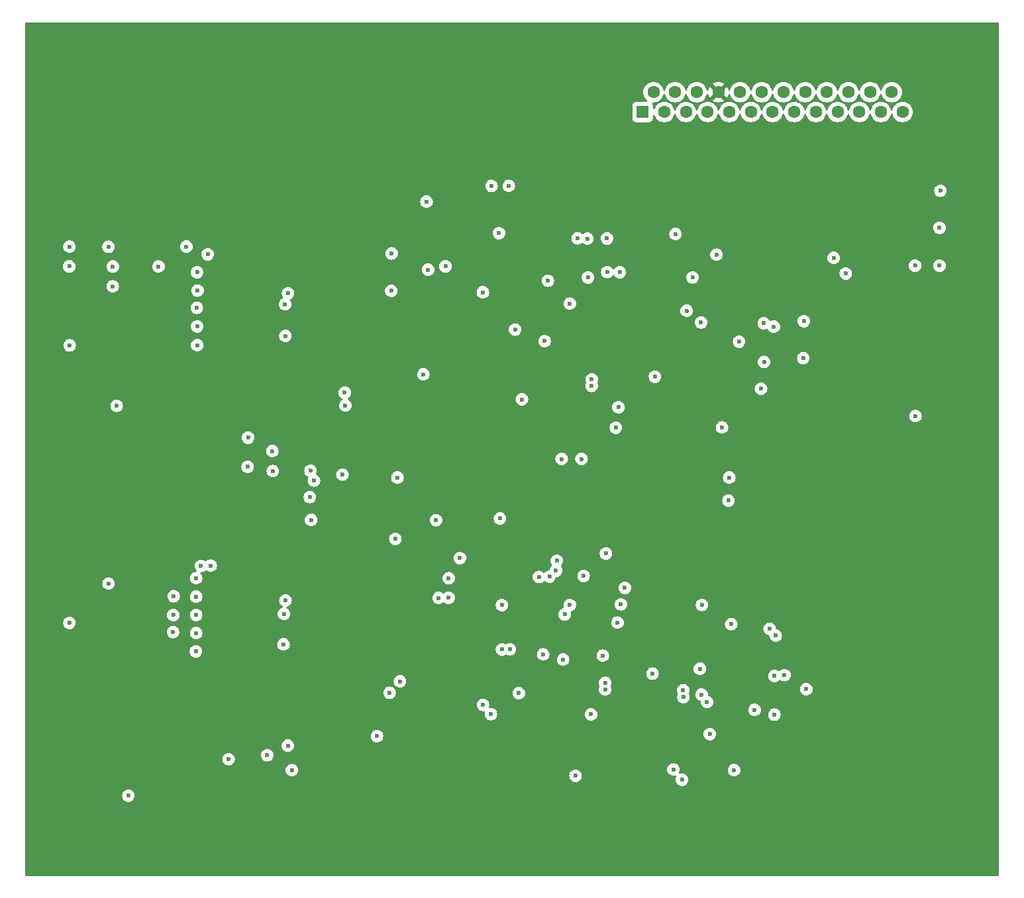
<source format=gbr>
%TF.GenerationSoftware,KiCad,Pcbnew,(7.0.0)*%
%TF.CreationDate,2023-04-15T15:54:35-07:00*%
%TF.ProjectId,FaultSignalGenerator_Isaiah_16Channel,4661756c-7453-4696-976e-616c47656e65,rev?*%
%TF.SameCoordinates,Original*%
%TF.FileFunction,Copper,L2,Inr*%
%TF.FilePolarity,Positive*%
%FSLAX46Y46*%
G04 Gerber Fmt 4.6, Leading zero omitted, Abs format (unit mm)*
G04 Created by KiCad (PCBNEW (7.0.0)) date 2023-04-15 15:54:35*
%MOMM*%
%LPD*%
G01*
G04 APERTURE LIST*
%TA.AperFunction,ComponentPad*%
%ADD10R,1.600000X1.600000*%
%TD*%
%TA.AperFunction,ComponentPad*%
%ADD11C,1.600000*%
%TD*%
%TA.AperFunction,ViaPad*%
%ADD12C,0.600000*%
%TD*%
%TA.AperFunction,Conductor*%
%ADD13C,0.200000*%
%TD*%
G04 APERTURE END LIST*
D10*
%TO.N,/Amplification Stage/out13*%
%TO.C,J3*%
X129724999Y-39430330D03*
D11*
%TO.N,/Amplification Stage/out12*%
X132495000Y-39430331D03*
%TO.N,/Amplification Stage/out11*%
X135265000Y-39430331D03*
%TO.N,/Amplification Stage/out10*%
X138035000Y-39430331D03*
%TO.N,/Amplification Stage/out9*%
X140805000Y-39430331D03*
%TO.N,/Amplification Stage/out8*%
X143575000Y-39430331D03*
%TO.N,/Amplification Stage/out7*%
X146345000Y-39430331D03*
%TO.N,/Amplification Stage/out6*%
X149115000Y-39430331D03*
%TO.N,/Amplification Stage/out5*%
X151885000Y-39430331D03*
%TO.N,/Amplification Stage/out4*%
X154655000Y-39430331D03*
%TO.N,/Amplification Stage/out3*%
X157425000Y-39430331D03*
%TO.N,/Amplification Stage/out2*%
X160195000Y-39430331D03*
%TO.N,/Amplification Stage/out1*%
X162965000Y-39430331D03*
%TO.N,unconnected-(J3-P14-Pad14)*%
X131110000Y-36890331D03*
%TO.N,unconnected-(J3-P15-Pad15)*%
X133880000Y-36890331D03*
%TO.N,unconnected-(J3-P16-Pad16)*%
X136650000Y-36890331D03*
%TO.N,0*%
X139420000Y-36890331D03*
%TO.N,unconnected-(J3-P18-Pad18)*%
X142190000Y-36890331D03*
%TO.N,unconnected-(J3-P19-Pad19)*%
X144960000Y-36890331D03*
%TO.N,unconnected-(J3-P20-Pad20)*%
X147730000Y-36890331D03*
%TO.N,unconnected-(J3-P21-Pad21)*%
X150500000Y-36890331D03*
%TO.N,unconnected-(J3-P22-Pad22)*%
X153270000Y-36890331D03*
%TO.N,/Amplification Stage/out16*%
X156040000Y-36890331D03*
%TO.N,/Amplification Stage/out15*%
X158810000Y-36890331D03*
%TO.N,/Amplification Stage/out14*%
X161580000Y-36890331D03*
%TD*%
D12*
%TO.N,+5V*%
X76795673Y-122225443D03*
X81745629Y-121719997D03*
X84884724Y-123646075D03*
X101700000Y-73000000D03*
X114300000Y-76200000D03*
%TO.N,Channel10*%
X164600500Y-78338000D03*
X155700000Y-60100000D03*
X154150000Y-58100000D03*
%TO.N,Channel8*%
X124635500Y-108990370D03*
%TO.N,+5V*%
X135351000Y-64873800D03*
X137201000Y-66346960D03*
%TO.N,+6V*%
X146575500Y-116538000D03*
X146575500Y-111588000D03*
X140800000Y-86200000D03*
X140700000Y-89150000D03*
%TO.N,+12V*%
X121415500Y-55588000D03*
X146500000Y-66900000D03*
%TO.N,0*%
X147850000Y-116550000D03*
%TO.N,Channel14*%
X164550500Y-59088000D03*
%TO.N,+5V*%
X137050000Y-110663500D03*
%TO.N,0*%
X81900000Y-131600000D03*
X63500000Y-119350000D03*
X69900000Y-119800000D03*
X66750000Y-122550000D03*
X67050000Y-116800000D03*
X63250000Y-116250000D03*
X70550000Y-116550000D03*
X68650000Y-122300000D03*
X63450000Y-122100000D03*
%TO.N,+12V*%
X64000000Y-126900000D03*
%TO.N,0*%
X57600000Y-130500000D03*
X65300000Y-134850000D03*
X68600000Y-134650000D03*
X84397720Y-129697720D03*
X85834724Y-125921075D03*
X81450000Y-124800000D03*
X86000000Y-86000000D03*
X89446614Y-91396614D03*
%TO.N,+5V*%
X131300000Y-73309100D03*
%TO.N,+6V*%
X119761506Y-103708569D03*
%TO.N,0*%
X138950000Y-73300000D03*
%TO.N,+6V*%
X122748417Y-60601583D03*
%TO.N,Net-(C1-Pad1)*%
X98123800Y-94048400D03*
%TO.N,gain7*%
X109321144Y-115279237D03*
%TO.N,0*%
X87370030Y-82886478D03*
X69551421Y-108525966D03*
X69531048Y-69195872D03*
X164967812Y-90499253D03*
X60817161Y-32307718D03*
X70904204Y-49109904D03*
X164834511Y-61483950D03*
X91301902Y-49072951D03*
X81158482Y-49072951D03*
X111539234Y-110938284D03*
X84008385Y-98608385D03*
X60797736Y-48999047D03*
X55666575Y-79564560D03*
X55698312Y-49146856D03*
X164767860Y-51775154D03*
X94325500Y-86188000D03*
X164812294Y-66327239D03*
X76087720Y-81011147D03*
X126369744Y-85120944D03*
X164878945Y-85611529D03*
X129272891Y-107392601D03*
X76225343Y-48980570D03*
X78648795Y-104399780D03*
X120632937Y-112546522D03*
X76060006Y-85002001D03*
X164945595Y-109783543D03*
X164767860Y-75924950D03*
X164901161Y-117359514D03*
X65878684Y-49035999D03*
X139164190Y-55057335D03*
X80771430Y-91875138D03*
X56359432Y-61744289D03*
X112025376Y-62397035D03*
X78502500Y-65126922D03*
X104961715Y-108868952D03*
X66752281Y-119195957D03*
X65861157Y-32335433D03*
X112188886Y-45843042D03*
X121402667Y-60599240D03*
X146509120Y-71954602D03*
X164878945Y-100074747D03*
X115565048Y-117190265D03*
X164790077Y-71081661D03*
X61403428Y-66871427D03*
X91247422Y-32280004D03*
X86258855Y-32390861D03*
X71016010Y-32335433D03*
X95857702Y-122346848D03*
X164945595Y-114582399D03*
X84725500Y-92688000D03*
X164834511Y-56640660D03*
X140278920Y-114164508D03*
X81187144Y-32363147D03*
X121121710Y-119322684D03*
X55745450Y-32335433D03*
X61347999Y-105006254D03*
X57080003Y-97329403D03*
X75949149Y-32280004D03*
X131701806Y-59893627D03*
X101697400Y-63819400D03*
X164901161Y-80723806D03*
X86128573Y-49109904D03*
X109699495Y-50702122D03*
X120271198Y-68891481D03*
X122215618Y-63204381D03*
X66585995Y-128701950D03*
X101735900Y-74425900D03*
X95319996Y-112360001D03*
X135761021Y-69925207D03*
X164856728Y-104962471D03*
X164901161Y-95209241D03*
X56359432Y-71943138D03*
X164945595Y-124580015D03*
X134293915Y-102593745D03*
%TO.N,gain13*%
X133923903Y-55051958D03*
%TO.N,Channel3*%
X144047010Y-115930360D03*
X133667054Y-123554667D03*
%TO.N,gain3*%
X123131724Y-116496848D03*
%TO.N,gain4*%
X95770292Y-119287144D03*
%TO.N,Channel4*%
X141414035Y-123635390D03*
%TO.N,Channel11*%
X117609410Y-61019824D03*
%TO.N,gain11*%
X120419148Y-63955612D03*
%TO.N,gain12*%
X113426168Y-67270861D03*
%TO.N,Channel12*%
X125210472Y-59914725D03*
%TO.N,Channel2*%
X150652437Y-113279681D03*
%TO.N,gain2*%
X106365148Y-96508684D03*
%TO.N,gain1*%
X103316261Y-91653050D03*
%TO.N,Channel1*%
X141054726Y-104948334D03*
%TO.N,gain10*%
X110419748Y-48890734D03*
%TO.N,gain9*%
X112615500Y-48888000D03*
%TO.N,Channel9*%
X125178613Y-55609097D03*
%TO.N,Channel7*%
X117010498Y-108821485D03*
%TO.N,gain8*%
X121154938Y-124355321D03*
%TO.N,Channel15*%
X142062298Y-68810829D03*
%TO.N,gain15*%
X144864565Y-74840578D03*
%TO.N,gain16*%
X126305720Y-79819433D03*
%TO.N,Channel16*%
X150275155Y-70914031D03*
%TO.N,Channel6*%
X118750554Y-96847238D03*
%TO.N,gain6*%
X127464655Y-100317269D03*
X125038929Y-95917504D03*
X117828668Y-98878563D03*
%TO.N,gain5*%
X126951586Y-102422046D03*
X116470861Y-98928750D03*
X122186569Y-98789341D03*
%TO.N,Channel5*%
X118654011Y-98105927D03*
%TO.N,gain14*%
X136110543Y-60597372D03*
%TO.N,Channel13*%
X150341535Y-66189502D03*
%TO.N,Net-(C58-Pad1)*%
X126815238Y-59937651D03*
%TO.N,Net-(C57-Pad1)*%
X97602281Y-62314440D03*
%TO.N,Net-(C56-Pad1)*%
X117195505Y-68740611D03*
%TO.N,Net-(C55-Pad1)*%
X102108569Y-50901144D03*
%TO.N,Net-(C54-Pad1)*%
X97642278Y-57530379D03*
%TO.N,/Amplification Stage/out14*%
X167675500Y-59088000D03*
%TO.N,Net-(C2-Pad1)*%
X111491278Y-91439754D03*
%TO.N,Net-(C3-Pad1)*%
X110328602Y-116466178D03*
%TO.N,Net-(C4-Pad1)*%
X98703686Y-112276659D03*
%TO.N,Net-(C5-Pad1)*%
X126516504Y-104761562D03*
%TO.N,Net-(C17-Pad1)*%
X137317871Y-102503127D03*
%TO.N,Net-(C18-Pad1)*%
X134760876Y-124868565D03*
%TO.N,Net-(C19-Pad1)*%
X97379313Y-113747459D03*
%TO.N,Net-(U15-BCK)*%
X72737365Y-64475012D03*
%TO.N,TDMA_BCLK*%
X69739854Y-103799139D03*
%TO.N,Net-(U14-BCK)*%
X72650500Y-103788000D03*
%TO.N,TDMB_DATA*%
X56455751Y-104794749D03*
%TO.N,Net-(U15-DATA1)*%
X72833017Y-62275032D03*
%TO.N,+12V*%
X87348918Y-91615410D03*
X147850838Y-111475041D03*
X120425500Y-102513000D03*
X82396967Y-82804935D03*
%TO.N,Net-(U13-3IN+)*%
X87193027Y-88693330D03*
%TO.N,Net-(U13-3IN-)*%
X87278797Y-85319842D03*
%TO.N,+6V*%
X145250065Y-71412638D03*
X122660561Y-55625987D03*
X98385347Y-86199599D03*
X119563024Y-109480057D03*
X145216607Y-66460812D03*
X87713831Y-86574946D03*
X91355346Y-85820567D03*
%TO.N,TDMA_DATA*%
X69781425Y-101387998D03*
%TO.N,Net-(U14-DATA1)*%
X72650500Y-101438000D03*
%TO.N,TDMB_LRCLK*%
X61458856Y-99770858D03*
%TO.N,Net-(U15-LRCK)*%
X72785191Y-66866296D03*
%TO.N,TDMB_SCK*%
X56482723Y-69295003D03*
%TO.N,Net-(U15-SCK)*%
X72785191Y-59931574D03*
%TO.N,TDMA_LRCLK*%
X69698282Y-105960851D03*
%TO.N,Net-(U14-LRCK)*%
X72650500Y-106088000D03*
%TO.N,Net-(U14-SCK)*%
X72650500Y-99088000D03*
%TO.N,Net-(C70-Pad1)*%
X139163666Y-57690218D03*
%TO.N,Net-(C71-Pad1)*%
X139874575Y-79790065D03*
%TO.N,Net-(C72-Pad1)*%
X126640188Y-77206477D03*
%TO.N,/Amplification Stage/out16*%
X167800000Y-49500000D03*
%TO.N,+5V*%
X111742472Y-102523808D03*
X111365841Y-54931100D03*
X104931092Y-101588009D03*
X104943239Y-99096952D03*
X83875428Y-103647003D03*
X84065190Y-68072857D03*
X113903236Y-113789774D03*
X84374285Y-120498282D03*
X84025569Y-64025922D03*
X109308969Y-62490520D03*
X56434285Y-59177523D03*
X130984935Y-111288383D03*
X83819999Y-107545476D03*
X56452761Y-56664763D03*
X138317483Y-119025990D03*
%TO.N,/Amplification Stage/out15*%
X167675500Y-54238000D03*
%TO.N,SCL*%
X123232326Y-73633047D03*
X137269488Y-113977009D03*
X61984005Y-61754001D03*
X74130668Y-57636893D03*
X104521840Y-59173534D03*
X91734735Y-76974586D03*
X74516485Y-97480260D03*
X111757438Y-108200988D03*
X124933379Y-112466842D03*
X134915466Y-113417396D03*
X119380000Y-83820000D03*
X145964959Y-105543870D03*
%TO.N,SDA*%
X91651030Y-75342338D03*
X73273791Y-97502158D03*
X121920000Y-83820000D03*
X146742072Y-106425700D03*
X124933379Y-113297691D03*
X62011719Y-59204289D03*
X67840004Y-59204763D03*
X112761898Y-108176186D03*
X123219926Y-74463896D03*
X137959265Y-114924084D03*
X102300401Y-59608700D03*
X134952668Y-114297848D03*
%TO.N,+1*%
X103659334Y-101619313D03*
%TO.N,COM1*%
X79294721Y-81096717D03*
X84073325Y-101922051D03*
%TO.N,COM2*%
X84397944Y-62627524D03*
X79230954Y-84827119D03*
%TO.N,+10*%
X82452930Y-85374288D03*
%TO.N,+3.3V*%
X72785191Y-69257579D03*
X61447721Y-56682291D03*
X71415618Y-56655999D03*
X62491625Y-77013900D03*
X72638000Y-108438000D03*
%TD*%
D13*
%TO.N,0*%
X164901161Y-117359514D02*
X164945595Y-117315080D01*
X164812294Y-66327239D02*
X166011198Y-67526143D01*
X166163882Y-103655317D02*
X166163882Y-101359684D01*
X166077578Y-79547389D02*
X164901161Y-80723806D01*
X165918492Y-118185186D02*
X165092820Y-117359514D01*
X166163882Y-101359684D02*
X164878945Y-100074747D01*
X129272891Y-88024091D02*
X126369744Y-85120944D01*
X129272891Y-107392601D02*
X129272891Y-88024091D01*
X134071747Y-102593745D02*
X134293915Y-102593745D01*
X166156572Y-81979217D02*
X166156572Y-84333902D01*
X166077578Y-94032824D02*
X164901161Y-95209241D01*
X165977872Y-55497299D02*
X164834511Y-56640660D01*
X166051794Y-113476200D02*
X166051794Y-110620323D01*
X164767860Y-51775154D02*
X165977872Y-52985166D01*
X165918492Y-123607118D02*
X165918492Y-118185186D01*
X165944547Y-72236131D02*
X165944547Y-74748263D01*
X166117075Y-86849659D02*
X166117075Y-89349990D01*
X164834511Y-56640660D02*
X166011198Y-57817347D01*
X164790077Y-71081661D02*
X165944547Y-72236131D01*
X164945595Y-117315080D02*
X164945595Y-114582399D01*
X166077578Y-91609019D02*
X166077578Y-94032824D01*
X166051794Y-108677344D02*
X166051794Y-106157537D01*
X166051794Y-110620323D02*
X165215014Y-109783543D01*
X166044523Y-65095010D02*
X164812294Y-66327239D01*
X164767860Y-75924950D02*
X166077578Y-77234668D01*
X131701806Y-59893627D02*
X122703952Y-68891481D01*
X166011198Y-57817347D02*
X166011198Y-60307263D01*
X165215014Y-109783543D02*
X164945595Y-109783543D01*
X166077578Y-77234668D02*
X166077578Y-79547389D01*
X164901161Y-95209241D02*
X166186194Y-96494274D01*
X165092820Y-117359514D02*
X164901161Y-117359514D01*
X164945595Y-124580015D02*
X165918492Y-123607118D01*
X164967812Y-90499253D02*
X166077578Y-91609019D01*
X166044523Y-62693962D02*
X166044523Y-65095010D01*
X166011198Y-69860540D02*
X164790077Y-71081661D01*
X164834511Y-61483950D02*
X166044523Y-62693962D01*
X129272891Y-107392601D02*
X134071747Y-102593745D01*
X164901161Y-117359514D02*
X164945595Y-117403948D01*
X166011198Y-67526143D02*
X166011198Y-69860540D01*
X166117075Y-89349990D02*
X164967812Y-90499253D01*
X166186194Y-98767498D02*
X164878945Y-100074747D01*
X166186194Y-96494274D02*
X166186194Y-98767498D01*
X166011198Y-60307263D02*
X164834511Y-61483950D01*
X136812913Y-100074747D02*
X164878945Y-100074747D01*
X164901161Y-80723806D02*
X166156572Y-81979217D01*
X164945595Y-109783543D02*
X166051794Y-108677344D01*
X164878945Y-85611529D02*
X166156572Y-84333902D01*
X134293915Y-102593745D02*
X136812913Y-100074747D01*
X164856728Y-104962471D02*
X166163882Y-103655317D01*
X122703952Y-68891481D02*
X120271198Y-68891481D01*
X165977872Y-52985166D02*
X165977872Y-55497299D01*
X164878945Y-85611529D02*
X166117075Y-86849659D01*
X165944547Y-74748263D02*
X164767860Y-75924950D01*
X166051794Y-106157537D02*
X164856728Y-104962471D01*
X164945595Y-114582399D02*
X166051794Y-113476200D01*
%TD*%
%TA.AperFunction,Conductor*%
%TO.N,0*%
G36*
X175198000Y-27956613D02*
G01*
X175243387Y-28002000D01*
X175260000Y-28064000D01*
X175260000Y-137036000D01*
X175243387Y-137098000D01*
X175198000Y-137143387D01*
X175136000Y-137160000D01*
X50924000Y-137160000D01*
X50862000Y-137143387D01*
X50816613Y-137098000D01*
X50800000Y-137036000D01*
X50800000Y-126900000D01*
X63194435Y-126900000D01*
X63214632Y-127079255D01*
X63216928Y-127085819D01*
X63216930Y-127085824D01*
X63271913Y-127242956D01*
X63274211Y-127249522D01*
X63370184Y-127402262D01*
X63497738Y-127529816D01*
X63650478Y-127625789D01*
X63820745Y-127685368D01*
X64000000Y-127705565D01*
X64179255Y-127685368D01*
X64349522Y-127625789D01*
X64502262Y-127529816D01*
X64629816Y-127402262D01*
X64725789Y-127249522D01*
X64785368Y-127079255D01*
X64805565Y-126900000D01*
X64785368Y-126720745D01*
X64725789Y-126550478D01*
X64629816Y-126397738D01*
X64502262Y-126270184D01*
X64349522Y-126174211D01*
X64342959Y-126171914D01*
X64342956Y-126171913D01*
X64185824Y-126116930D01*
X64185819Y-126116928D01*
X64179255Y-126114632D01*
X64172335Y-126113852D01*
X64172334Y-126113852D01*
X64006923Y-126095215D01*
X64000000Y-126094435D01*
X63993077Y-126095215D01*
X63827665Y-126113852D01*
X63827662Y-126113852D01*
X63820745Y-126114632D01*
X63814182Y-126116928D01*
X63814175Y-126116930D01*
X63657043Y-126171913D01*
X63657036Y-126171915D01*
X63650478Y-126174211D01*
X63644590Y-126177910D01*
X63644587Y-126177912D01*
X63503638Y-126266476D01*
X63503633Y-126266479D01*
X63497738Y-126270184D01*
X63492813Y-126275108D01*
X63492809Y-126275112D01*
X63375112Y-126392809D01*
X63375108Y-126392813D01*
X63370184Y-126397738D01*
X63366479Y-126403633D01*
X63366476Y-126403638D01*
X63277912Y-126544587D01*
X63277910Y-126544590D01*
X63274211Y-126550478D01*
X63271915Y-126557036D01*
X63271913Y-126557043D01*
X63216930Y-126714175D01*
X63216928Y-126714182D01*
X63214632Y-126720745D01*
X63194435Y-126900000D01*
X50800000Y-126900000D01*
X50800000Y-123646075D01*
X84079159Y-123646075D01*
X84079939Y-123652998D01*
X84088108Y-123725505D01*
X84099356Y-123825330D01*
X84101652Y-123831894D01*
X84101654Y-123831899D01*
X84155196Y-123984912D01*
X84158935Y-123995597D01*
X84162636Y-124001487D01*
X84213785Y-124082891D01*
X84254908Y-124148337D01*
X84382462Y-124275891D01*
X84535202Y-124371864D01*
X84705469Y-124431443D01*
X84884724Y-124451640D01*
X85063979Y-124431443D01*
X85234246Y-124371864D01*
X85260574Y-124355321D01*
X120349373Y-124355321D01*
X120350153Y-124362244D01*
X120368559Y-124525608D01*
X120369570Y-124534576D01*
X120371866Y-124541140D01*
X120371868Y-124541145D01*
X120426135Y-124696230D01*
X120429149Y-124704843D01*
X120525122Y-124857583D01*
X120652676Y-124985137D01*
X120805416Y-125081110D01*
X120975683Y-125140689D01*
X121154938Y-125160886D01*
X121334193Y-125140689D01*
X121504460Y-125081110D01*
X121657200Y-124985137D01*
X121784754Y-124857583D01*
X121880727Y-124704843D01*
X121940306Y-124534576D01*
X121960503Y-124355321D01*
X121940306Y-124176066D01*
X121880727Y-124005799D01*
X121784754Y-123853059D01*
X121657200Y-123725505D01*
X121504460Y-123629532D01*
X121497897Y-123627235D01*
X121497894Y-123627234D01*
X121340762Y-123572251D01*
X121340757Y-123572249D01*
X121334193Y-123569953D01*
X121327273Y-123569173D01*
X121327272Y-123569173D01*
X121198525Y-123554667D01*
X132861489Y-123554667D01*
X132862269Y-123561590D01*
X132880737Y-123725505D01*
X132881686Y-123733922D01*
X132883982Y-123740486D01*
X132883984Y-123740491D01*
X132925438Y-123858959D01*
X132941265Y-123904189D01*
X132944966Y-123910079D01*
X132998700Y-123995597D01*
X133037238Y-124056929D01*
X133164792Y-124184483D01*
X133317532Y-124280456D01*
X133487799Y-124340035D01*
X133667054Y-124360232D01*
X133846309Y-124340035D01*
X133897981Y-124321953D01*
X133958333Y-124316521D01*
X134014053Y-124340336D01*
X134051835Y-124387711D01*
X134062656Y-124447333D01*
X134043933Y-124504964D01*
X134038788Y-124513151D01*
X134038784Y-124513159D01*
X134035087Y-124519043D01*
X134032791Y-124525601D01*
X134032789Y-124525608D01*
X133977806Y-124682740D01*
X133977804Y-124682747D01*
X133975508Y-124689310D01*
X133974728Y-124696227D01*
X133974728Y-124696230D01*
X133973758Y-124704843D01*
X133955311Y-124868565D01*
X133975508Y-125047820D01*
X133977804Y-125054384D01*
X133977806Y-125054389D01*
X134032789Y-125211521D01*
X134035087Y-125218087D01*
X134131060Y-125370827D01*
X134258614Y-125498381D01*
X134411354Y-125594354D01*
X134581621Y-125653933D01*
X134760876Y-125674130D01*
X134940131Y-125653933D01*
X135110398Y-125594354D01*
X135263138Y-125498381D01*
X135390692Y-125370827D01*
X135486665Y-125218087D01*
X135546244Y-125047820D01*
X135566441Y-124868565D01*
X135546244Y-124689310D01*
X135486665Y-124519043D01*
X135390692Y-124366303D01*
X135263138Y-124238749D01*
X135110398Y-124142776D01*
X135103835Y-124140479D01*
X135103832Y-124140478D01*
X134946700Y-124085495D01*
X134946695Y-124085493D01*
X134940131Y-124083197D01*
X134933211Y-124082417D01*
X134933210Y-124082417D01*
X134767799Y-124063780D01*
X134760876Y-124063000D01*
X134753953Y-124063780D01*
X134588541Y-124082417D01*
X134588538Y-124082417D01*
X134581621Y-124083197D01*
X134575056Y-124085494D01*
X134575048Y-124085496D01*
X134529946Y-124101278D01*
X134469592Y-124106709D01*
X134413871Y-124082891D01*
X134376091Y-124035513D01*
X134365273Y-123975889D01*
X134384001Y-123918260D01*
X134392843Y-123904189D01*
X134452422Y-123733922D01*
X134463524Y-123635390D01*
X140608470Y-123635390D01*
X140628667Y-123814645D01*
X140630963Y-123821209D01*
X140630965Y-123821214D01*
X140685948Y-123978346D01*
X140688246Y-123984912D01*
X140691947Y-123990802D01*
X140751446Y-124085495D01*
X140784219Y-124137652D01*
X140911773Y-124265206D01*
X141064513Y-124361179D01*
X141234780Y-124420758D01*
X141414035Y-124440955D01*
X141593290Y-124420758D01*
X141763557Y-124361179D01*
X141916297Y-124265206D01*
X142043851Y-124137652D01*
X142139824Y-123984912D01*
X142199403Y-123814645D01*
X142219600Y-123635390D01*
X142199403Y-123456135D01*
X142139824Y-123285868D01*
X142043851Y-123133128D01*
X141916297Y-123005574D01*
X141763557Y-122909601D01*
X141756994Y-122907304D01*
X141756991Y-122907303D01*
X141599859Y-122852320D01*
X141599854Y-122852318D01*
X141593290Y-122850022D01*
X141586370Y-122849242D01*
X141586369Y-122849242D01*
X141420958Y-122830605D01*
X141414035Y-122829825D01*
X141407112Y-122830605D01*
X141241700Y-122849242D01*
X141241697Y-122849242D01*
X141234780Y-122850022D01*
X141228217Y-122852318D01*
X141228210Y-122852320D01*
X141071078Y-122907303D01*
X141071071Y-122907305D01*
X141064513Y-122909601D01*
X141058625Y-122913300D01*
X141058622Y-122913302D01*
X140917673Y-123001866D01*
X140917668Y-123001869D01*
X140911773Y-123005574D01*
X140906848Y-123010498D01*
X140906844Y-123010502D01*
X140789147Y-123128199D01*
X140789143Y-123128203D01*
X140784219Y-123133128D01*
X140780514Y-123139023D01*
X140780511Y-123139028D01*
X140691947Y-123279977D01*
X140691945Y-123279980D01*
X140688246Y-123285868D01*
X140685950Y-123292426D01*
X140685948Y-123292433D01*
X140630965Y-123449565D01*
X140630963Y-123449572D01*
X140628667Y-123456135D01*
X140627887Y-123463052D01*
X140627887Y-123463055D01*
X140617565Y-123554667D01*
X140608470Y-123635390D01*
X134463524Y-123635390D01*
X134472619Y-123554667D01*
X134452422Y-123375412D01*
X134392843Y-123205145D01*
X134296870Y-123052405D01*
X134169316Y-122924851D01*
X134016576Y-122828878D01*
X134010013Y-122826581D01*
X134010010Y-122826580D01*
X133852878Y-122771597D01*
X133852873Y-122771595D01*
X133846309Y-122769299D01*
X133839389Y-122768519D01*
X133839388Y-122768519D01*
X133673977Y-122749882D01*
X133667054Y-122749102D01*
X133660131Y-122749882D01*
X133494719Y-122768519D01*
X133494716Y-122768519D01*
X133487799Y-122769299D01*
X133481236Y-122771595D01*
X133481229Y-122771597D01*
X133324097Y-122826580D01*
X133324090Y-122826582D01*
X133317532Y-122828878D01*
X133311644Y-122832577D01*
X133311641Y-122832579D01*
X133170692Y-122921143D01*
X133170687Y-122921146D01*
X133164792Y-122924851D01*
X133159867Y-122929775D01*
X133159863Y-122929779D01*
X133042166Y-123047476D01*
X133042162Y-123047480D01*
X133037238Y-123052405D01*
X133033533Y-123058300D01*
X133033530Y-123058305D01*
X132944966Y-123199254D01*
X132944964Y-123199257D01*
X132941265Y-123205145D01*
X132938969Y-123211703D01*
X132938967Y-123211710D01*
X132883984Y-123368842D01*
X132883982Y-123368849D01*
X132881686Y-123375412D01*
X132861489Y-123554667D01*
X121198525Y-123554667D01*
X121161861Y-123550536D01*
X121154938Y-123549756D01*
X121148015Y-123550536D01*
X120982603Y-123569173D01*
X120982600Y-123569173D01*
X120975683Y-123569953D01*
X120969120Y-123572249D01*
X120969113Y-123572251D01*
X120811981Y-123627234D01*
X120811974Y-123627236D01*
X120805416Y-123629532D01*
X120799528Y-123633231D01*
X120799525Y-123633233D01*
X120658576Y-123721797D01*
X120658571Y-123721800D01*
X120652676Y-123725505D01*
X120647751Y-123730429D01*
X120647747Y-123730433D01*
X120530050Y-123848130D01*
X120530046Y-123848134D01*
X120525122Y-123853059D01*
X120521417Y-123858954D01*
X120521414Y-123858959D01*
X120432850Y-123999908D01*
X120432848Y-123999911D01*
X120429149Y-124005799D01*
X120426853Y-124012357D01*
X120426851Y-124012364D01*
X120371868Y-124169496D01*
X120371866Y-124169503D01*
X120369570Y-124176066D01*
X120368790Y-124182983D01*
X120368790Y-124182986D01*
X120350153Y-124348398D01*
X120349373Y-124355321D01*
X85260574Y-124355321D01*
X85386986Y-124275891D01*
X85514540Y-124148337D01*
X85610513Y-123995597D01*
X85670092Y-123825330D01*
X85690289Y-123646075D01*
X85670092Y-123466820D01*
X85610513Y-123296553D01*
X85514540Y-123143813D01*
X85386986Y-123016259D01*
X85379555Y-123011590D01*
X85240136Y-122923987D01*
X85234246Y-122920286D01*
X85227683Y-122917989D01*
X85227680Y-122917988D01*
X85070548Y-122863005D01*
X85070543Y-122863003D01*
X85063979Y-122860707D01*
X85057059Y-122859927D01*
X85057058Y-122859927D01*
X84891647Y-122841290D01*
X84884724Y-122840510D01*
X84877801Y-122841290D01*
X84712389Y-122859927D01*
X84712386Y-122859927D01*
X84705469Y-122860707D01*
X84698906Y-122863003D01*
X84698899Y-122863005D01*
X84541767Y-122917988D01*
X84541760Y-122917990D01*
X84535202Y-122920286D01*
X84529314Y-122923985D01*
X84529311Y-122923987D01*
X84388362Y-123012551D01*
X84388357Y-123012554D01*
X84382462Y-123016259D01*
X84377537Y-123021183D01*
X84377533Y-123021187D01*
X84259836Y-123138884D01*
X84259832Y-123138888D01*
X84254908Y-123143813D01*
X84251203Y-123149708D01*
X84251200Y-123149713D01*
X84162636Y-123290662D01*
X84162634Y-123290665D01*
X84158935Y-123296553D01*
X84156639Y-123303111D01*
X84156637Y-123303118D01*
X84101654Y-123460250D01*
X84101652Y-123460257D01*
X84099356Y-123466820D01*
X84098576Y-123473737D01*
X84098576Y-123473740D01*
X84089458Y-123554667D01*
X84079159Y-123646075D01*
X50800000Y-123646075D01*
X50800000Y-122225443D01*
X75990108Y-122225443D01*
X76010305Y-122404698D01*
X76012601Y-122411262D01*
X76012603Y-122411267D01*
X76045802Y-122506144D01*
X76069884Y-122574965D01*
X76165857Y-122727705D01*
X76293411Y-122855259D01*
X76446151Y-122951232D01*
X76616418Y-123010811D01*
X76795673Y-123031008D01*
X76974928Y-123010811D01*
X77145195Y-122951232D01*
X77297935Y-122855259D01*
X77425489Y-122727705D01*
X77521462Y-122574965D01*
X77581041Y-122404698D01*
X77601238Y-122225443D01*
X77581041Y-122046188D01*
X77521462Y-121875921D01*
X77425489Y-121723181D01*
X77422305Y-121719997D01*
X80940064Y-121719997D01*
X80940844Y-121726920D01*
X80956968Y-121870030D01*
X80960261Y-121899252D01*
X80962557Y-121905816D01*
X80962559Y-121905821D01*
X81017542Y-122062953D01*
X81019840Y-122069519D01*
X81115813Y-122222259D01*
X81243367Y-122349813D01*
X81396107Y-122445786D01*
X81566374Y-122505365D01*
X81745629Y-122525562D01*
X81924884Y-122505365D01*
X82095151Y-122445786D01*
X82247891Y-122349813D01*
X82375445Y-122222259D01*
X82471418Y-122069519D01*
X82530997Y-121899252D01*
X82549796Y-121732404D01*
X82550414Y-121726920D01*
X82551194Y-121719997D01*
X82530997Y-121540742D01*
X82471418Y-121370475D01*
X82375445Y-121217735D01*
X82247891Y-121090181D01*
X82095151Y-120994208D01*
X82088588Y-120991911D01*
X82088585Y-120991910D01*
X81931453Y-120936927D01*
X81931448Y-120936925D01*
X81924884Y-120934629D01*
X81917964Y-120933849D01*
X81917963Y-120933849D01*
X81752552Y-120915212D01*
X81745629Y-120914432D01*
X81738706Y-120915212D01*
X81573294Y-120933849D01*
X81573291Y-120933849D01*
X81566374Y-120934629D01*
X81559811Y-120936925D01*
X81559804Y-120936927D01*
X81402672Y-120991910D01*
X81402665Y-120991912D01*
X81396107Y-120994208D01*
X81390219Y-120997907D01*
X81390216Y-120997909D01*
X81249267Y-121086473D01*
X81249262Y-121086476D01*
X81243367Y-121090181D01*
X81238442Y-121095105D01*
X81238438Y-121095109D01*
X81120741Y-121212806D01*
X81120737Y-121212810D01*
X81115813Y-121217735D01*
X81112108Y-121223630D01*
X81112105Y-121223635D01*
X81023541Y-121364584D01*
X81023539Y-121364587D01*
X81019840Y-121370475D01*
X81017544Y-121377033D01*
X81017542Y-121377040D01*
X80962559Y-121534172D01*
X80962557Y-121534179D01*
X80960261Y-121540742D01*
X80940064Y-121719997D01*
X77422305Y-121719997D01*
X77297935Y-121595627D01*
X77145195Y-121499654D01*
X77138632Y-121497357D01*
X77138629Y-121497356D01*
X76981497Y-121442373D01*
X76981492Y-121442371D01*
X76974928Y-121440075D01*
X76968008Y-121439295D01*
X76968007Y-121439295D01*
X76802596Y-121420658D01*
X76795673Y-121419878D01*
X76788750Y-121420658D01*
X76623338Y-121439295D01*
X76623335Y-121439295D01*
X76616418Y-121440075D01*
X76609855Y-121442371D01*
X76609848Y-121442373D01*
X76452716Y-121497356D01*
X76452709Y-121497358D01*
X76446151Y-121499654D01*
X76440263Y-121503353D01*
X76440260Y-121503355D01*
X76299311Y-121591919D01*
X76299306Y-121591922D01*
X76293411Y-121595627D01*
X76288486Y-121600551D01*
X76288482Y-121600555D01*
X76170785Y-121718252D01*
X76170781Y-121718256D01*
X76165857Y-121723181D01*
X76162152Y-121729076D01*
X76162149Y-121729081D01*
X76073585Y-121870030D01*
X76073583Y-121870033D01*
X76069884Y-121875921D01*
X76067588Y-121882479D01*
X76067586Y-121882486D01*
X76012603Y-122039618D01*
X76012601Y-122039625D01*
X76010305Y-122046188D01*
X76009525Y-122053105D01*
X76009525Y-122053108D01*
X75991132Y-122216358D01*
X75990108Y-122225443D01*
X50800000Y-122225443D01*
X50800000Y-120498282D01*
X83568720Y-120498282D01*
X83588917Y-120677537D01*
X83591213Y-120684101D01*
X83591215Y-120684106D01*
X83646198Y-120841238D01*
X83648496Y-120847804D01*
X83744469Y-121000544D01*
X83872023Y-121128098D01*
X84024763Y-121224071D01*
X84195030Y-121283650D01*
X84374285Y-121303847D01*
X84553540Y-121283650D01*
X84723807Y-121224071D01*
X84876547Y-121128098D01*
X85004101Y-121000544D01*
X85100074Y-120847804D01*
X85159653Y-120677537D01*
X85179850Y-120498282D01*
X85159653Y-120319027D01*
X85100074Y-120148760D01*
X85004101Y-119996020D01*
X84876547Y-119868466D01*
X84723807Y-119772493D01*
X84717244Y-119770196D01*
X84717241Y-119770195D01*
X84560109Y-119715212D01*
X84560104Y-119715210D01*
X84553540Y-119712914D01*
X84546620Y-119712134D01*
X84546619Y-119712134D01*
X84381208Y-119693497D01*
X84374285Y-119692717D01*
X84367362Y-119693497D01*
X84201950Y-119712134D01*
X84201947Y-119712134D01*
X84195030Y-119712914D01*
X84188467Y-119715210D01*
X84188460Y-119715212D01*
X84031328Y-119770195D01*
X84031321Y-119770197D01*
X84024763Y-119772493D01*
X84018875Y-119776192D01*
X84018872Y-119776194D01*
X83877923Y-119864758D01*
X83877918Y-119864761D01*
X83872023Y-119868466D01*
X83867098Y-119873390D01*
X83867094Y-119873394D01*
X83749397Y-119991091D01*
X83749393Y-119991095D01*
X83744469Y-119996020D01*
X83740764Y-120001915D01*
X83740761Y-120001920D01*
X83652197Y-120142869D01*
X83652195Y-120142872D01*
X83648496Y-120148760D01*
X83646200Y-120155318D01*
X83646198Y-120155325D01*
X83591215Y-120312457D01*
X83591213Y-120312464D01*
X83588917Y-120319027D01*
X83568720Y-120498282D01*
X50800000Y-120498282D01*
X50800000Y-119287144D01*
X94964727Y-119287144D01*
X94965507Y-119294067D01*
X94974683Y-119375512D01*
X94984924Y-119466399D01*
X94987220Y-119472963D01*
X94987222Y-119472968D01*
X95042205Y-119630100D01*
X95044503Y-119636666D01*
X95140476Y-119789406D01*
X95268030Y-119916960D01*
X95420770Y-120012933D01*
X95591037Y-120072512D01*
X95770292Y-120092709D01*
X95949547Y-120072512D01*
X96119814Y-120012933D01*
X96272554Y-119916960D01*
X96400108Y-119789406D01*
X96496081Y-119636666D01*
X96555660Y-119466399D01*
X96575857Y-119287144D01*
X96555660Y-119107889D01*
X96527002Y-119025990D01*
X137511918Y-119025990D01*
X137532115Y-119205245D01*
X137534411Y-119211809D01*
X137534413Y-119211814D01*
X137563195Y-119294067D01*
X137591694Y-119375512D01*
X137687667Y-119528252D01*
X137815221Y-119655806D01*
X137967961Y-119751779D01*
X138138228Y-119811358D01*
X138317483Y-119831555D01*
X138496738Y-119811358D01*
X138667005Y-119751779D01*
X138819745Y-119655806D01*
X138947299Y-119528252D01*
X139043272Y-119375512D01*
X139102851Y-119205245D01*
X139123048Y-119025990D01*
X139102851Y-118846735D01*
X139043272Y-118676468D01*
X138947299Y-118523728D01*
X138819745Y-118396174D01*
X138667005Y-118300201D01*
X138660442Y-118297904D01*
X138660439Y-118297903D01*
X138503307Y-118242920D01*
X138503302Y-118242918D01*
X138496738Y-118240622D01*
X138489818Y-118239842D01*
X138489817Y-118239842D01*
X138324406Y-118221205D01*
X138317483Y-118220425D01*
X138310560Y-118221205D01*
X138145148Y-118239842D01*
X138145145Y-118239842D01*
X138138228Y-118240622D01*
X138131665Y-118242918D01*
X138131658Y-118242920D01*
X137974526Y-118297903D01*
X137974519Y-118297905D01*
X137967961Y-118300201D01*
X137962073Y-118303900D01*
X137962070Y-118303902D01*
X137821121Y-118392466D01*
X137821116Y-118392469D01*
X137815221Y-118396174D01*
X137810296Y-118401098D01*
X137810292Y-118401102D01*
X137692595Y-118518799D01*
X137692591Y-118518803D01*
X137687667Y-118523728D01*
X137683962Y-118529623D01*
X137683959Y-118529628D01*
X137595395Y-118670577D01*
X137595393Y-118670580D01*
X137591694Y-118676468D01*
X137589398Y-118683026D01*
X137589396Y-118683033D01*
X137534413Y-118840165D01*
X137534411Y-118840172D01*
X137532115Y-118846735D01*
X137531335Y-118853652D01*
X137531335Y-118853655D01*
X137521135Y-118944187D01*
X137511918Y-119025990D01*
X96527002Y-119025990D01*
X96496081Y-118937622D01*
X96400108Y-118784882D01*
X96272554Y-118657328D01*
X96119814Y-118561355D01*
X96113251Y-118559058D01*
X96113248Y-118559057D01*
X95956116Y-118504074D01*
X95956111Y-118504072D01*
X95949547Y-118501776D01*
X95942627Y-118500996D01*
X95942626Y-118500996D01*
X95777215Y-118482359D01*
X95770292Y-118481579D01*
X95763369Y-118482359D01*
X95597957Y-118500996D01*
X95597954Y-118500996D01*
X95591037Y-118501776D01*
X95584474Y-118504072D01*
X95584467Y-118504074D01*
X95427335Y-118559057D01*
X95427328Y-118559059D01*
X95420770Y-118561355D01*
X95414882Y-118565054D01*
X95414879Y-118565056D01*
X95273930Y-118653620D01*
X95273925Y-118653623D01*
X95268030Y-118657328D01*
X95263105Y-118662252D01*
X95263101Y-118662256D01*
X95145404Y-118779953D01*
X95145400Y-118779957D01*
X95140476Y-118784882D01*
X95136771Y-118790777D01*
X95136768Y-118790782D01*
X95048204Y-118931731D01*
X95048202Y-118931734D01*
X95044503Y-118937622D01*
X95042207Y-118944180D01*
X95042205Y-118944187D01*
X94987222Y-119101319D01*
X94987220Y-119101326D01*
X94984924Y-119107889D01*
X94984144Y-119114806D01*
X94984144Y-119114809D01*
X94965507Y-119280221D01*
X94964727Y-119287144D01*
X50800000Y-119287144D01*
X50800000Y-115279237D01*
X108515579Y-115279237D01*
X108535776Y-115458492D01*
X108538072Y-115465056D01*
X108538074Y-115465061D01*
X108593057Y-115622193D01*
X108595355Y-115628759D01*
X108599056Y-115634649D01*
X108687093Y-115774760D01*
X108691328Y-115781499D01*
X108818882Y-115909053D01*
X108971622Y-116005026D01*
X109141889Y-116064605D01*
X109321144Y-116084802D01*
X109429873Y-116072551D01*
X109491208Y-116081210D01*
X109540703Y-116118458D01*
X109566004Y-116174999D01*
X109560798Y-116236724D01*
X109545534Y-116280347D01*
X109545533Y-116280353D01*
X109543234Y-116286923D01*
X109542454Y-116293840D01*
X109542454Y-116293843D01*
X109534362Y-116365665D01*
X109523037Y-116466178D01*
X109523817Y-116473101D01*
X109534045Y-116563883D01*
X109543234Y-116645433D01*
X109545530Y-116651997D01*
X109545532Y-116652002D01*
X109600515Y-116809134D01*
X109602813Y-116815700D01*
X109698786Y-116968440D01*
X109826340Y-117095994D01*
X109979080Y-117191967D01*
X110149347Y-117251546D01*
X110328602Y-117271743D01*
X110507857Y-117251546D01*
X110678124Y-117191967D01*
X110830864Y-117095994D01*
X110958418Y-116968440D01*
X111054391Y-116815700D01*
X111113970Y-116645433D01*
X111130711Y-116496848D01*
X122326159Y-116496848D01*
X122326939Y-116503771D01*
X122344366Y-116658446D01*
X122346356Y-116676103D01*
X122348652Y-116682667D01*
X122348654Y-116682672D01*
X122395203Y-116815700D01*
X122405935Y-116846370D01*
X122501908Y-116999110D01*
X122629462Y-117126664D01*
X122782202Y-117222637D01*
X122952469Y-117282216D01*
X123131724Y-117302413D01*
X123310979Y-117282216D01*
X123481246Y-117222637D01*
X123633986Y-117126664D01*
X123761540Y-116999110D01*
X123857513Y-116846370D01*
X123917092Y-116676103D01*
X123937289Y-116496848D01*
X123917092Y-116317593D01*
X123857513Y-116147326D01*
X123761540Y-115994586D01*
X123697314Y-115930360D01*
X143241445Y-115930360D01*
X143242225Y-115937283D01*
X143258441Y-116081210D01*
X143261642Y-116109615D01*
X143263938Y-116116179D01*
X143263940Y-116116184D01*
X143306119Y-116236724D01*
X143321221Y-116279882D01*
X143417194Y-116432622D01*
X143544748Y-116560176D01*
X143697488Y-116656149D01*
X143867755Y-116715728D01*
X144047010Y-116735925D01*
X144226265Y-116715728D01*
X144396532Y-116656149D01*
X144549272Y-116560176D01*
X144571448Y-116538000D01*
X145769935Y-116538000D01*
X145770715Y-116544923D01*
X145784715Y-116669182D01*
X145790132Y-116717255D01*
X145792428Y-116723819D01*
X145792430Y-116723824D01*
X145835311Y-116846370D01*
X145849711Y-116887522D01*
X145945684Y-117040262D01*
X146073238Y-117167816D01*
X146225978Y-117263789D01*
X146396245Y-117323368D01*
X146575500Y-117343565D01*
X146754755Y-117323368D01*
X146925022Y-117263789D01*
X147077762Y-117167816D01*
X147205316Y-117040262D01*
X147301289Y-116887522D01*
X147360868Y-116717255D01*
X147381065Y-116538000D01*
X147360868Y-116358745D01*
X147301289Y-116188478D01*
X147205316Y-116035738D01*
X147077762Y-115908184D01*
X146925022Y-115812211D01*
X146918459Y-115809914D01*
X146918456Y-115809913D01*
X146761324Y-115754930D01*
X146761319Y-115754928D01*
X146754755Y-115752632D01*
X146747835Y-115751852D01*
X146747834Y-115751852D01*
X146582423Y-115733215D01*
X146575500Y-115732435D01*
X146568577Y-115733215D01*
X146403165Y-115751852D01*
X146403162Y-115751852D01*
X146396245Y-115752632D01*
X146389682Y-115754928D01*
X146389675Y-115754930D01*
X146232543Y-115809913D01*
X146232536Y-115809915D01*
X146225978Y-115812211D01*
X146220090Y-115815910D01*
X146220087Y-115815912D01*
X146079138Y-115904476D01*
X146079133Y-115904479D01*
X146073238Y-115908184D01*
X146068313Y-115913108D01*
X146068309Y-115913112D01*
X145950612Y-116030809D01*
X145950608Y-116030813D01*
X145945684Y-116035738D01*
X145941979Y-116041633D01*
X145941976Y-116041638D01*
X145853412Y-116182587D01*
X145853410Y-116182590D01*
X145849711Y-116188478D01*
X145847415Y-116195036D01*
X145847413Y-116195043D01*
X145792430Y-116352175D01*
X145792428Y-116352182D01*
X145790132Y-116358745D01*
X145769935Y-116538000D01*
X144571448Y-116538000D01*
X144676826Y-116432622D01*
X144772799Y-116279882D01*
X144832378Y-116109615D01*
X144852575Y-115930360D01*
X144832378Y-115751105D01*
X144772799Y-115580838D01*
X144676826Y-115428098D01*
X144549272Y-115300544D01*
X144515774Y-115279496D01*
X144402422Y-115208272D01*
X144396532Y-115204571D01*
X144389969Y-115202274D01*
X144389966Y-115202273D01*
X144232834Y-115147290D01*
X144232829Y-115147288D01*
X144226265Y-115144992D01*
X144219345Y-115144212D01*
X144219344Y-115144212D01*
X144053933Y-115125575D01*
X144047010Y-115124795D01*
X144040087Y-115125575D01*
X143874675Y-115144212D01*
X143874672Y-115144212D01*
X143867755Y-115144992D01*
X143861192Y-115147288D01*
X143861185Y-115147290D01*
X143704053Y-115202273D01*
X143704046Y-115202275D01*
X143697488Y-115204571D01*
X143691600Y-115208270D01*
X143691597Y-115208272D01*
X143550648Y-115296836D01*
X143550643Y-115296839D01*
X143544748Y-115300544D01*
X143539823Y-115305468D01*
X143539819Y-115305472D01*
X143422122Y-115423169D01*
X143422118Y-115423173D01*
X143417194Y-115428098D01*
X143413489Y-115433993D01*
X143413486Y-115433998D01*
X143324922Y-115574947D01*
X143324920Y-115574950D01*
X143321221Y-115580838D01*
X143318925Y-115587396D01*
X143318923Y-115587403D01*
X143263940Y-115744535D01*
X143263938Y-115744542D01*
X143261642Y-115751105D01*
X143260862Y-115758022D01*
X143260862Y-115758025D01*
X143258882Y-115775598D01*
X143241445Y-115930360D01*
X123697314Y-115930360D01*
X123633986Y-115867032D01*
X123481246Y-115771059D01*
X123474683Y-115768762D01*
X123474680Y-115768761D01*
X123317548Y-115713778D01*
X123317543Y-115713776D01*
X123310979Y-115711480D01*
X123304059Y-115710700D01*
X123304058Y-115710700D01*
X123138647Y-115692063D01*
X123131724Y-115691283D01*
X123124801Y-115692063D01*
X122959389Y-115710700D01*
X122959386Y-115710700D01*
X122952469Y-115711480D01*
X122945906Y-115713776D01*
X122945899Y-115713778D01*
X122788767Y-115768761D01*
X122788760Y-115768763D01*
X122782202Y-115771059D01*
X122776314Y-115774758D01*
X122776311Y-115774760D01*
X122635362Y-115863324D01*
X122635357Y-115863327D01*
X122629462Y-115867032D01*
X122624537Y-115871956D01*
X122624533Y-115871960D01*
X122506836Y-115989657D01*
X122506832Y-115989661D01*
X122501908Y-115994586D01*
X122498203Y-116000481D01*
X122498200Y-116000486D01*
X122409636Y-116141435D01*
X122409634Y-116141438D01*
X122405935Y-116147326D01*
X122403639Y-116153884D01*
X122403637Y-116153891D01*
X122348654Y-116311023D01*
X122348652Y-116311030D01*
X122346356Y-116317593D01*
X122345576Y-116324510D01*
X122345576Y-116324513D01*
X122334060Y-116426721D01*
X122326159Y-116496848D01*
X111130711Y-116496848D01*
X111134167Y-116466178D01*
X111113970Y-116286923D01*
X111054391Y-116116656D01*
X110958418Y-115963916D01*
X110830864Y-115836362D01*
X110678124Y-115740389D01*
X110671561Y-115738092D01*
X110671558Y-115738091D01*
X110514426Y-115683108D01*
X110514421Y-115683106D01*
X110507857Y-115680810D01*
X110500937Y-115680030D01*
X110500936Y-115680030D01*
X110335525Y-115661393D01*
X110328602Y-115660613D01*
X110321679Y-115661393D01*
X110219872Y-115672863D01*
X110158535Y-115664204D01*
X110109041Y-115626955D01*
X110083741Y-115570412D01*
X110088948Y-115508687D01*
X110104212Y-115465066D01*
X110104213Y-115465061D01*
X110106512Y-115458492D01*
X110126709Y-115279237D01*
X110106512Y-115099982D01*
X110046933Y-114929715D01*
X109950960Y-114776975D01*
X109823406Y-114649421D01*
X109747770Y-114601896D01*
X109676556Y-114557149D01*
X109670666Y-114553448D01*
X109664103Y-114551151D01*
X109664100Y-114551150D01*
X109506968Y-114496167D01*
X109506963Y-114496165D01*
X109500399Y-114493869D01*
X109493479Y-114493089D01*
X109493478Y-114493089D01*
X109328067Y-114474452D01*
X109321144Y-114473672D01*
X109314221Y-114474452D01*
X109148809Y-114493089D01*
X109148806Y-114493089D01*
X109141889Y-114493869D01*
X109135326Y-114496165D01*
X109135319Y-114496167D01*
X108978187Y-114551150D01*
X108978180Y-114551152D01*
X108971622Y-114553448D01*
X108965734Y-114557147D01*
X108965731Y-114557149D01*
X108824782Y-114645713D01*
X108824777Y-114645716D01*
X108818882Y-114649421D01*
X108813957Y-114654345D01*
X108813953Y-114654349D01*
X108696256Y-114772046D01*
X108696252Y-114772050D01*
X108691328Y-114776975D01*
X108687623Y-114782870D01*
X108687620Y-114782875D01*
X108599056Y-114923824D01*
X108599054Y-114923827D01*
X108595355Y-114929715D01*
X108593059Y-114936273D01*
X108593057Y-114936280D01*
X108538074Y-115093412D01*
X108538072Y-115093419D01*
X108535776Y-115099982D01*
X108534996Y-115106899D01*
X108534996Y-115106902D01*
X108524251Y-115202273D01*
X108515579Y-115279237D01*
X50800000Y-115279237D01*
X50800000Y-113747459D01*
X96573748Y-113747459D01*
X96574528Y-113754382D01*
X96580194Y-113804674D01*
X96593945Y-113926714D01*
X96596241Y-113933278D01*
X96596243Y-113933283D01*
X96651226Y-114090415D01*
X96653524Y-114096981D01*
X96749497Y-114249721D01*
X96877051Y-114377275D01*
X97029791Y-114473248D01*
X97200058Y-114532827D01*
X97379313Y-114553024D01*
X97558568Y-114532827D01*
X97728835Y-114473248D01*
X97881575Y-114377275D01*
X98009129Y-114249721D01*
X98105102Y-114096981D01*
X98164681Y-113926714D01*
X98180110Y-113789774D01*
X113097671Y-113789774D01*
X113098451Y-113796697D01*
X113113189Y-113927507D01*
X113117868Y-113969029D01*
X113120164Y-113975593D01*
X113120166Y-113975598D01*
X113175149Y-114132730D01*
X113177447Y-114139296D01*
X113273420Y-114292036D01*
X113400974Y-114419590D01*
X113553714Y-114515563D01*
X113723981Y-114575142D01*
X113903236Y-114595339D01*
X114082491Y-114575142D01*
X114252758Y-114515563D01*
X114405498Y-114419590D01*
X114533052Y-114292036D01*
X114629025Y-114139296D01*
X114688604Y-113969029D01*
X114708801Y-113789774D01*
X114688604Y-113610519D01*
X114629025Y-113440252D01*
X114539448Y-113297691D01*
X124127814Y-113297691D01*
X124128594Y-113304614D01*
X124143876Y-113440252D01*
X124148011Y-113476946D01*
X124150307Y-113483510D01*
X124150309Y-113483515D01*
X124203349Y-113635093D01*
X124207590Y-113647213D01*
X124211291Y-113653103D01*
X124292246Y-113781943D01*
X124303563Y-113799953D01*
X124431117Y-113927507D01*
X124583857Y-114023480D01*
X124754124Y-114083059D01*
X124933379Y-114103256D01*
X125112634Y-114083059D01*
X125282901Y-114023480D01*
X125435641Y-113927507D01*
X125563195Y-113799953D01*
X125659168Y-113647213D01*
X125718747Y-113476946D01*
X125725457Y-113417396D01*
X134109901Y-113417396D01*
X134110681Y-113424319D01*
X134127672Y-113575124D01*
X134130098Y-113596651D01*
X134132394Y-113603215D01*
X134132396Y-113603220D01*
X134182868Y-113747459D01*
X134189677Y-113766918D01*
X134193376Y-113772805D01*
X134193380Y-113772813D01*
X134224222Y-113821898D01*
X134243033Y-113880915D01*
X134230950Y-113941667D01*
X134230581Y-113942434D01*
X134226879Y-113948326D01*
X134224582Y-113954891D01*
X134224581Y-113954893D01*
X134169598Y-114112023D01*
X134169596Y-114112030D01*
X134167300Y-114118593D01*
X134166520Y-114125510D01*
X134166520Y-114125513D01*
X134151970Y-114254649D01*
X134147103Y-114297848D01*
X134147883Y-114304771D01*
X134166448Y-114469546D01*
X134167300Y-114477103D01*
X134169596Y-114483667D01*
X134169598Y-114483672D01*
X134224581Y-114640804D01*
X134226879Y-114647370D01*
X134230580Y-114653260D01*
X134312022Y-114782875D01*
X134322852Y-114800110D01*
X134450406Y-114927664D01*
X134603146Y-115023637D01*
X134773413Y-115083216D01*
X134952668Y-115103413D01*
X135131923Y-115083216D01*
X135302190Y-115023637D01*
X135454930Y-114927664D01*
X135582484Y-114800110D01*
X135678457Y-114647370D01*
X135738036Y-114477103D01*
X135758233Y-114297848D01*
X135738036Y-114118593D01*
X135688494Y-113977009D01*
X136463923Y-113977009D01*
X136464703Y-113983930D01*
X136464703Y-113983932D01*
X136479875Y-114118593D01*
X136484120Y-114156264D01*
X136486416Y-114162828D01*
X136486418Y-114162833D01*
X136541401Y-114319965D01*
X136543699Y-114326531D01*
X136639672Y-114479271D01*
X136767226Y-114606825D01*
X136919966Y-114702798D01*
X137021308Y-114738259D01*
X137075484Y-114757216D01*
X137122210Y-114786576D01*
X137151570Y-114833302D01*
X137157749Y-114888138D01*
X137153700Y-114924084D01*
X137154480Y-114931007D01*
X137172778Y-115093412D01*
X137173897Y-115103339D01*
X137176193Y-115109903D01*
X137176195Y-115109908D01*
X137231178Y-115267040D01*
X137233476Y-115273606D01*
X137329449Y-115426346D01*
X137457003Y-115553900D01*
X137609743Y-115649873D01*
X137780010Y-115709452D01*
X137959265Y-115729649D01*
X138138520Y-115709452D01*
X138308787Y-115649873D01*
X138461527Y-115553900D01*
X138589081Y-115426346D01*
X138685054Y-115273606D01*
X138744633Y-115103339D01*
X138764830Y-114924084D01*
X138744633Y-114744829D01*
X138685054Y-114574562D01*
X138589081Y-114421822D01*
X138461527Y-114294268D01*
X138448583Y-114286135D01*
X138314677Y-114201996D01*
X138308787Y-114198295D01*
X138302225Y-114195999D01*
X138302213Y-114195993D01*
X138153268Y-114143875D01*
X138106541Y-114114515D01*
X138077181Y-114067788D01*
X138071003Y-114012951D01*
X138075053Y-113977009D01*
X138054856Y-113797754D01*
X137995277Y-113627487D01*
X137899304Y-113474747D01*
X137771750Y-113347193D01*
X137664305Y-113279681D01*
X149846872Y-113279681D01*
X149847652Y-113286604D01*
X149865703Y-113446817D01*
X149867069Y-113458936D01*
X149869365Y-113465500D01*
X149869367Y-113465505D01*
X149923986Y-113621596D01*
X149926648Y-113629203D01*
X150022621Y-113781943D01*
X150150175Y-113909497D01*
X150302915Y-114005470D01*
X150473182Y-114065049D01*
X150652437Y-114085246D01*
X150831692Y-114065049D01*
X151001959Y-114005470D01*
X151154699Y-113909497D01*
X151282253Y-113781943D01*
X151378226Y-113629203D01*
X151437805Y-113458936D01*
X151458002Y-113279681D01*
X151437805Y-113100426D01*
X151378226Y-112930159D01*
X151282253Y-112777419D01*
X151154699Y-112649865D01*
X151148702Y-112646097D01*
X151007849Y-112557593D01*
X151001959Y-112553892D01*
X150995396Y-112551595D01*
X150995393Y-112551594D01*
X150838261Y-112496611D01*
X150838256Y-112496609D01*
X150831692Y-112494313D01*
X150824772Y-112493533D01*
X150824771Y-112493533D01*
X150659360Y-112474896D01*
X150652437Y-112474116D01*
X150645514Y-112474896D01*
X150480102Y-112493533D01*
X150480099Y-112493533D01*
X150473182Y-112494313D01*
X150466619Y-112496609D01*
X150466612Y-112496611D01*
X150309480Y-112551594D01*
X150309473Y-112551596D01*
X150302915Y-112553892D01*
X150297027Y-112557591D01*
X150297024Y-112557593D01*
X150156075Y-112646157D01*
X150156070Y-112646160D01*
X150150175Y-112649865D01*
X150145250Y-112654789D01*
X150145246Y-112654793D01*
X150027549Y-112772490D01*
X150027545Y-112772494D01*
X150022621Y-112777419D01*
X150018916Y-112783314D01*
X150018913Y-112783319D01*
X149930349Y-112924268D01*
X149930347Y-112924271D01*
X149926648Y-112930159D01*
X149924352Y-112936717D01*
X149924350Y-112936724D01*
X149869367Y-113093856D01*
X149869365Y-113093863D01*
X149867069Y-113100426D01*
X149866289Y-113107343D01*
X149866289Y-113107346D01*
X149856533Y-113193939D01*
X149846872Y-113279681D01*
X137664305Y-113279681D01*
X137619010Y-113251220D01*
X137612447Y-113248923D01*
X137612444Y-113248922D01*
X137455312Y-113193939D01*
X137455307Y-113193937D01*
X137448743Y-113191641D01*
X137441823Y-113190861D01*
X137441822Y-113190861D01*
X137276411Y-113172224D01*
X137269488Y-113171444D01*
X137262565Y-113172224D01*
X137097153Y-113190861D01*
X137097150Y-113190861D01*
X137090233Y-113191641D01*
X137083670Y-113193937D01*
X137083663Y-113193939D01*
X136926531Y-113248922D01*
X136926524Y-113248924D01*
X136919966Y-113251220D01*
X136914078Y-113254919D01*
X136914075Y-113254921D01*
X136773126Y-113343485D01*
X136773121Y-113343488D01*
X136767226Y-113347193D01*
X136762301Y-113352117D01*
X136762297Y-113352121D01*
X136644600Y-113469818D01*
X136644596Y-113469822D01*
X136639672Y-113474747D01*
X136635967Y-113480642D01*
X136635964Y-113480647D01*
X136547400Y-113621596D01*
X136547398Y-113621599D01*
X136543699Y-113627487D01*
X136541403Y-113634045D01*
X136541401Y-113634052D01*
X136486418Y-113791184D01*
X136486416Y-113791191D01*
X136484120Y-113797754D01*
X136483340Y-113804671D01*
X136483340Y-113804674D01*
X136474750Y-113880915D01*
X136463923Y-113977009D01*
X135688494Y-113977009D01*
X135678457Y-113948326D01*
X135667705Y-113931214D01*
X135643911Y-113893346D01*
X135625100Y-113834324D01*
X135637187Y-113773569D01*
X135637551Y-113772811D01*
X135641255Y-113766918D01*
X135700834Y-113596651D01*
X135721031Y-113417396D01*
X135700834Y-113238141D01*
X135641255Y-113067874D01*
X135545282Y-112915134D01*
X135417728Y-112787580D01*
X135403947Y-112778921D01*
X135270878Y-112695308D01*
X135264988Y-112691607D01*
X135258425Y-112689310D01*
X135258422Y-112689309D01*
X135101290Y-112634326D01*
X135101285Y-112634324D01*
X135094721Y-112632028D01*
X135087801Y-112631248D01*
X135087800Y-112631248D01*
X134922389Y-112612611D01*
X134915466Y-112611831D01*
X134908543Y-112612611D01*
X134743131Y-112631248D01*
X134743128Y-112631248D01*
X134736211Y-112632028D01*
X134729648Y-112634324D01*
X134729641Y-112634326D01*
X134572509Y-112689309D01*
X134572502Y-112689311D01*
X134565944Y-112691607D01*
X134560056Y-112695306D01*
X134560053Y-112695308D01*
X134419104Y-112783872D01*
X134419099Y-112783875D01*
X134413204Y-112787580D01*
X134408279Y-112792504D01*
X134408275Y-112792508D01*
X134290578Y-112910205D01*
X134290574Y-112910209D01*
X134285650Y-112915134D01*
X134281945Y-112921029D01*
X134281942Y-112921034D01*
X134193378Y-113061983D01*
X134193376Y-113061986D01*
X134189677Y-113067874D01*
X134187381Y-113074432D01*
X134187379Y-113074439D01*
X134132396Y-113231571D01*
X134132394Y-113231578D01*
X134130098Y-113238141D01*
X134129318Y-113245058D01*
X134129318Y-113245061D01*
X134123388Y-113297691D01*
X134109901Y-113417396D01*
X125725457Y-113417396D01*
X125738944Y-113297691D01*
X125718747Y-113118436D01*
X125659168Y-112948169D01*
X125655464Y-112942275D01*
X125652475Y-112936067D01*
X125640195Y-112882262D01*
X125652478Y-112828457D01*
X125655460Y-112822264D01*
X125659168Y-112816364D01*
X125718747Y-112646097D01*
X125738944Y-112466842D01*
X125718747Y-112287587D01*
X125659168Y-112117320D01*
X125563195Y-111964580D01*
X125435641Y-111837026D01*
X125282901Y-111741053D01*
X125276338Y-111738756D01*
X125276335Y-111738755D01*
X125119203Y-111683772D01*
X125119198Y-111683770D01*
X125112634Y-111681474D01*
X125105714Y-111680694D01*
X125105713Y-111680694D01*
X124940302Y-111662057D01*
X124933379Y-111661277D01*
X124926456Y-111662057D01*
X124761044Y-111680694D01*
X124761041Y-111680694D01*
X124754124Y-111681474D01*
X124747561Y-111683770D01*
X124747554Y-111683772D01*
X124590422Y-111738755D01*
X124590415Y-111738757D01*
X124583857Y-111741053D01*
X124577969Y-111744752D01*
X124577966Y-111744754D01*
X124437017Y-111833318D01*
X124437012Y-111833321D01*
X124431117Y-111837026D01*
X124426192Y-111841950D01*
X124426188Y-111841954D01*
X124308491Y-111959651D01*
X124308487Y-111959655D01*
X124303563Y-111964580D01*
X124299858Y-111970475D01*
X124299855Y-111970480D01*
X124211291Y-112111429D01*
X124211289Y-112111432D01*
X124207590Y-112117320D01*
X124205294Y-112123878D01*
X124205292Y-112123885D01*
X124150309Y-112281017D01*
X124150307Y-112281024D01*
X124148011Y-112287587D01*
X124147231Y-112294504D01*
X124147231Y-112294507D01*
X124144800Y-112316086D01*
X124127814Y-112466842D01*
X124128594Y-112473765D01*
X124146430Y-112632071D01*
X124148011Y-112646097D01*
X124150307Y-112652661D01*
X124150309Y-112652666D01*
X124205291Y-112809795D01*
X124207590Y-112816364D01*
X124211292Y-112822256D01*
X124214282Y-112828464D01*
X124226562Y-112882265D01*
X124214283Y-112936066D01*
X124211290Y-112942279D01*
X124207590Y-112948169D01*
X124205293Y-112954731D01*
X124205291Y-112954737D01*
X124150309Y-113111866D01*
X124150307Y-113111873D01*
X124148011Y-113118436D01*
X124147231Y-113125353D01*
X124147231Y-113125356D01*
X124133309Y-113248922D01*
X124127814Y-113297691D01*
X114539448Y-113297691D01*
X114533052Y-113287512D01*
X114405498Y-113159958D01*
X114252758Y-113063985D01*
X114246195Y-113061688D01*
X114246192Y-113061687D01*
X114089060Y-113006704D01*
X114089055Y-113006702D01*
X114082491Y-113004406D01*
X114075571Y-113003626D01*
X114075570Y-113003626D01*
X113910159Y-112984989D01*
X113903236Y-112984209D01*
X113896313Y-112984989D01*
X113730901Y-113003626D01*
X113730898Y-113003626D01*
X113723981Y-113004406D01*
X113717418Y-113006702D01*
X113717411Y-113006704D01*
X113560279Y-113061687D01*
X113560272Y-113061689D01*
X113553714Y-113063985D01*
X113547826Y-113067684D01*
X113547823Y-113067686D01*
X113406874Y-113156250D01*
X113406869Y-113156253D01*
X113400974Y-113159958D01*
X113396049Y-113164882D01*
X113396045Y-113164886D01*
X113278348Y-113282583D01*
X113278344Y-113282587D01*
X113273420Y-113287512D01*
X113269715Y-113293407D01*
X113269712Y-113293412D01*
X113181148Y-113434361D01*
X113181146Y-113434364D01*
X113177447Y-113440252D01*
X113175151Y-113446810D01*
X113175149Y-113446817D01*
X113120166Y-113603949D01*
X113120164Y-113603956D01*
X113117868Y-113610519D01*
X113117088Y-113617436D01*
X113117088Y-113617439D01*
X113113070Y-113653103D01*
X113097671Y-113789774D01*
X98180110Y-113789774D01*
X98184878Y-113747459D01*
X98164681Y-113568204D01*
X98105102Y-113397937D01*
X98009129Y-113245197D01*
X97881575Y-113117643D01*
X97865187Y-113107346D01*
X97734725Y-113025371D01*
X97728835Y-113021670D01*
X97722272Y-113019373D01*
X97722269Y-113019372D01*
X97565137Y-112964389D01*
X97565132Y-112964387D01*
X97558568Y-112962091D01*
X97551648Y-112961311D01*
X97551647Y-112961311D01*
X97386236Y-112942674D01*
X97379313Y-112941894D01*
X97372390Y-112942674D01*
X97206978Y-112961311D01*
X97206975Y-112961311D01*
X97200058Y-112962091D01*
X97193495Y-112964387D01*
X97193488Y-112964389D01*
X97036356Y-113019372D01*
X97036349Y-113019374D01*
X97029791Y-113021670D01*
X97023903Y-113025369D01*
X97023900Y-113025371D01*
X96882951Y-113113935D01*
X96882946Y-113113938D01*
X96877051Y-113117643D01*
X96872126Y-113122567D01*
X96872122Y-113122571D01*
X96754425Y-113240268D01*
X96754421Y-113240272D01*
X96749497Y-113245197D01*
X96745792Y-113251092D01*
X96745789Y-113251097D01*
X96657225Y-113392046D01*
X96657223Y-113392049D01*
X96653524Y-113397937D01*
X96651228Y-113404495D01*
X96651226Y-113404502D01*
X96596243Y-113561634D01*
X96596241Y-113561641D01*
X96593945Y-113568204D01*
X96593165Y-113575121D01*
X96593165Y-113575124D01*
X96587929Y-113621596D01*
X96573748Y-113747459D01*
X50800000Y-113747459D01*
X50800000Y-112276659D01*
X97898121Y-112276659D01*
X97898901Y-112283582D01*
X97902304Y-112313789D01*
X97918318Y-112455914D01*
X97920614Y-112462478D01*
X97920616Y-112462483D01*
X97975599Y-112619615D01*
X97977897Y-112626181D01*
X98073870Y-112778921D01*
X98201424Y-112906475D01*
X98354164Y-113002448D01*
X98524431Y-113062027D01*
X98703686Y-113082224D01*
X98882941Y-113062027D01*
X99053208Y-113002448D01*
X99205948Y-112906475D01*
X99333502Y-112778921D01*
X99429475Y-112626181D01*
X99489054Y-112455914D01*
X99509251Y-112276659D01*
X99489054Y-112097404D01*
X99429475Y-111927137D01*
X99333502Y-111774397D01*
X99205948Y-111646843D01*
X99053208Y-111550870D01*
X99046645Y-111548573D01*
X99046642Y-111548572D01*
X98889510Y-111493589D01*
X98889505Y-111493587D01*
X98882941Y-111491291D01*
X98876021Y-111490511D01*
X98876020Y-111490511D01*
X98710609Y-111471874D01*
X98703686Y-111471094D01*
X98696763Y-111471874D01*
X98531351Y-111490511D01*
X98531348Y-111490511D01*
X98524431Y-111491291D01*
X98517868Y-111493587D01*
X98517861Y-111493589D01*
X98360729Y-111548572D01*
X98360722Y-111548574D01*
X98354164Y-111550870D01*
X98348276Y-111554569D01*
X98348273Y-111554571D01*
X98207324Y-111643135D01*
X98207319Y-111643138D01*
X98201424Y-111646843D01*
X98196499Y-111651767D01*
X98196495Y-111651771D01*
X98078798Y-111769468D01*
X98078794Y-111769472D01*
X98073870Y-111774397D01*
X98070165Y-111780292D01*
X98070162Y-111780297D01*
X97981598Y-111921246D01*
X97981596Y-111921249D01*
X97977897Y-111927137D01*
X97975601Y-111933695D01*
X97975599Y-111933702D01*
X97920616Y-112090834D01*
X97920614Y-112090841D01*
X97918318Y-112097404D01*
X97917538Y-112104321D01*
X97917538Y-112104324D01*
X97916603Y-112112624D01*
X97898121Y-112276659D01*
X50800000Y-112276659D01*
X50800000Y-111288383D01*
X130179370Y-111288383D01*
X130199567Y-111467638D01*
X130201863Y-111474202D01*
X130201865Y-111474207D01*
X130256848Y-111631339D01*
X130259146Y-111637905D01*
X130262847Y-111643795D01*
X130341812Y-111769468D01*
X130355119Y-111790645D01*
X130482673Y-111918199D01*
X130635413Y-112014172D01*
X130805680Y-112073751D01*
X130984935Y-112093948D01*
X131164190Y-112073751D01*
X131334457Y-112014172D01*
X131487197Y-111918199D01*
X131614751Y-111790645D01*
X131710724Y-111637905D01*
X131728187Y-111588000D01*
X145769935Y-111588000D01*
X145770715Y-111594923D01*
X145776221Y-111643795D01*
X145790132Y-111767255D01*
X145792428Y-111773819D01*
X145792430Y-111773824D01*
X145846077Y-111927137D01*
X145849711Y-111937522D01*
X145945684Y-112090262D01*
X146073238Y-112217816D01*
X146225978Y-112313789D01*
X146396245Y-112373368D01*
X146575500Y-112393565D01*
X146754755Y-112373368D01*
X146925022Y-112313789D01*
X147077762Y-112217816D01*
X147182957Y-112112620D01*
X147234084Y-112081814D01*
X147293688Y-112078467D01*
X147346340Y-112102621D01*
X147348576Y-112104857D01*
X147501316Y-112200830D01*
X147671583Y-112260409D01*
X147850838Y-112280606D01*
X148030093Y-112260409D01*
X148200360Y-112200830D01*
X148353100Y-112104857D01*
X148480654Y-111977303D01*
X148576627Y-111824563D01*
X148636206Y-111654296D01*
X148656403Y-111475041D01*
X148636206Y-111295786D01*
X148576627Y-111125519D01*
X148480654Y-110972779D01*
X148353100Y-110845225D01*
X148338154Y-110835834D01*
X148206250Y-110752953D01*
X148200360Y-110749252D01*
X148193797Y-110746955D01*
X148193794Y-110746954D01*
X148036662Y-110691971D01*
X148036657Y-110691969D01*
X148030093Y-110689673D01*
X148023173Y-110688893D01*
X148023172Y-110688893D01*
X147857761Y-110670256D01*
X147850838Y-110669476D01*
X147843915Y-110670256D01*
X147678503Y-110688893D01*
X147678500Y-110688893D01*
X147671583Y-110689673D01*
X147665020Y-110691969D01*
X147665013Y-110691971D01*
X147507881Y-110746954D01*
X147507874Y-110746956D01*
X147501316Y-110749252D01*
X147495428Y-110752951D01*
X147495425Y-110752953D01*
X147354476Y-110841517D01*
X147354471Y-110841520D01*
X147348576Y-110845225D01*
X147343651Y-110850149D01*
X147343651Y-110850150D01*
X147243384Y-110950417D01*
X147192252Y-110981226D01*
X147132650Y-110984573D01*
X147079997Y-110960419D01*
X147077762Y-110958184D01*
X147037634Y-110932970D01*
X146930912Y-110865912D01*
X146925022Y-110862211D01*
X146918459Y-110859914D01*
X146918456Y-110859913D01*
X146761324Y-110804930D01*
X146761319Y-110804928D01*
X146754755Y-110802632D01*
X146747835Y-110801852D01*
X146747834Y-110801852D01*
X146582423Y-110783215D01*
X146575500Y-110782435D01*
X146568577Y-110783215D01*
X146403165Y-110801852D01*
X146403162Y-110801852D01*
X146396245Y-110802632D01*
X146389682Y-110804928D01*
X146389675Y-110804930D01*
X146232543Y-110859913D01*
X146232536Y-110859915D01*
X146225978Y-110862211D01*
X146220090Y-110865910D01*
X146220087Y-110865912D01*
X146079138Y-110954476D01*
X146079133Y-110954479D01*
X146073238Y-110958184D01*
X146068313Y-110963108D01*
X146068309Y-110963112D01*
X145950612Y-111080809D01*
X145950608Y-111080813D01*
X145945684Y-111085738D01*
X145941979Y-111091633D01*
X145941976Y-111091638D01*
X145853412Y-111232587D01*
X145853410Y-111232590D01*
X145849711Y-111238478D01*
X145847415Y-111245036D01*
X145847413Y-111245043D01*
X145792430Y-111402175D01*
X145792428Y-111402182D01*
X145790132Y-111408745D01*
X145789352Y-111415662D01*
X145789352Y-111415665D01*
X145770715Y-111581077D01*
X145769935Y-111588000D01*
X131728187Y-111588000D01*
X131770303Y-111467638D01*
X131790500Y-111288383D01*
X131770303Y-111109128D01*
X131710724Y-110938861D01*
X131614751Y-110786121D01*
X131492130Y-110663500D01*
X136244435Y-110663500D01*
X136245215Y-110670423D01*
X136257923Y-110783215D01*
X136264632Y-110842755D01*
X136266928Y-110849319D01*
X136266930Y-110849324D01*
X136313085Y-110981226D01*
X136324211Y-111013022D01*
X136327912Y-111018912D01*
X136369901Y-111085738D01*
X136420184Y-111165762D01*
X136547738Y-111293316D01*
X136700478Y-111389289D01*
X136870745Y-111448868D01*
X137050000Y-111469065D01*
X137229255Y-111448868D01*
X137399522Y-111389289D01*
X137552262Y-111293316D01*
X137679816Y-111165762D01*
X137775789Y-111013022D01*
X137835368Y-110842755D01*
X137855565Y-110663500D01*
X137835368Y-110484245D01*
X137775789Y-110313978D01*
X137679816Y-110161238D01*
X137552262Y-110033684D01*
X137399522Y-109937711D01*
X137392959Y-109935414D01*
X137392956Y-109935413D01*
X137235824Y-109880430D01*
X137235819Y-109880428D01*
X137229255Y-109878132D01*
X137222335Y-109877352D01*
X137222334Y-109877352D01*
X137056923Y-109858715D01*
X137050000Y-109857935D01*
X137043077Y-109858715D01*
X136877665Y-109877352D01*
X136877662Y-109877352D01*
X136870745Y-109878132D01*
X136864182Y-109880428D01*
X136864175Y-109880430D01*
X136707043Y-109935413D01*
X136707036Y-109935415D01*
X136700478Y-109937711D01*
X136694590Y-109941410D01*
X136694587Y-109941412D01*
X136553638Y-110029976D01*
X136553633Y-110029979D01*
X136547738Y-110033684D01*
X136542813Y-110038608D01*
X136542809Y-110038612D01*
X136425112Y-110156309D01*
X136425108Y-110156313D01*
X136420184Y-110161238D01*
X136416479Y-110167133D01*
X136416476Y-110167138D01*
X136327912Y-110308087D01*
X136327910Y-110308090D01*
X136324211Y-110313978D01*
X136321915Y-110320536D01*
X136321913Y-110320543D01*
X136266930Y-110477675D01*
X136266928Y-110477682D01*
X136264632Y-110484245D01*
X136244435Y-110663500D01*
X131492130Y-110663500D01*
X131487197Y-110658567D01*
X131334457Y-110562594D01*
X131327894Y-110560297D01*
X131327891Y-110560296D01*
X131170759Y-110505313D01*
X131170754Y-110505311D01*
X131164190Y-110503015D01*
X131157270Y-110502235D01*
X131157269Y-110502235D01*
X130991858Y-110483598D01*
X130984935Y-110482818D01*
X130978012Y-110483598D01*
X130812600Y-110502235D01*
X130812597Y-110502235D01*
X130805680Y-110503015D01*
X130799117Y-110505311D01*
X130799110Y-110505313D01*
X130641978Y-110560296D01*
X130641971Y-110560298D01*
X130635413Y-110562594D01*
X130629525Y-110566293D01*
X130629522Y-110566295D01*
X130488573Y-110654859D01*
X130488568Y-110654862D01*
X130482673Y-110658567D01*
X130477748Y-110663491D01*
X130477744Y-110663495D01*
X130360047Y-110781192D01*
X130360043Y-110781196D01*
X130355119Y-110786121D01*
X130351414Y-110792016D01*
X130351411Y-110792021D01*
X130262847Y-110932970D01*
X130262845Y-110932973D01*
X130259146Y-110938861D01*
X130256850Y-110945419D01*
X130256848Y-110945426D01*
X130201865Y-111102558D01*
X130201863Y-111102565D01*
X130199567Y-111109128D01*
X130198787Y-111116045D01*
X130198787Y-111116048D01*
X130185657Y-111232587D01*
X130179370Y-111288383D01*
X50800000Y-111288383D01*
X50800000Y-108438000D01*
X71832435Y-108438000D01*
X71833215Y-108444923D01*
X71838745Y-108494008D01*
X71852632Y-108617255D01*
X71854928Y-108623819D01*
X71854930Y-108623824D01*
X71909913Y-108780956D01*
X71912211Y-108787522D01*
X71929201Y-108814562D01*
X71981800Y-108898273D01*
X72008184Y-108940262D01*
X72135738Y-109067816D01*
X72288478Y-109163789D01*
X72458745Y-109223368D01*
X72638000Y-109243565D01*
X72817255Y-109223368D01*
X72987522Y-109163789D01*
X73140262Y-109067816D01*
X73267816Y-108940262D01*
X73363789Y-108787522D01*
X73423368Y-108617255D01*
X73443565Y-108438000D01*
X73423368Y-108258745D01*
X73363789Y-108088478D01*
X73267816Y-107935738D01*
X73140262Y-107808184D01*
X72987522Y-107712211D01*
X72980959Y-107709914D01*
X72980956Y-107709913D01*
X72823824Y-107654930D01*
X72823819Y-107654928D01*
X72817255Y-107652632D01*
X72810335Y-107651852D01*
X72810334Y-107651852D01*
X72644923Y-107633215D01*
X72638000Y-107632435D01*
X72631077Y-107633215D01*
X72465665Y-107651852D01*
X72465662Y-107651852D01*
X72458745Y-107652632D01*
X72452182Y-107654928D01*
X72452175Y-107654930D01*
X72295043Y-107709913D01*
X72295036Y-107709915D01*
X72288478Y-107712211D01*
X72282590Y-107715910D01*
X72282587Y-107715912D01*
X72141638Y-107804476D01*
X72141633Y-107804479D01*
X72135738Y-107808184D01*
X72130813Y-107813108D01*
X72130809Y-107813112D01*
X72013112Y-107930809D01*
X72013108Y-107930813D01*
X72008184Y-107935738D01*
X72004479Y-107941633D01*
X72004476Y-107941638D01*
X71915912Y-108082587D01*
X71915910Y-108082590D01*
X71912211Y-108088478D01*
X71909915Y-108095036D01*
X71909913Y-108095043D01*
X71854930Y-108252175D01*
X71854928Y-108252182D01*
X71852632Y-108258745D01*
X71851852Y-108265662D01*
X71851852Y-108265665D01*
X71838202Y-108386812D01*
X71832435Y-108438000D01*
X50800000Y-108438000D01*
X50800000Y-107545476D01*
X83014434Y-107545476D01*
X83015214Y-107552399D01*
X83031145Y-107693797D01*
X83034631Y-107724731D01*
X83036927Y-107731295D01*
X83036929Y-107731300D01*
X83091912Y-107888432D01*
X83094210Y-107894998D01*
X83097911Y-107900888D01*
X83170680Y-108016700D01*
X83190183Y-108047738D01*
X83317737Y-108175292D01*
X83470477Y-108271265D01*
X83640744Y-108330844D01*
X83819999Y-108351041D01*
X83999254Y-108330844D01*
X84169521Y-108271265D01*
X84281366Y-108200988D01*
X110951873Y-108200988D01*
X110952653Y-108207911D01*
X110970015Y-108362010D01*
X110972070Y-108380243D01*
X110974366Y-108386807D01*
X110974368Y-108386812D01*
X111022970Y-108525708D01*
X111031649Y-108550510D01*
X111035350Y-108556400D01*
X111089280Y-108642230D01*
X111127622Y-108703250D01*
X111255176Y-108830804D01*
X111407916Y-108926777D01*
X111578183Y-108986356D01*
X111757438Y-109006553D01*
X111936693Y-108986356D01*
X112106960Y-108926777D01*
X112213431Y-108859876D01*
X112279402Y-108840870D01*
X112345374Y-108859876D01*
X112406480Y-108898271D01*
X112406484Y-108898273D01*
X112412376Y-108901975D01*
X112582643Y-108961554D01*
X112761898Y-108981751D01*
X112941153Y-108961554D01*
X113111420Y-108901975D01*
X113239519Y-108821485D01*
X116204933Y-108821485D01*
X116205713Y-108828408D01*
X116223961Y-108990370D01*
X116225130Y-109000740D01*
X116227426Y-109007304D01*
X116227428Y-109007309D01*
X116282183Y-109163789D01*
X116284709Y-109171007D01*
X116380682Y-109323747D01*
X116508236Y-109451301D01*
X116660976Y-109547274D01*
X116831243Y-109606853D01*
X117010498Y-109627050D01*
X117189753Y-109606853D01*
X117360020Y-109547274D01*
X117466995Y-109480057D01*
X118757459Y-109480057D01*
X118758239Y-109486980D01*
X118773247Y-109620186D01*
X118777656Y-109659312D01*
X118779952Y-109665876D01*
X118779954Y-109665881D01*
X118825462Y-109795935D01*
X118837235Y-109829579D01*
X118933208Y-109982319D01*
X119060762Y-110109873D01*
X119213502Y-110205846D01*
X119383769Y-110265425D01*
X119563024Y-110285622D01*
X119742279Y-110265425D01*
X119912546Y-110205846D01*
X120065286Y-110109873D01*
X120192840Y-109982319D01*
X120288813Y-109829579D01*
X120348392Y-109659312D01*
X120368589Y-109480057D01*
X120348392Y-109300802D01*
X120288813Y-109130535D01*
X120200741Y-108990370D01*
X123829935Y-108990370D01*
X123830715Y-108997293D01*
X123845727Y-109130535D01*
X123850132Y-109169625D01*
X123852428Y-109176189D01*
X123852430Y-109176194D01*
X123905786Y-109328675D01*
X123909711Y-109339892D01*
X123913412Y-109345782D01*
X123997782Y-109480057D01*
X124005684Y-109492632D01*
X124133238Y-109620186D01*
X124285978Y-109716159D01*
X124456245Y-109775738D01*
X124635500Y-109795935D01*
X124814755Y-109775738D01*
X124985022Y-109716159D01*
X125137762Y-109620186D01*
X125265316Y-109492632D01*
X125361289Y-109339892D01*
X125420868Y-109169625D01*
X125441065Y-108990370D01*
X125420868Y-108811115D01*
X125361289Y-108640848D01*
X125265316Y-108488108D01*
X125137762Y-108360554D01*
X124985022Y-108264581D01*
X124978459Y-108262284D01*
X124978456Y-108262283D01*
X124821324Y-108207300D01*
X124821319Y-108207298D01*
X124814755Y-108205002D01*
X124807835Y-108204222D01*
X124807834Y-108204222D01*
X124642423Y-108185585D01*
X124635500Y-108184805D01*
X124628577Y-108185585D01*
X124463165Y-108204222D01*
X124463162Y-108204222D01*
X124456245Y-108205002D01*
X124449682Y-108207298D01*
X124449675Y-108207300D01*
X124292543Y-108262283D01*
X124292536Y-108262285D01*
X124285978Y-108264581D01*
X124280090Y-108268280D01*
X124280087Y-108268282D01*
X124139138Y-108356846D01*
X124139133Y-108356849D01*
X124133238Y-108360554D01*
X124128313Y-108365478D01*
X124128309Y-108365482D01*
X124010612Y-108483179D01*
X124010608Y-108483183D01*
X124005684Y-108488108D01*
X124001979Y-108494003D01*
X124001976Y-108494008D01*
X123913412Y-108634957D01*
X123913410Y-108634960D01*
X123909711Y-108640848D01*
X123907415Y-108647406D01*
X123907413Y-108647413D01*
X123852430Y-108804545D01*
X123852428Y-108804552D01*
X123850132Y-108811115D01*
X123849352Y-108818032D01*
X123849352Y-108818035D01*
X123833441Y-108959255D01*
X123829935Y-108990370D01*
X120200741Y-108990370D01*
X120192840Y-108977795D01*
X120065286Y-108850241D01*
X120014030Y-108818035D01*
X119918436Y-108757969D01*
X119912546Y-108754268D01*
X119905983Y-108751971D01*
X119905980Y-108751970D01*
X119748848Y-108696987D01*
X119748843Y-108696985D01*
X119742279Y-108694689D01*
X119735359Y-108693909D01*
X119735358Y-108693909D01*
X119569947Y-108675272D01*
X119563024Y-108674492D01*
X119556101Y-108675272D01*
X119390689Y-108693909D01*
X119390686Y-108693909D01*
X119383769Y-108694689D01*
X119377206Y-108696985D01*
X119377199Y-108696987D01*
X119220067Y-108751970D01*
X119220060Y-108751972D01*
X119213502Y-108754268D01*
X119207614Y-108757967D01*
X119207611Y-108757969D01*
X119066662Y-108846533D01*
X119066657Y-108846536D01*
X119060762Y-108850241D01*
X119055837Y-108855165D01*
X119055833Y-108855169D01*
X118938136Y-108972866D01*
X118938132Y-108972870D01*
X118933208Y-108977795D01*
X118929503Y-108983690D01*
X118929500Y-108983695D01*
X118840936Y-109124644D01*
X118840934Y-109124647D01*
X118837235Y-109130535D01*
X118834939Y-109137093D01*
X118834937Y-109137100D01*
X118779954Y-109294232D01*
X118779952Y-109294239D01*
X118777656Y-109300802D01*
X118776876Y-109307719D01*
X118776876Y-109307722D01*
X118772588Y-109345782D01*
X118757459Y-109480057D01*
X117466995Y-109480057D01*
X117512760Y-109451301D01*
X117640314Y-109323747D01*
X117736287Y-109171007D01*
X117795866Y-109000740D01*
X117816063Y-108821485D01*
X117795866Y-108642230D01*
X117736287Y-108471963D01*
X117640314Y-108319223D01*
X117512760Y-108191669D01*
X117503077Y-108185585D01*
X117365910Y-108099397D01*
X117360020Y-108095696D01*
X117353457Y-108093399D01*
X117353454Y-108093398D01*
X117196322Y-108038415D01*
X117196317Y-108038413D01*
X117189753Y-108036117D01*
X117182833Y-108035337D01*
X117182832Y-108035337D01*
X117017421Y-108016700D01*
X117010498Y-108015920D01*
X117003575Y-108016700D01*
X116838163Y-108035337D01*
X116838160Y-108035337D01*
X116831243Y-108036117D01*
X116824680Y-108038413D01*
X116824673Y-108038415D01*
X116667541Y-108093398D01*
X116667534Y-108093400D01*
X116660976Y-108095696D01*
X116655088Y-108099395D01*
X116655085Y-108099397D01*
X116514136Y-108187961D01*
X116514131Y-108187964D01*
X116508236Y-108191669D01*
X116503311Y-108196593D01*
X116503307Y-108196597D01*
X116385610Y-108314294D01*
X116385606Y-108314298D01*
X116380682Y-108319223D01*
X116376977Y-108325118D01*
X116376974Y-108325123D01*
X116288410Y-108466072D01*
X116288408Y-108466075D01*
X116284709Y-108471963D01*
X116282413Y-108478521D01*
X116282411Y-108478528D01*
X116227428Y-108635660D01*
X116227426Y-108635667D01*
X116225130Y-108642230D01*
X116224350Y-108649147D01*
X116224350Y-108649150D01*
X116212765Y-108751970D01*
X116204933Y-108821485D01*
X113239519Y-108821485D01*
X113264160Y-108806002D01*
X113391714Y-108678448D01*
X113487687Y-108525708D01*
X113547266Y-108355441D01*
X113567463Y-108176186D01*
X113547266Y-107996931D01*
X113487687Y-107826664D01*
X113391714Y-107673924D01*
X113264160Y-107546370D01*
X113251719Y-107538553D01*
X113117310Y-107454098D01*
X113111420Y-107450397D01*
X113104857Y-107448100D01*
X113104854Y-107448099D01*
X112947722Y-107393116D01*
X112947717Y-107393114D01*
X112941153Y-107390818D01*
X112934233Y-107390038D01*
X112934232Y-107390038D01*
X112768821Y-107371401D01*
X112761898Y-107370621D01*
X112754975Y-107371401D01*
X112589563Y-107390038D01*
X112589560Y-107390038D01*
X112582643Y-107390818D01*
X112576080Y-107393114D01*
X112576073Y-107393116D01*
X112418941Y-107448099D01*
X112418934Y-107448101D01*
X112412376Y-107450397D01*
X112406491Y-107454094D01*
X112406480Y-107454100D01*
X112305903Y-107517297D01*
X112239932Y-107536303D01*
X112173961Y-107517297D01*
X112112855Y-107478902D01*
X112112847Y-107478898D01*
X112106960Y-107475199D01*
X112100397Y-107472902D01*
X112100394Y-107472901D01*
X111943262Y-107417918D01*
X111943257Y-107417916D01*
X111936693Y-107415620D01*
X111929773Y-107414840D01*
X111929772Y-107414840D01*
X111764361Y-107396203D01*
X111757438Y-107395423D01*
X111750515Y-107396203D01*
X111585103Y-107414840D01*
X111585100Y-107414840D01*
X111578183Y-107415620D01*
X111571620Y-107417916D01*
X111571613Y-107417918D01*
X111414481Y-107472901D01*
X111414474Y-107472903D01*
X111407916Y-107475199D01*
X111402028Y-107478898D01*
X111402025Y-107478900D01*
X111261076Y-107567464D01*
X111261071Y-107567467D01*
X111255176Y-107571172D01*
X111250251Y-107576096D01*
X111250247Y-107576100D01*
X111132550Y-107693797D01*
X111132546Y-107693801D01*
X111127622Y-107698726D01*
X111123917Y-107704621D01*
X111123914Y-107704626D01*
X111035350Y-107845575D01*
X111035348Y-107845578D01*
X111031649Y-107851466D01*
X111029353Y-107858024D01*
X111029351Y-107858031D01*
X110974368Y-108015163D01*
X110974366Y-108015170D01*
X110972070Y-108021733D01*
X110971290Y-108028650D01*
X110971290Y-108028653D01*
X110953887Y-108183109D01*
X110951873Y-108200988D01*
X84281366Y-108200988D01*
X84322261Y-108175292D01*
X84449815Y-108047738D01*
X84545788Y-107894998D01*
X84605367Y-107724731D01*
X84625564Y-107545476D01*
X84605367Y-107366221D01*
X84545788Y-107195954D01*
X84449815Y-107043214D01*
X84322261Y-106915660D01*
X84169521Y-106819687D01*
X84162958Y-106817390D01*
X84162955Y-106817389D01*
X84005823Y-106762406D01*
X84005818Y-106762404D01*
X83999254Y-106760108D01*
X83992334Y-106759328D01*
X83992333Y-106759328D01*
X83826922Y-106740691D01*
X83819999Y-106739911D01*
X83813076Y-106740691D01*
X83647664Y-106759328D01*
X83647661Y-106759328D01*
X83640744Y-106760108D01*
X83634181Y-106762404D01*
X83634174Y-106762406D01*
X83477042Y-106817389D01*
X83477035Y-106817391D01*
X83470477Y-106819687D01*
X83464589Y-106823386D01*
X83464586Y-106823388D01*
X83323637Y-106911952D01*
X83323632Y-106911955D01*
X83317737Y-106915660D01*
X83312812Y-106920584D01*
X83312808Y-106920588D01*
X83195111Y-107038285D01*
X83195107Y-107038289D01*
X83190183Y-107043214D01*
X83186478Y-107049109D01*
X83186475Y-107049114D01*
X83097911Y-107190063D01*
X83097909Y-107190066D01*
X83094210Y-107195954D01*
X83091914Y-107202512D01*
X83091912Y-107202519D01*
X83036929Y-107359651D01*
X83036927Y-107359658D01*
X83034631Y-107366221D01*
X83033851Y-107373138D01*
X83033851Y-107373141D01*
X83022611Y-107472901D01*
X83014434Y-107545476D01*
X50800000Y-107545476D01*
X50800000Y-105960851D01*
X68892717Y-105960851D01*
X68912914Y-106140106D01*
X68915210Y-106146670D01*
X68915212Y-106146675D01*
X68970195Y-106303807D01*
X68972493Y-106310373D01*
X69068466Y-106463113D01*
X69196020Y-106590667D01*
X69348760Y-106686640D01*
X69519027Y-106746219D01*
X69698282Y-106766416D01*
X69877537Y-106746219D01*
X70047804Y-106686640D01*
X70200544Y-106590667D01*
X70328098Y-106463113D01*
X70424071Y-106310373D01*
X70483650Y-106140106D01*
X70489521Y-106088000D01*
X71844935Y-106088000D01*
X71865132Y-106267255D01*
X71867428Y-106273819D01*
X71867430Y-106273824D01*
X71920574Y-106425700D01*
X71924711Y-106437522D01*
X72020684Y-106590262D01*
X72148238Y-106717816D01*
X72300978Y-106813789D01*
X72471245Y-106873368D01*
X72650500Y-106893565D01*
X72829755Y-106873368D01*
X73000022Y-106813789D01*
X73152762Y-106717816D01*
X73280316Y-106590262D01*
X73376289Y-106437522D01*
X73435868Y-106267255D01*
X73456065Y-106088000D01*
X73435868Y-105908745D01*
X73376289Y-105738478D01*
X73280316Y-105585738D01*
X73152762Y-105458184D01*
X73131294Y-105444695D01*
X73046441Y-105391378D01*
X73000022Y-105362211D01*
X72993459Y-105359914D01*
X72993456Y-105359913D01*
X72836324Y-105304930D01*
X72836319Y-105304928D01*
X72829755Y-105302632D01*
X72822835Y-105301852D01*
X72822834Y-105301852D01*
X72657423Y-105283215D01*
X72650500Y-105282435D01*
X72643577Y-105283215D01*
X72478165Y-105301852D01*
X72478162Y-105301852D01*
X72471245Y-105302632D01*
X72464682Y-105304928D01*
X72464675Y-105304930D01*
X72307543Y-105359913D01*
X72307536Y-105359915D01*
X72300978Y-105362211D01*
X72295090Y-105365910D01*
X72295087Y-105365912D01*
X72154138Y-105454476D01*
X72154133Y-105454479D01*
X72148238Y-105458184D01*
X72143313Y-105463108D01*
X72143309Y-105463112D01*
X72025612Y-105580809D01*
X72025608Y-105580813D01*
X72020684Y-105585738D01*
X72016979Y-105591633D01*
X72016976Y-105591638D01*
X71928412Y-105732587D01*
X71928410Y-105732590D01*
X71924711Y-105738478D01*
X71922415Y-105745036D01*
X71922413Y-105745043D01*
X71867430Y-105902175D01*
X71867428Y-105902182D01*
X71865132Y-105908745D01*
X71864352Y-105915662D01*
X71864352Y-105915665D01*
X71860041Y-105953928D01*
X71844935Y-106088000D01*
X70489521Y-106088000D01*
X70503847Y-105960851D01*
X70483650Y-105781596D01*
X70424071Y-105611329D01*
X70328098Y-105458589D01*
X70200544Y-105331035D01*
X70047804Y-105235062D01*
X70041241Y-105232765D01*
X70041238Y-105232764D01*
X69884106Y-105177781D01*
X69884101Y-105177779D01*
X69877537Y-105175483D01*
X69870617Y-105174703D01*
X69870616Y-105174703D01*
X69705205Y-105156066D01*
X69698282Y-105155286D01*
X69691359Y-105156066D01*
X69525947Y-105174703D01*
X69525944Y-105174703D01*
X69519027Y-105175483D01*
X69512464Y-105177779D01*
X69512457Y-105177781D01*
X69355325Y-105232764D01*
X69355318Y-105232766D01*
X69348760Y-105235062D01*
X69342872Y-105238761D01*
X69342869Y-105238763D01*
X69201920Y-105327327D01*
X69201915Y-105327330D01*
X69196020Y-105331035D01*
X69191095Y-105335959D01*
X69191091Y-105335963D01*
X69073394Y-105453660D01*
X69073390Y-105453664D01*
X69068466Y-105458589D01*
X69064761Y-105464484D01*
X69064758Y-105464489D01*
X68976194Y-105605438D01*
X68976192Y-105605441D01*
X68972493Y-105611329D01*
X68970197Y-105617887D01*
X68970195Y-105617894D01*
X68915212Y-105775026D01*
X68915210Y-105775033D01*
X68912914Y-105781596D01*
X68912134Y-105788513D01*
X68912134Y-105788516D01*
X68900318Y-105893392D01*
X68892717Y-105960851D01*
X50800000Y-105960851D01*
X50800000Y-104794749D01*
X55650186Y-104794749D01*
X55650966Y-104801672D01*
X55664183Y-104918982D01*
X55670383Y-104974004D01*
X55672679Y-104980568D01*
X55672681Y-104980573D01*
X55726423Y-105134158D01*
X55729962Y-105144271D01*
X55825935Y-105297011D01*
X55953489Y-105424565D01*
X56106229Y-105520538D01*
X56276496Y-105580117D01*
X56455751Y-105600314D01*
X56635006Y-105580117D01*
X56805273Y-105520538D01*
X56958013Y-105424565D01*
X57085567Y-105297011D01*
X57181540Y-105144271D01*
X57241119Y-104974004D01*
X57261316Y-104794749D01*
X57257577Y-104761562D01*
X125710939Y-104761562D01*
X125711719Y-104768485D01*
X125728120Y-104914054D01*
X125731136Y-104940817D01*
X125733432Y-104947381D01*
X125733434Y-104947386D01*
X125788417Y-105104518D01*
X125790715Y-105111084D01*
X125794416Y-105116974D01*
X125830689Y-105174703D01*
X125886688Y-105263824D01*
X126014242Y-105391378D01*
X126166982Y-105487351D01*
X126337249Y-105546930D01*
X126516504Y-105567127D01*
X126695759Y-105546930D01*
X126866026Y-105487351D01*
X127018766Y-105391378D01*
X127146320Y-105263824D01*
X127242293Y-105111084D01*
X127299242Y-104948334D01*
X140249161Y-104948334D01*
X140249941Y-104955257D01*
X140266758Y-105104518D01*
X140269358Y-105127589D01*
X140271654Y-105134153D01*
X140271656Y-105134158D01*
X140326576Y-105291110D01*
X140328937Y-105297856D01*
X140332638Y-105303746D01*
X140405456Y-105419636D01*
X140424910Y-105450596D01*
X140552464Y-105578150D01*
X140705204Y-105674123D01*
X140875471Y-105733702D01*
X141054726Y-105753899D01*
X141233981Y-105733702D01*
X141404248Y-105674123D01*
X141556988Y-105578150D01*
X141591268Y-105543870D01*
X145159394Y-105543870D01*
X145160174Y-105550793D01*
X145176716Y-105697613D01*
X145179591Y-105723125D01*
X145181887Y-105729689D01*
X145181889Y-105729694D01*
X145236872Y-105886826D01*
X145239170Y-105893392D01*
X145335143Y-106046132D01*
X145462697Y-106173686D01*
X145615437Y-106269659D01*
X145785704Y-106329238D01*
X145829176Y-106334136D01*
X145881260Y-106352361D01*
X145920282Y-106391382D01*
X145938509Y-106443471D01*
X145955603Y-106595190D01*
X145956704Y-106604955D01*
X145959000Y-106611519D01*
X145959002Y-106611524D01*
X146013985Y-106768656D01*
X146016283Y-106775222D01*
X146019984Y-106781112D01*
X146107622Y-106920588D01*
X146112256Y-106927962D01*
X146239810Y-107055516D01*
X146392550Y-107151489D01*
X146562817Y-107211068D01*
X146742072Y-107231265D01*
X146921327Y-107211068D01*
X147091594Y-107151489D01*
X147244334Y-107055516D01*
X147371888Y-106927962D01*
X147467861Y-106775222D01*
X147527440Y-106604955D01*
X147547637Y-106425700D01*
X147527440Y-106246445D01*
X147467861Y-106076178D01*
X147371888Y-105923438D01*
X147244334Y-105795884D01*
X147091594Y-105699911D01*
X147085031Y-105697614D01*
X147085028Y-105697613D01*
X146927897Y-105642631D01*
X146921327Y-105640332D01*
X146914405Y-105639552D01*
X146877857Y-105635434D01*
X146825769Y-105617208D01*
X146786747Y-105578186D01*
X146768521Y-105526097D01*
X146750327Y-105364615D01*
X146690748Y-105194348D01*
X146594775Y-105041608D01*
X146467221Y-104914054D01*
X146314481Y-104818081D01*
X146307918Y-104815784D01*
X146307915Y-104815783D01*
X146150783Y-104760800D01*
X146150778Y-104760798D01*
X146144214Y-104758502D01*
X146137294Y-104757722D01*
X146137293Y-104757722D01*
X145971882Y-104739085D01*
X145964959Y-104738305D01*
X145958036Y-104739085D01*
X145792624Y-104757722D01*
X145792621Y-104757722D01*
X145785704Y-104758502D01*
X145779141Y-104760798D01*
X145779134Y-104760800D01*
X145622002Y-104815783D01*
X145621995Y-104815785D01*
X145615437Y-104818081D01*
X145609549Y-104821780D01*
X145609546Y-104821782D01*
X145468597Y-104910346D01*
X145468592Y-104910349D01*
X145462697Y-104914054D01*
X145457772Y-104918978D01*
X145457768Y-104918982D01*
X145340071Y-105036679D01*
X145340067Y-105036683D01*
X145335143Y-105041608D01*
X145331438Y-105047503D01*
X145331435Y-105047508D01*
X145242871Y-105188457D01*
X145242869Y-105188460D01*
X145239170Y-105194348D01*
X145236874Y-105200906D01*
X145236872Y-105200913D01*
X145181889Y-105358045D01*
X145181887Y-105358052D01*
X145179591Y-105364615D01*
X145178811Y-105371532D01*
X145178811Y-105371535D01*
X145160174Y-105536947D01*
X145159394Y-105543870D01*
X141591268Y-105543870D01*
X141684542Y-105450596D01*
X141780515Y-105297856D01*
X141840094Y-105127589D01*
X141860291Y-104948334D01*
X141840094Y-104769079D01*
X141780515Y-104598812D01*
X141684542Y-104446072D01*
X141556988Y-104318518D01*
X141537589Y-104306329D01*
X141410138Y-104226246D01*
X141404248Y-104222545D01*
X141397685Y-104220248D01*
X141397682Y-104220247D01*
X141240550Y-104165264D01*
X141240545Y-104165262D01*
X141233981Y-104162966D01*
X141227061Y-104162186D01*
X141227060Y-104162186D01*
X141061649Y-104143549D01*
X141054726Y-104142769D01*
X141047803Y-104143549D01*
X140882391Y-104162186D01*
X140882388Y-104162186D01*
X140875471Y-104162966D01*
X140868908Y-104165262D01*
X140868901Y-104165264D01*
X140711769Y-104220247D01*
X140711762Y-104220249D01*
X140705204Y-104222545D01*
X140699316Y-104226244D01*
X140699313Y-104226246D01*
X140558364Y-104314810D01*
X140558359Y-104314813D01*
X140552464Y-104318518D01*
X140547539Y-104323442D01*
X140547535Y-104323446D01*
X140429838Y-104441143D01*
X140429834Y-104441147D01*
X140424910Y-104446072D01*
X140421205Y-104451967D01*
X140421202Y-104451972D01*
X140332638Y-104592921D01*
X140332636Y-104592924D01*
X140328937Y-104598812D01*
X140326641Y-104605370D01*
X140326639Y-104605377D01*
X140271656Y-104762509D01*
X140271654Y-104762516D01*
X140269358Y-104769079D01*
X140268578Y-104775996D01*
X140268578Y-104775999D01*
X140264096Y-104815783D01*
X140249161Y-104948334D01*
X127299242Y-104948334D01*
X127301872Y-104940817D01*
X127322069Y-104761562D01*
X127301872Y-104582307D01*
X127242293Y-104412040D01*
X127146320Y-104259300D01*
X127018766Y-104131746D01*
X126866026Y-104035773D01*
X126859463Y-104033476D01*
X126859460Y-104033475D01*
X126702328Y-103978492D01*
X126702323Y-103978490D01*
X126695759Y-103976194D01*
X126688839Y-103975414D01*
X126688838Y-103975414D01*
X126523427Y-103956777D01*
X126516504Y-103955997D01*
X126509581Y-103956777D01*
X126344169Y-103975414D01*
X126344166Y-103975414D01*
X126337249Y-103976194D01*
X126330686Y-103978490D01*
X126330679Y-103978492D01*
X126173547Y-104033475D01*
X126173540Y-104033477D01*
X126166982Y-104035773D01*
X126161094Y-104039472D01*
X126161091Y-104039474D01*
X126020142Y-104128038D01*
X126020137Y-104128041D01*
X126014242Y-104131746D01*
X126009317Y-104136670D01*
X126009313Y-104136674D01*
X125891616Y-104254371D01*
X125891612Y-104254375D01*
X125886688Y-104259300D01*
X125882983Y-104265195D01*
X125882980Y-104265200D01*
X125794416Y-104406149D01*
X125794414Y-104406152D01*
X125790715Y-104412040D01*
X125788419Y-104418598D01*
X125788417Y-104418605D01*
X125733434Y-104575737D01*
X125733432Y-104575744D01*
X125731136Y-104582307D01*
X125730356Y-104589224D01*
X125730356Y-104589227D01*
X125711719Y-104754639D01*
X125710939Y-104761562D01*
X57257577Y-104761562D01*
X57241119Y-104615494D01*
X57181540Y-104445227D01*
X57085567Y-104292487D01*
X56958013Y-104164933D01*
X56940920Y-104154193D01*
X56811163Y-104072661D01*
X56805273Y-104068960D01*
X56798710Y-104066663D01*
X56798707Y-104066662D01*
X56641575Y-104011679D01*
X56641570Y-104011677D01*
X56635006Y-104009381D01*
X56628086Y-104008601D01*
X56628085Y-104008601D01*
X56462674Y-103989964D01*
X56455751Y-103989184D01*
X56448828Y-103989964D01*
X56283416Y-104008601D01*
X56283413Y-104008601D01*
X56276496Y-104009381D01*
X56269933Y-104011677D01*
X56269926Y-104011679D01*
X56112794Y-104066662D01*
X56112787Y-104066664D01*
X56106229Y-104068960D01*
X56100341Y-104072659D01*
X56100338Y-104072661D01*
X55959389Y-104161225D01*
X55959384Y-104161228D01*
X55953489Y-104164933D01*
X55948564Y-104169857D01*
X55948560Y-104169861D01*
X55830863Y-104287558D01*
X55830859Y-104287562D01*
X55825935Y-104292487D01*
X55822230Y-104298382D01*
X55822227Y-104298387D01*
X55733663Y-104439336D01*
X55733661Y-104439339D01*
X55729962Y-104445227D01*
X55727666Y-104451785D01*
X55727664Y-104451792D01*
X55672681Y-104608924D01*
X55672679Y-104608931D01*
X55670383Y-104615494D01*
X55669603Y-104622411D01*
X55669603Y-104622414D01*
X55653145Y-104768485D01*
X55650186Y-104794749D01*
X50800000Y-104794749D01*
X50800000Y-103799139D01*
X68934289Y-103799139D01*
X68935069Y-103806062D01*
X68943501Y-103880903D01*
X68954486Y-103978394D01*
X68956782Y-103984958D01*
X68956784Y-103984963D01*
X69010167Y-104137522D01*
X69014065Y-104148661D01*
X69022563Y-104162186D01*
X69059045Y-104220247D01*
X69110038Y-104301401D01*
X69237592Y-104428955D01*
X69390332Y-104524928D01*
X69560599Y-104584507D01*
X69739854Y-104604704D01*
X69919109Y-104584507D01*
X70089376Y-104524928D01*
X70242116Y-104428955D01*
X70369670Y-104301401D01*
X70465643Y-104148661D01*
X70525222Y-103978394D01*
X70545419Y-103799139D01*
X70544164Y-103788000D01*
X71844935Y-103788000D01*
X71845715Y-103794923D01*
X71863863Y-103955997D01*
X71865132Y-103967255D01*
X71867428Y-103973819D01*
X71867430Y-103973824D01*
X71899916Y-104066662D01*
X71924711Y-104137522D01*
X71945031Y-104169861D01*
X71978134Y-104222545D01*
X72020684Y-104290262D01*
X72148238Y-104417816D01*
X72300978Y-104513789D01*
X72471245Y-104573368D01*
X72650500Y-104593565D01*
X72829755Y-104573368D01*
X73000022Y-104513789D01*
X73152762Y-104417816D01*
X73280316Y-104290262D01*
X73376289Y-104137522D01*
X73435868Y-103967255D01*
X73456065Y-103788000D01*
X73440179Y-103647003D01*
X83069863Y-103647003D01*
X83090060Y-103826258D01*
X83092356Y-103832822D01*
X83092358Y-103832827D01*
X83143329Y-103978492D01*
X83149639Y-103996525D01*
X83153340Y-104002415D01*
X83237700Y-104136674D01*
X83245612Y-104149265D01*
X83373166Y-104276819D01*
X83525906Y-104372792D01*
X83696173Y-104432371D01*
X83875428Y-104452568D01*
X84054683Y-104432371D01*
X84224950Y-104372792D01*
X84377690Y-104276819D01*
X84505244Y-104149265D01*
X84601217Y-103996525D01*
X84660796Y-103826258D01*
X84674056Y-103708569D01*
X118955941Y-103708569D01*
X118976138Y-103887824D01*
X118978434Y-103894388D01*
X118978436Y-103894393D01*
X119033419Y-104051525D01*
X119035717Y-104058091D01*
X119131690Y-104210831D01*
X119259244Y-104338385D01*
X119411984Y-104434358D01*
X119582251Y-104493937D01*
X119761506Y-104514134D01*
X119940761Y-104493937D01*
X120111028Y-104434358D01*
X120263768Y-104338385D01*
X120391322Y-104210831D01*
X120487295Y-104058091D01*
X120546874Y-103887824D01*
X120567071Y-103708569D01*
X120546874Y-103529314D01*
X120521888Y-103457910D01*
X120518042Y-103389356D01*
X120551260Y-103329264D01*
X120605148Y-103299491D01*
X120604755Y-103298368D01*
X120632970Y-103288495D01*
X120775022Y-103238789D01*
X120927762Y-103142816D01*
X121055316Y-103015262D01*
X121151289Y-102862522D01*
X121210868Y-102692255D01*
X121231065Y-102513000D01*
X121220817Y-102422046D01*
X126146021Y-102422046D01*
X126146801Y-102428969D01*
X126155936Y-102510050D01*
X126166218Y-102601301D01*
X126168514Y-102607865D01*
X126168516Y-102607870D01*
X126223029Y-102763658D01*
X126225797Y-102771568D01*
X126255704Y-102819165D01*
X126280444Y-102858539D01*
X126321770Y-102924308D01*
X126449324Y-103051862D01*
X126602064Y-103147835D01*
X126772331Y-103207414D01*
X126951586Y-103227611D01*
X127130841Y-103207414D01*
X127301108Y-103147835D01*
X127453848Y-103051862D01*
X127581402Y-102924308D01*
X127677375Y-102771568D01*
X127736954Y-102601301D01*
X127748015Y-102503127D01*
X136512306Y-102503127D01*
X136513086Y-102510050D01*
X136524107Y-102607870D01*
X136532503Y-102682382D01*
X136534799Y-102688946D01*
X136534801Y-102688951D01*
X136576534Y-102808216D01*
X136592082Y-102852649D01*
X136688055Y-103005389D01*
X136815609Y-103132943D01*
X136968349Y-103228916D01*
X137138616Y-103288495D01*
X137317871Y-103308692D01*
X137497126Y-103288495D01*
X137667393Y-103228916D01*
X137820133Y-103132943D01*
X137947687Y-103005389D01*
X138043660Y-102852649D01*
X138103239Y-102682382D01*
X138123436Y-102503127D01*
X138103239Y-102323872D01*
X138043660Y-102153605D01*
X137947687Y-102000865D01*
X137820133Y-101873311D01*
X137667393Y-101777338D01*
X137660830Y-101775041D01*
X137660827Y-101775040D01*
X137503695Y-101720057D01*
X137503690Y-101720055D01*
X137497126Y-101717759D01*
X137490206Y-101716979D01*
X137490205Y-101716979D01*
X137324794Y-101698342D01*
X137317871Y-101697562D01*
X137310948Y-101698342D01*
X137145536Y-101716979D01*
X137145533Y-101716979D01*
X137138616Y-101717759D01*
X137132053Y-101720055D01*
X137132046Y-101720057D01*
X136974914Y-101775040D01*
X136974907Y-101775042D01*
X136968349Y-101777338D01*
X136962461Y-101781037D01*
X136962458Y-101781039D01*
X136821509Y-101869603D01*
X136821504Y-101869606D01*
X136815609Y-101873311D01*
X136810684Y-101878235D01*
X136810680Y-101878239D01*
X136692983Y-101995936D01*
X136692979Y-101995940D01*
X136688055Y-102000865D01*
X136684350Y-102006760D01*
X136684347Y-102006765D01*
X136595783Y-102147714D01*
X136595781Y-102147717D01*
X136592082Y-102153605D01*
X136589786Y-102160163D01*
X136589784Y-102160170D01*
X136534801Y-102317302D01*
X136534799Y-102317309D01*
X136532503Y-102323872D01*
X136531723Y-102330789D01*
X136531723Y-102330792D01*
X136520631Y-102429241D01*
X136512306Y-102503127D01*
X127748015Y-102503127D01*
X127757151Y-102422046D01*
X127736954Y-102242791D01*
X127677375Y-102072524D01*
X127581402Y-101919784D01*
X127453848Y-101792230D01*
X127446355Y-101787522D01*
X127306998Y-101699958D01*
X127301108Y-101696257D01*
X127294545Y-101693960D01*
X127294542Y-101693959D01*
X127137410Y-101638976D01*
X127137405Y-101638974D01*
X127130841Y-101636678D01*
X127123921Y-101635898D01*
X127123920Y-101635898D01*
X126958509Y-101617261D01*
X126951586Y-101616481D01*
X126944663Y-101617261D01*
X126779251Y-101635898D01*
X126779248Y-101635898D01*
X126772331Y-101636678D01*
X126765768Y-101638974D01*
X126765761Y-101638976D01*
X126608629Y-101693959D01*
X126608622Y-101693961D01*
X126602064Y-101696257D01*
X126596176Y-101699956D01*
X126596173Y-101699958D01*
X126455224Y-101788522D01*
X126455219Y-101788525D01*
X126449324Y-101792230D01*
X126444399Y-101797154D01*
X126444395Y-101797158D01*
X126326698Y-101914855D01*
X126326694Y-101914859D01*
X126321770Y-101919784D01*
X126318065Y-101925679D01*
X126318062Y-101925684D01*
X126229498Y-102066633D01*
X126229496Y-102066636D01*
X126225797Y-102072524D01*
X126223501Y-102079082D01*
X126223499Y-102079089D01*
X126168516Y-102236221D01*
X126168514Y-102236228D01*
X126166218Y-102242791D01*
X126165438Y-102249708D01*
X126165438Y-102249711D01*
X126151764Y-102371078D01*
X126146021Y-102422046D01*
X121220817Y-102422046D01*
X121210868Y-102333745D01*
X121151289Y-102163478D01*
X121055316Y-102010738D01*
X120927762Y-101883184D01*
X120775022Y-101787211D01*
X120768459Y-101784914D01*
X120768456Y-101784913D01*
X120611324Y-101729930D01*
X120611319Y-101729928D01*
X120604755Y-101727632D01*
X120597835Y-101726852D01*
X120597834Y-101726852D01*
X120432423Y-101708215D01*
X120425500Y-101707435D01*
X120418577Y-101708215D01*
X120253165Y-101726852D01*
X120253162Y-101726852D01*
X120246245Y-101727632D01*
X120239682Y-101729928D01*
X120239675Y-101729930D01*
X120082543Y-101784913D01*
X120082536Y-101784915D01*
X120075978Y-101787211D01*
X120070090Y-101790910D01*
X120070087Y-101790912D01*
X119929138Y-101879476D01*
X119929133Y-101879479D01*
X119923238Y-101883184D01*
X119918313Y-101888108D01*
X119918309Y-101888112D01*
X119800612Y-102005809D01*
X119800608Y-102005813D01*
X119795684Y-102010738D01*
X119791979Y-102016633D01*
X119791976Y-102016638D01*
X119703412Y-102157587D01*
X119703410Y-102157590D01*
X119699711Y-102163478D01*
X119697415Y-102170036D01*
X119697413Y-102170043D01*
X119642430Y-102327175D01*
X119642428Y-102327182D01*
X119640132Y-102333745D01*
X119639352Y-102340662D01*
X119639352Y-102340665D01*
X119629864Y-102424878D01*
X119619935Y-102513000D01*
X119620715Y-102519923D01*
X119639019Y-102682382D01*
X119640132Y-102692255D01*
X119642429Y-102698821D01*
X119642431Y-102698827D01*
X119665116Y-102763658D01*
X119668965Y-102832205D01*
X119635755Y-102892294D01*
X119581858Y-102922080D01*
X119582251Y-102923201D01*
X119418549Y-102980482D01*
X119418542Y-102980484D01*
X119411984Y-102982780D01*
X119406096Y-102986479D01*
X119406093Y-102986481D01*
X119265144Y-103075045D01*
X119265139Y-103075048D01*
X119259244Y-103078753D01*
X119254319Y-103083677D01*
X119254315Y-103083681D01*
X119136618Y-103201378D01*
X119136614Y-103201382D01*
X119131690Y-103206307D01*
X119127985Y-103212202D01*
X119127982Y-103212207D01*
X119039418Y-103353156D01*
X119039416Y-103353159D01*
X119035717Y-103359047D01*
X119033421Y-103365605D01*
X119033419Y-103365612D01*
X118978436Y-103522744D01*
X118978434Y-103522751D01*
X118976138Y-103529314D01*
X118975358Y-103536231D01*
X118975358Y-103536234D01*
X118963658Y-103640080D01*
X118955941Y-103708569D01*
X84674056Y-103708569D01*
X84680993Y-103647003D01*
X84660796Y-103467748D01*
X84601217Y-103297481D01*
X84505244Y-103144741D01*
X84377690Y-103017187D01*
X84366756Y-103010317D01*
X84234308Y-102927094D01*
X84188560Y-102875901D01*
X84177060Y-102808216D01*
X84203333Y-102744787D01*
X84259324Y-102705058D01*
X84422847Y-102647840D01*
X84575587Y-102551867D01*
X84603646Y-102523808D01*
X110936907Y-102523808D01*
X110957104Y-102703063D01*
X110959400Y-102709627D01*
X110959402Y-102709632D01*
X111012901Y-102862522D01*
X111016683Y-102873330D01*
X111020384Y-102879220D01*
X111104744Y-103013479D01*
X111112656Y-103026070D01*
X111240210Y-103153624D01*
X111392950Y-103249597D01*
X111563217Y-103309176D01*
X111742472Y-103329373D01*
X111921727Y-103309176D01*
X112091994Y-103249597D01*
X112244734Y-103153624D01*
X112372288Y-103026070D01*
X112468261Y-102873330D01*
X112527840Y-102703063D01*
X112548037Y-102523808D01*
X112527840Y-102344553D01*
X112468261Y-102174286D01*
X112372288Y-102021546D01*
X112244734Y-101893992D01*
X112211820Y-101873311D01*
X112097884Y-101801720D01*
X112091994Y-101798019D01*
X112085431Y-101795722D01*
X112085428Y-101795721D01*
X111928296Y-101740738D01*
X111928291Y-101740736D01*
X111921727Y-101738440D01*
X111914807Y-101737660D01*
X111914806Y-101737660D01*
X111749395Y-101719023D01*
X111742472Y-101718243D01*
X111735549Y-101719023D01*
X111570137Y-101737660D01*
X111570134Y-101737660D01*
X111563217Y-101738440D01*
X111556654Y-101740736D01*
X111556647Y-101740738D01*
X111399515Y-101795721D01*
X111399508Y-101795723D01*
X111392950Y-101798019D01*
X111387062Y-101801718D01*
X111387059Y-101801720D01*
X111246110Y-101890284D01*
X111246105Y-101890287D01*
X111240210Y-101893992D01*
X111235285Y-101898916D01*
X111235281Y-101898920D01*
X111117584Y-102016617D01*
X111117580Y-102016621D01*
X111112656Y-102021546D01*
X111108951Y-102027441D01*
X111108948Y-102027446D01*
X111020384Y-102168395D01*
X111020382Y-102168398D01*
X111016683Y-102174286D01*
X111014387Y-102180844D01*
X111014385Y-102180851D01*
X110959402Y-102337983D01*
X110959400Y-102337990D01*
X110957104Y-102344553D01*
X110956324Y-102351470D01*
X110956324Y-102351473D01*
X110947593Y-102428969D01*
X110936907Y-102523808D01*
X84603646Y-102523808D01*
X84703141Y-102424313D01*
X84799114Y-102271573D01*
X84858693Y-102101306D01*
X84878890Y-101922051D01*
X84858693Y-101742796D01*
X84815484Y-101619313D01*
X102853769Y-101619313D01*
X102854549Y-101626236D01*
X102871981Y-101780956D01*
X102873966Y-101798568D01*
X102876262Y-101805132D01*
X102876264Y-101805137D01*
X102924652Y-101943421D01*
X102933545Y-101968835D01*
X102937246Y-101974725D01*
X103006140Y-102084370D01*
X103029518Y-102121575D01*
X103157072Y-102249129D01*
X103309812Y-102345102D01*
X103480079Y-102404681D01*
X103659334Y-102424878D01*
X103838589Y-102404681D01*
X104008856Y-102345102D01*
X104161596Y-102249129D01*
X104223183Y-102187541D01*
X104278771Y-102155447D01*
X104342959Y-102155447D01*
X104398546Y-102187541D01*
X104428830Y-102217825D01*
X104581570Y-102313798D01*
X104751837Y-102373377D01*
X104931092Y-102393574D01*
X105110347Y-102373377D01*
X105280614Y-102313798D01*
X105433354Y-102217825D01*
X105560908Y-102090271D01*
X105656881Y-101937531D01*
X105716460Y-101767264D01*
X105736657Y-101588009D01*
X105716460Y-101408754D01*
X105656881Y-101238487D01*
X105560908Y-101085747D01*
X105433354Y-100958193D01*
X105421575Y-100950792D01*
X105286504Y-100865921D01*
X105280614Y-100862220D01*
X105274051Y-100859923D01*
X105274048Y-100859922D01*
X105116916Y-100804939D01*
X105116911Y-100804937D01*
X105110347Y-100802641D01*
X105103427Y-100801861D01*
X105103426Y-100801861D01*
X104938015Y-100783224D01*
X104931092Y-100782444D01*
X104924169Y-100783224D01*
X104758757Y-100801861D01*
X104758754Y-100801861D01*
X104751837Y-100802641D01*
X104745274Y-100804937D01*
X104745267Y-100804939D01*
X104588135Y-100859922D01*
X104588128Y-100859924D01*
X104581570Y-100862220D01*
X104575682Y-100865919D01*
X104575679Y-100865921D01*
X104434730Y-100954485D01*
X104434725Y-100954488D01*
X104428830Y-100958193D01*
X104423905Y-100963117D01*
X104423901Y-100963121D01*
X104367242Y-101019781D01*
X104311655Y-101051875D01*
X104247467Y-101051875D01*
X104191880Y-101019781D01*
X104166524Y-100994425D01*
X104161596Y-100989497D01*
X104099997Y-100950792D01*
X104014746Y-100897225D01*
X104008856Y-100893524D01*
X104002293Y-100891227D01*
X104002290Y-100891226D01*
X103845158Y-100836243D01*
X103845153Y-100836241D01*
X103838589Y-100833945D01*
X103831669Y-100833165D01*
X103831668Y-100833165D01*
X103666257Y-100814528D01*
X103659334Y-100813748D01*
X103652411Y-100814528D01*
X103486999Y-100833165D01*
X103486996Y-100833165D01*
X103480079Y-100833945D01*
X103473516Y-100836241D01*
X103473509Y-100836243D01*
X103316377Y-100891226D01*
X103316370Y-100891228D01*
X103309812Y-100893524D01*
X103303924Y-100897223D01*
X103303921Y-100897225D01*
X103162972Y-100985789D01*
X103162967Y-100985792D01*
X103157072Y-100989497D01*
X103152147Y-100994421D01*
X103152143Y-100994425D01*
X103034446Y-101112122D01*
X103034442Y-101112126D01*
X103029518Y-101117051D01*
X103025813Y-101122946D01*
X103025810Y-101122951D01*
X102937246Y-101263900D01*
X102937244Y-101263903D01*
X102933545Y-101269791D01*
X102931249Y-101276349D01*
X102931247Y-101276356D01*
X102876264Y-101433488D01*
X102876262Y-101433495D01*
X102873966Y-101440058D01*
X102873186Y-101446975D01*
X102873186Y-101446978D01*
X102858076Y-101581086D01*
X102853769Y-101619313D01*
X84815484Y-101619313D01*
X84799114Y-101572529D01*
X84703141Y-101419789D01*
X84575587Y-101292235D01*
X84422847Y-101196262D01*
X84416284Y-101193965D01*
X84416281Y-101193964D01*
X84259149Y-101138981D01*
X84259144Y-101138979D01*
X84252580Y-101136683D01*
X84245660Y-101135903D01*
X84245659Y-101135903D01*
X84080248Y-101117266D01*
X84073325Y-101116486D01*
X84066402Y-101117266D01*
X83900990Y-101135903D01*
X83900987Y-101135903D01*
X83894070Y-101136683D01*
X83887507Y-101138979D01*
X83887500Y-101138981D01*
X83730368Y-101193964D01*
X83730361Y-101193966D01*
X83723803Y-101196262D01*
X83717915Y-101199961D01*
X83717912Y-101199963D01*
X83576963Y-101288527D01*
X83576958Y-101288530D01*
X83571063Y-101292235D01*
X83566138Y-101297159D01*
X83566134Y-101297163D01*
X83448437Y-101414860D01*
X83448433Y-101414864D01*
X83443509Y-101419789D01*
X83439804Y-101425684D01*
X83439801Y-101425689D01*
X83351237Y-101566638D01*
X83351235Y-101566641D01*
X83347536Y-101572529D01*
X83345240Y-101579087D01*
X83345238Y-101579094D01*
X83290255Y-101736226D01*
X83290253Y-101736233D01*
X83287957Y-101742796D01*
X83287177Y-101749713D01*
X83287177Y-101749716D01*
X83282453Y-101791647D01*
X83267760Y-101922051D01*
X83268540Y-101928974D01*
X83286713Y-102090271D01*
X83287957Y-102101306D01*
X83290253Y-102107870D01*
X83290255Y-102107875D01*
X83345238Y-102265007D01*
X83347536Y-102271573D01*
X83351237Y-102277463D01*
X83437734Y-102415123D01*
X83443509Y-102424313D01*
X83571063Y-102551867D01*
X83714444Y-102641959D01*
X83760192Y-102693151D01*
X83771692Y-102760836D01*
X83745419Y-102824265D01*
X83689427Y-102863994D01*
X83532479Y-102918912D01*
X83532463Y-102918919D01*
X83525906Y-102921214D01*
X83520018Y-102924913D01*
X83520015Y-102924915D01*
X83379066Y-103013479D01*
X83379061Y-103013482D01*
X83373166Y-103017187D01*
X83368241Y-103022111D01*
X83368237Y-103022115D01*
X83250540Y-103139812D01*
X83250536Y-103139816D01*
X83245612Y-103144741D01*
X83241907Y-103150636D01*
X83241904Y-103150641D01*
X83153340Y-103291590D01*
X83153338Y-103291593D01*
X83149639Y-103297481D01*
X83147343Y-103304039D01*
X83147341Y-103304046D01*
X83092358Y-103461178D01*
X83092356Y-103461185D01*
X83090060Y-103467748D01*
X83089280Y-103474665D01*
X83089280Y-103474668D01*
X83072139Y-103626804D01*
X83069863Y-103647003D01*
X73440179Y-103647003D01*
X73435868Y-103608745D01*
X73376289Y-103438478D01*
X73280316Y-103285738D01*
X73152762Y-103158184D01*
X73140757Y-103150641D01*
X73005912Y-103065912D01*
X73000022Y-103062211D01*
X72993459Y-103059914D01*
X72993456Y-103059913D01*
X72836324Y-103004930D01*
X72836319Y-103004928D01*
X72829755Y-103002632D01*
X72822835Y-103001852D01*
X72822834Y-103001852D01*
X72657423Y-102983215D01*
X72650500Y-102982435D01*
X72643577Y-102983215D01*
X72478165Y-103001852D01*
X72478162Y-103001852D01*
X72471245Y-103002632D01*
X72464682Y-103004928D01*
X72464675Y-103004930D01*
X72307543Y-103059913D01*
X72307536Y-103059915D01*
X72300978Y-103062211D01*
X72295090Y-103065910D01*
X72295087Y-103065912D01*
X72154138Y-103154476D01*
X72154133Y-103154479D01*
X72148238Y-103158184D01*
X72143313Y-103163108D01*
X72143309Y-103163112D01*
X72025612Y-103280809D01*
X72025608Y-103280813D01*
X72020684Y-103285738D01*
X72016979Y-103291633D01*
X72016976Y-103291638D01*
X71928412Y-103432587D01*
X71928410Y-103432590D01*
X71924711Y-103438478D01*
X71922415Y-103445036D01*
X71922413Y-103445043D01*
X71867430Y-103602175D01*
X71867428Y-103602182D01*
X71865132Y-103608745D01*
X71864352Y-103615662D01*
X71864352Y-103615665D01*
X71845715Y-103781077D01*
X71844935Y-103788000D01*
X70544164Y-103788000D01*
X70525222Y-103619884D01*
X70465643Y-103449617D01*
X70369670Y-103296877D01*
X70242116Y-103169323D01*
X70224388Y-103158184D01*
X70095266Y-103077051D01*
X70089376Y-103073350D01*
X70082813Y-103071053D01*
X70082810Y-103071052D01*
X69925678Y-103016069D01*
X69925673Y-103016067D01*
X69919109Y-103013771D01*
X69912189Y-103012991D01*
X69912188Y-103012991D01*
X69746777Y-102994354D01*
X69739854Y-102993574D01*
X69732931Y-102994354D01*
X69567519Y-103012991D01*
X69567516Y-103012991D01*
X69560599Y-103013771D01*
X69554036Y-103016067D01*
X69554029Y-103016069D01*
X69396897Y-103071052D01*
X69396890Y-103071054D01*
X69390332Y-103073350D01*
X69384444Y-103077049D01*
X69384441Y-103077051D01*
X69243492Y-103165615D01*
X69243487Y-103165618D01*
X69237592Y-103169323D01*
X69232667Y-103174247D01*
X69232663Y-103174251D01*
X69114966Y-103291948D01*
X69114962Y-103291952D01*
X69110038Y-103296877D01*
X69106333Y-103302772D01*
X69106330Y-103302777D01*
X69017766Y-103443726D01*
X69017764Y-103443729D01*
X69014065Y-103449617D01*
X69011769Y-103456175D01*
X69011767Y-103456182D01*
X68956784Y-103613314D01*
X68956782Y-103613321D01*
X68954486Y-103619884D01*
X68934289Y-103799139D01*
X50800000Y-103799139D01*
X50800000Y-101387998D01*
X68975860Y-101387998D01*
X68996057Y-101567253D01*
X68998353Y-101573817D01*
X68998355Y-101573822D01*
X69049525Y-101720057D01*
X69055636Y-101737520D01*
X69151609Y-101890260D01*
X69279163Y-102017814D01*
X69431903Y-102113787D01*
X69602170Y-102173366D01*
X69781425Y-102193563D01*
X69960680Y-102173366D01*
X70130947Y-102113787D01*
X70283687Y-102017814D01*
X70411241Y-101890260D01*
X70507214Y-101737520D01*
X70566793Y-101567253D01*
X70581356Y-101438000D01*
X71844935Y-101438000D01*
X71845715Y-101444923D01*
X71860092Y-101572529D01*
X71865132Y-101617255D01*
X71867428Y-101623819D01*
X71867430Y-101623824D01*
X71917622Y-101767264D01*
X71924711Y-101787522D01*
X72020684Y-101940262D01*
X72148238Y-102067816D01*
X72300978Y-102163789D01*
X72471245Y-102223368D01*
X72650500Y-102243565D01*
X72829755Y-102223368D01*
X73000022Y-102163789D01*
X73152762Y-102067816D01*
X73280316Y-101940262D01*
X73376289Y-101787522D01*
X73435868Y-101617255D01*
X73456065Y-101438000D01*
X73435868Y-101258745D01*
X73376289Y-101088478D01*
X73280316Y-100935738D01*
X73152762Y-100808184D01*
X73143940Y-100802641D01*
X73005912Y-100715912D01*
X73000022Y-100712211D01*
X72993459Y-100709914D01*
X72993456Y-100709913D01*
X72836324Y-100654930D01*
X72836319Y-100654928D01*
X72829755Y-100652632D01*
X72822835Y-100651852D01*
X72822834Y-100651852D01*
X72657423Y-100633215D01*
X72650500Y-100632435D01*
X72643577Y-100633215D01*
X72478165Y-100651852D01*
X72478162Y-100651852D01*
X72471245Y-100652632D01*
X72464682Y-100654928D01*
X72464675Y-100654930D01*
X72307543Y-100709913D01*
X72307536Y-100709915D01*
X72300978Y-100712211D01*
X72295090Y-100715910D01*
X72295087Y-100715912D01*
X72154138Y-100804476D01*
X72154133Y-100804479D01*
X72148238Y-100808184D01*
X72143313Y-100813108D01*
X72143309Y-100813112D01*
X72025612Y-100930809D01*
X72025608Y-100930813D01*
X72020684Y-100935738D01*
X72016979Y-100941633D01*
X72016976Y-100941638D01*
X71928412Y-101082587D01*
X71928410Y-101082590D01*
X71924711Y-101088478D01*
X71922415Y-101095036D01*
X71922413Y-101095043D01*
X71867430Y-101252175D01*
X71867428Y-101252182D01*
X71865132Y-101258745D01*
X71864352Y-101265662D01*
X71864352Y-101265665D01*
X71846987Y-101419789D01*
X71844935Y-101438000D01*
X70581356Y-101438000D01*
X70586990Y-101387998D01*
X70566793Y-101208743D01*
X70507214Y-101038476D01*
X70411241Y-100885736D01*
X70283687Y-100758182D01*
X70130947Y-100662209D01*
X70124384Y-100659912D01*
X70124381Y-100659911D01*
X69967249Y-100604928D01*
X69967244Y-100604926D01*
X69960680Y-100602630D01*
X69953760Y-100601850D01*
X69953759Y-100601850D01*
X69788348Y-100583213D01*
X69781425Y-100582433D01*
X69774502Y-100583213D01*
X69609090Y-100601850D01*
X69609087Y-100601850D01*
X69602170Y-100602630D01*
X69595607Y-100604926D01*
X69595600Y-100604928D01*
X69438468Y-100659911D01*
X69438461Y-100659913D01*
X69431903Y-100662209D01*
X69426015Y-100665908D01*
X69426012Y-100665910D01*
X69285063Y-100754474D01*
X69285058Y-100754477D01*
X69279163Y-100758182D01*
X69274238Y-100763106D01*
X69274234Y-100763110D01*
X69156537Y-100880807D01*
X69156533Y-100880811D01*
X69151609Y-100885736D01*
X69147904Y-100891631D01*
X69147901Y-100891636D01*
X69059337Y-101032585D01*
X69059335Y-101032588D01*
X69055636Y-101038476D01*
X69053340Y-101045034D01*
X69053338Y-101045041D01*
X68998355Y-101202173D01*
X68998353Y-101202180D01*
X68996057Y-101208743D01*
X68995277Y-101215660D01*
X68995277Y-101215663D01*
X68976640Y-101381075D01*
X68975860Y-101387998D01*
X50800000Y-101387998D01*
X50800000Y-99770858D01*
X60653291Y-99770858D01*
X60654071Y-99777781D01*
X60667116Y-99893565D01*
X60673488Y-99950113D01*
X60675784Y-99956677D01*
X60675786Y-99956682D01*
X60730769Y-100113814D01*
X60733067Y-100120380D01*
X60829040Y-100273120D01*
X60956594Y-100400674D01*
X61109334Y-100496647D01*
X61279601Y-100556226D01*
X61458856Y-100576423D01*
X61638111Y-100556226D01*
X61808378Y-100496647D01*
X61961118Y-100400674D01*
X62044523Y-100317269D01*
X126659090Y-100317269D01*
X126679287Y-100496524D01*
X126681583Y-100503088D01*
X126681585Y-100503093D01*
X126736568Y-100660225D01*
X126738866Y-100666791D01*
X126834839Y-100819531D01*
X126962393Y-100947085D01*
X127115133Y-101043058D01*
X127285400Y-101102637D01*
X127464655Y-101122834D01*
X127643910Y-101102637D01*
X127814177Y-101043058D01*
X127966917Y-100947085D01*
X128094471Y-100819531D01*
X128190444Y-100666791D01*
X128250023Y-100496524D01*
X128270220Y-100317269D01*
X128250023Y-100138014D01*
X128190444Y-99967747D01*
X128094471Y-99815007D01*
X127966917Y-99687453D01*
X127918190Y-99656836D01*
X127828771Y-99600650D01*
X127814177Y-99591480D01*
X127807614Y-99589183D01*
X127807611Y-99589182D01*
X127650479Y-99534199D01*
X127650474Y-99534197D01*
X127643910Y-99531901D01*
X127636990Y-99531121D01*
X127636989Y-99531121D01*
X127471578Y-99512484D01*
X127464655Y-99511704D01*
X127457732Y-99512484D01*
X127292320Y-99531121D01*
X127292317Y-99531121D01*
X127285400Y-99531901D01*
X127278837Y-99534197D01*
X127278830Y-99534199D01*
X127121698Y-99589182D01*
X127121691Y-99589184D01*
X127115133Y-99591480D01*
X127109245Y-99595179D01*
X127109242Y-99595181D01*
X126968293Y-99683745D01*
X126968288Y-99683748D01*
X126962393Y-99687453D01*
X126957468Y-99692377D01*
X126957464Y-99692381D01*
X126839767Y-99810078D01*
X126839763Y-99810082D01*
X126834839Y-99815007D01*
X126831134Y-99820902D01*
X126831131Y-99820907D01*
X126742567Y-99961856D01*
X126742565Y-99961859D01*
X126738866Y-99967747D01*
X126736570Y-99974305D01*
X126736568Y-99974312D01*
X126681585Y-100131444D01*
X126681583Y-100131451D01*
X126679287Y-100138014D01*
X126659090Y-100317269D01*
X62044523Y-100317269D01*
X62088672Y-100273120D01*
X62184645Y-100120380D01*
X62244224Y-99950113D01*
X62264421Y-99770858D01*
X62244224Y-99591603D01*
X62184645Y-99421336D01*
X62088672Y-99268596D01*
X61961118Y-99141042D01*
X61947200Y-99132297D01*
X61876702Y-99088000D01*
X71844935Y-99088000D01*
X71845715Y-99094923D01*
X71860718Y-99228085D01*
X71865132Y-99267255D01*
X71867428Y-99273819D01*
X71867430Y-99273824D01*
X71920368Y-99425111D01*
X71924711Y-99437522D01*
X72020684Y-99590262D01*
X72148238Y-99717816D01*
X72300978Y-99813789D01*
X72471245Y-99873368D01*
X72650500Y-99893565D01*
X72829755Y-99873368D01*
X73000022Y-99813789D01*
X73152762Y-99717816D01*
X73280316Y-99590262D01*
X73376289Y-99437522D01*
X73435868Y-99267255D01*
X73455056Y-99096952D01*
X104137674Y-99096952D01*
X104138454Y-99103875D01*
X104156082Y-99260334D01*
X104157871Y-99276207D01*
X104160167Y-99282771D01*
X104160169Y-99282776D01*
X104215152Y-99439908D01*
X104217450Y-99446474D01*
X104313423Y-99599214D01*
X104440977Y-99726768D01*
X104593717Y-99822741D01*
X104763984Y-99882320D01*
X104943239Y-99902517D01*
X105122494Y-99882320D01*
X105292761Y-99822741D01*
X105445501Y-99726768D01*
X105573055Y-99599214D01*
X105669028Y-99446474D01*
X105728607Y-99276207D01*
X105748804Y-99096952D01*
X105729852Y-98928750D01*
X115665296Y-98928750D01*
X115666076Y-98935673D01*
X115684247Y-99096952D01*
X115685493Y-99108005D01*
X115687789Y-99114569D01*
X115687791Y-99114574D01*
X115742774Y-99271706D01*
X115745072Y-99278272D01*
X115748773Y-99284162D01*
X115831263Y-99415445D01*
X115841045Y-99431012D01*
X115968599Y-99558566D01*
X116121339Y-99654539D01*
X116291606Y-99714118D01*
X116470861Y-99734315D01*
X116650116Y-99714118D01*
X116820383Y-99654539D01*
X116973123Y-99558566D01*
X117087177Y-99444511D01*
X117142764Y-99412418D01*
X117206952Y-99412418D01*
X117262538Y-99444511D01*
X117326406Y-99508379D01*
X117479146Y-99604352D01*
X117649413Y-99663931D01*
X117828668Y-99684128D01*
X118007923Y-99663931D01*
X118178190Y-99604352D01*
X118330930Y-99508379D01*
X118458484Y-99380825D01*
X118554457Y-99228085D01*
X118614036Y-99057818D01*
X118619149Y-99012432D01*
X118637373Y-98960350D01*
X118676396Y-98921326D01*
X118728482Y-98903101D01*
X118833266Y-98891295D01*
X119003533Y-98831716D01*
X119070972Y-98789341D01*
X121381004Y-98789341D01*
X121381784Y-98796264D01*
X121397491Y-98935673D01*
X121401201Y-98968596D01*
X121403497Y-98975160D01*
X121403499Y-98975165D01*
X121458482Y-99132297D01*
X121460780Y-99138863D01*
X121464481Y-99144753D01*
X121552077Y-99284162D01*
X121556753Y-99291603D01*
X121684307Y-99419157D01*
X121837047Y-99515130D01*
X122007314Y-99574709D01*
X122186569Y-99594906D01*
X122365824Y-99574709D01*
X122536091Y-99515130D01*
X122688831Y-99419157D01*
X122816385Y-99291603D01*
X122912358Y-99138863D01*
X122971937Y-98968596D01*
X122992134Y-98789341D01*
X122971937Y-98610086D01*
X122912358Y-98439819D01*
X122816385Y-98287079D01*
X122688831Y-98159525D01*
X122646551Y-98132959D01*
X122541981Y-98067253D01*
X122536091Y-98063552D01*
X122529528Y-98061255D01*
X122529525Y-98061254D01*
X122372393Y-98006271D01*
X122372388Y-98006269D01*
X122365824Y-98003973D01*
X122358904Y-98003193D01*
X122358903Y-98003193D01*
X122193492Y-97984556D01*
X122186569Y-97983776D01*
X122179646Y-97984556D01*
X122014234Y-98003193D01*
X122014231Y-98003193D01*
X122007314Y-98003973D01*
X122000751Y-98006269D01*
X122000744Y-98006271D01*
X121843612Y-98061254D01*
X121843605Y-98061256D01*
X121837047Y-98063552D01*
X121831159Y-98067251D01*
X121831156Y-98067253D01*
X121690207Y-98155817D01*
X121690202Y-98155820D01*
X121684307Y-98159525D01*
X121679382Y-98164449D01*
X121679378Y-98164453D01*
X121561681Y-98282150D01*
X121561677Y-98282154D01*
X121556753Y-98287079D01*
X121553048Y-98292974D01*
X121553045Y-98292979D01*
X121464481Y-98433928D01*
X121464479Y-98433931D01*
X121460780Y-98439819D01*
X121458484Y-98446377D01*
X121458482Y-98446384D01*
X121403499Y-98603516D01*
X121403497Y-98603523D01*
X121401201Y-98610086D01*
X121400421Y-98617003D01*
X121400421Y-98617006D01*
X121384714Y-98756415D01*
X121381004Y-98789341D01*
X119070972Y-98789341D01*
X119156273Y-98735743D01*
X119283827Y-98608189D01*
X119379800Y-98455449D01*
X119439379Y-98285182D01*
X119459576Y-98105927D01*
X119439379Y-97926672D01*
X119379800Y-97756405D01*
X119283827Y-97603665D01*
X119281674Y-97601512D01*
X119257540Y-97548910D01*
X119260887Y-97489305D01*
X119291693Y-97438176D01*
X119380370Y-97349500D01*
X119476343Y-97196760D01*
X119535922Y-97026493D01*
X119556119Y-96847238D01*
X119535922Y-96667983D01*
X119476343Y-96497716D01*
X119380370Y-96344976D01*
X119252816Y-96217422D01*
X119100076Y-96121449D01*
X119093513Y-96119152D01*
X119093510Y-96119151D01*
X118936378Y-96064168D01*
X118936373Y-96064166D01*
X118929809Y-96061870D01*
X118922889Y-96061090D01*
X118922888Y-96061090D01*
X118757477Y-96042453D01*
X118750554Y-96041673D01*
X118743631Y-96042453D01*
X118578219Y-96061090D01*
X118578216Y-96061090D01*
X118571299Y-96061870D01*
X118564736Y-96064166D01*
X118564729Y-96064168D01*
X118407597Y-96119151D01*
X118407590Y-96119153D01*
X118401032Y-96121449D01*
X118395144Y-96125148D01*
X118395141Y-96125150D01*
X118254192Y-96213714D01*
X118254187Y-96213717D01*
X118248292Y-96217422D01*
X118243367Y-96222346D01*
X118243363Y-96222350D01*
X118125666Y-96340047D01*
X118125662Y-96340051D01*
X118120738Y-96344976D01*
X118117033Y-96350871D01*
X118117030Y-96350876D01*
X118028466Y-96491825D01*
X118028464Y-96491828D01*
X118024765Y-96497716D01*
X118022469Y-96504274D01*
X118022467Y-96504281D01*
X117967484Y-96661413D01*
X117967482Y-96661420D01*
X117965186Y-96667983D01*
X117964406Y-96674900D01*
X117964406Y-96674903D01*
X117959687Y-96716790D01*
X117944989Y-96847238D01*
X117945769Y-96854161D01*
X117963989Y-97015874D01*
X117965186Y-97026493D01*
X117967482Y-97033057D01*
X117967484Y-97033062D01*
X118022467Y-97190194D01*
X118024765Y-97196760D01*
X118120738Y-97349500D01*
X118122890Y-97351652D01*
X118147024Y-97404255D01*
X118143678Y-97463859D01*
X118112867Y-97514992D01*
X118024195Y-97603665D01*
X118020490Y-97609560D01*
X118020487Y-97609565D01*
X117931923Y-97750514D01*
X117931921Y-97750517D01*
X117928222Y-97756405D01*
X117925926Y-97762963D01*
X117925924Y-97762970D01*
X117870942Y-97920101D01*
X117868643Y-97926672D01*
X117867863Y-97933589D01*
X117867863Y-97933592D01*
X117863529Y-97972055D01*
X117845302Y-98024142D01*
X117806281Y-98063163D01*
X117754193Y-98081389D01*
X117656332Y-98092415D01*
X117656328Y-98092415D01*
X117649413Y-98093195D01*
X117642850Y-98095491D01*
X117642843Y-98095493D01*
X117485711Y-98150476D01*
X117485704Y-98150478D01*
X117479146Y-98152774D01*
X117473258Y-98156473D01*
X117473255Y-98156475D01*
X117332306Y-98245039D01*
X117332301Y-98245042D01*
X117326406Y-98248747D01*
X117321481Y-98253671D01*
X117321477Y-98253675D01*
X117212352Y-98362801D01*
X117156765Y-98394895D01*
X117092577Y-98394895D01*
X117036990Y-98362801D01*
X116978051Y-98303862D01*
X116978050Y-98303861D01*
X116973123Y-98298934D01*
X116962353Y-98292167D01*
X116826273Y-98206662D01*
X116820383Y-98202961D01*
X116813820Y-98200664D01*
X116813817Y-98200663D01*
X116656685Y-98145680D01*
X116656680Y-98145678D01*
X116650116Y-98143382D01*
X116643196Y-98142602D01*
X116643195Y-98142602D01*
X116477784Y-98123965D01*
X116470861Y-98123185D01*
X116463938Y-98123965D01*
X116298526Y-98142602D01*
X116298523Y-98142602D01*
X116291606Y-98143382D01*
X116285043Y-98145678D01*
X116285036Y-98145680D01*
X116127904Y-98200663D01*
X116127897Y-98200665D01*
X116121339Y-98202961D01*
X116115451Y-98206660D01*
X116115448Y-98206662D01*
X115974499Y-98295226D01*
X115974494Y-98295229D01*
X115968599Y-98298934D01*
X115963674Y-98303858D01*
X115963670Y-98303862D01*
X115845973Y-98421559D01*
X115845969Y-98421563D01*
X115841045Y-98426488D01*
X115837340Y-98432383D01*
X115837337Y-98432388D01*
X115748773Y-98573337D01*
X115748771Y-98573340D01*
X115745072Y-98579228D01*
X115742776Y-98585786D01*
X115742774Y-98585793D01*
X115687791Y-98742925D01*
X115687789Y-98742932D01*
X115685493Y-98749495D01*
X115684713Y-98756412D01*
X115684713Y-98756415D01*
X115681003Y-98789341D01*
X115665296Y-98928750D01*
X105729852Y-98928750D01*
X105728607Y-98917697D01*
X105669028Y-98747430D01*
X105573055Y-98594690D01*
X105445501Y-98467136D01*
X105412474Y-98446384D01*
X105298651Y-98374864D01*
X105292761Y-98371163D01*
X105286198Y-98368866D01*
X105286195Y-98368865D01*
X105129063Y-98313882D01*
X105129058Y-98313880D01*
X105122494Y-98311584D01*
X105115574Y-98310804D01*
X105115573Y-98310804D01*
X104950162Y-98292167D01*
X104943239Y-98291387D01*
X104936316Y-98292167D01*
X104770904Y-98310804D01*
X104770901Y-98310804D01*
X104763984Y-98311584D01*
X104757421Y-98313880D01*
X104757414Y-98313882D01*
X104600282Y-98368865D01*
X104600275Y-98368867D01*
X104593717Y-98371163D01*
X104587829Y-98374862D01*
X104587826Y-98374864D01*
X104446877Y-98463428D01*
X104446872Y-98463431D01*
X104440977Y-98467136D01*
X104436052Y-98472060D01*
X104436048Y-98472064D01*
X104318351Y-98589761D01*
X104318347Y-98589765D01*
X104313423Y-98594690D01*
X104309718Y-98600585D01*
X104309715Y-98600590D01*
X104221151Y-98741539D01*
X104221149Y-98741542D01*
X104217450Y-98747430D01*
X104215154Y-98753988D01*
X104215152Y-98753995D01*
X104160169Y-98911127D01*
X104160167Y-98911134D01*
X104157871Y-98917697D01*
X104157091Y-98924614D01*
X104157091Y-98924617D01*
X104149974Y-98987788D01*
X104137674Y-99096952D01*
X73455056Y-99096952D01*
X73456065Y-99088000D01*
X73435868Y-98908745D01*
X73376289Y-98738478D01*
X73280316Y-98585738D01*
X73211864Y-98517286D01*
X73178654Y-98457197D01*
X73182504Y-98388650D01*
X73222233Y-98332658D01*
X73285660Y-98306385D01*
X73453046Y-98287526D01*
X73623313Y-98227947D01*
X73776053Y-98131974D01*
X73818406Y-98089620D01*
X73873993Y-98057527D01*
X73938181Y-98057527D01*
X73993767Y-98089620D01*
X74014223Y-98110076D01*
X74166963Y-98206049D01*
X74337230Y-98265628D01*
X74516485Y-98285825D01*
X74695740Y-98265628D01*
X74866007Y-98206049D01*
X75018747Y-98110076D01*
X75146301Y-97982522D01*
X75242274Y-97829782D01*
X75301853Y-97659515D01*
X75322050Y-97480260D01*
X75301853Y-97301005D01*
X75242274Y-97130738D01*
X75146301Y-96977998D01*
X75018747Y-96850444D01*
X74866007Y-96754471D01*
X74859444Y-96752174D01*
X74859441Y-96752173D01*
X74702309Y-96697190D01*
X74702304Y-96697188D01*
X74695740Y-96694892D01*
X74688820Y-96694112D01*
X74688819Y-96694112D01*
X74523408Y-96675475D01*
X74516485Y-96674695D01*
X74509562Y-96675475D01*
X74344150Y-96694112D01*
X74344147Y-96694112D01*
X74337230Y-96694892D01*
X74330667Y-96697188D01*
X74330660Y-96697190D01*
X74173528Y-96752173D01*
X74173521Y-96752175D01*
X74166963Y-96754471D01*
X74161075Y-96758170D01*
X74161072Y-96758172D01*
X74020123Y-96846736D01*
X74020118Y-96846739D01*
X74014223Y-96850444D01*
X74009298Y-96855368D01*
X74009294Y-96855372D01*
X73971870Y-96892797D01*
X73916283Y-96924891D01*
X73852095Y-96924891D01*
X73796508Y-96892797D01*
X73780981Y-96877270D01*
X73780980Y-96877269D01*
X73776053Y-96872342D01*
X73749045Y-96855372D01*
X73629203Y-96780070D01*
X73623313Y-96776369D01*
X73616750Y-96774072D01*
X73616747Y-96774071D01*
X73459615Y-96719088D01*
X73459610Y-96719086D01*
X73453046Y-96716790D01*
X73446126Y-96716010D01*
X73446125Y-96716010D01*
X73280714Y-96697373D01*
X73273791Y-96696593D01*
X73266868Y-96697373D01*
X73101456Y-96716010D01*
X73101453Y-96716010D01*
X73094536Y-96716790D01*
X73087973Y-96719086D01*
X73087966Y-96719088D01*
X72930834Y-96774071D01*
X72930827Y-96774073D01*
X72924269Y-96776369D01*
X72918381Y-96780068D01*
X72918378Y-96780070D01*
X72777429Y-96868634D01*
X72777424Y-96868637D01*
X72771529Y-96872342D01*
X72766604Y-96877266D01*
X72766600Y-96877270D01*
X72648903Y-96994967D01*
X72648899Y-96994971D01*
X72643975Y-96999896D01*
X72640270Y-97005791D01*
X72640267Y-97005796D01*
X72551703Y-97146745D01*
X72551701Y-97146748D01*
X72548002Y-97152636D01*
X72545706Y-97159194D01*
X72545704Y-97159201D01*
X72490721Y-97316333D01*
X72490719Y-97316340D01*
X72488423Y-97322903D01*
X72487643Y-97329820D01*
X72487643Y-97329823D01*
X72470693Y-97480260D01*
X72468226Y-97502158D01*
X72488423Y-97681413D01*
X72490719Y-97687977D01*
X72490721Y-97687982D01*
X72545704Y-97845114D01*
X72548002Y-97851680D01*
X72551703Y-97857570D01*
X72631493Y-97984556D01*
X72643975Y-98004420D01*
X72648903Y-98009348D01*
X72712426Y-98072871D01*
X72745636Y-98132959D01*
X72741787Y-98201506D01*
X72702058Y-98257499D01*
X72638629Y-98283772D01*
X72478164Y-98301852D01*
X72478160Y-98301852D01*
X72471245Y-98302632D01*
X72464682Y-98304928D01*
X72464675Y-98304930D01*
X72307543Y-98359913D01*
X72307536Y-98359915D01*
X72300978Y-98362211D01*
X72295090Y-98365910D01*
X72295087Y-98365912D01*
X72154138Y-98454476D01*
X72154133Y-98454479D01*
X72148238Y-98458184D01*
X72143313Y-98463108D01*
X72143309Y-98463112D01*
X72025612Y-98580809D01*
X72025608Y-98580813D01*
X72020684Y-98585738D01*
X72016979Y-98591633D01*
X72016976Y-98591638D01*
X71928412Y-98732587D01*
X71928410Y-98732590D01*
X71924711Y-98738478D01*
X71922415Y-98745036D01*
X71922413Y-98745043D01*
X71867430Y-98902175D01*
X71867428Y-98902182D01*
X71865132Y-98908745D01*
X71864352Y-98915662D01*
X71864352Y-98915665D01*
X71845715Y-99081077D01*
X71844935Y-99088000D01*
X61876702Y-99088000D01*
X61814268Y-99048770D01*
X61808378Y-99045069D01*
X61801815Y-99042772D01*
X61801812Y-99042771D01*
X61644680Y-98987788D01*
X61644675Y-98987786D01*
X61638111Y-98985490D01*
X61631191Y-98984710D01*
X61631190Y-98984710D01*
X61465779Y-98966073D01*
X61458856Y-98965293D01*
X61451933Y-98966073D01*
X61286521Y-98984710D01*
X61286518Y-98984710D01*
X61279601Y-98985490D01*
X61273038Y-98987786D01*
X61273031Y-98987788D01*
X61115899Y-99042771D01*
X61115892Y-99042773D01*
X61109334Y-99045069D01*
X61103446Y-99048768D01*
X61103443Y-99048770D01*
X60962494Y-99137334D01*
X60962489Y-99137337D01*
X60956594Y-99141042D01*
X60951669Y-99145966D01*
X60951665Y-99145970D01*
X60833968Y-99263667D01*
X60833964Y-99263671D01*
X60829040Y-99268596D01*
X60825335Y-99274491D01*
X60825332Y-99274496D01*
X60736768Y-99415445D01*
X60736766Y-99415448D01*
X60733067Y-99421336D01*
X60730771Y-99427894D01*
X60730769Y-99427901D01*
X60675786Y-99585033D01*
X60675784Y-99585040D01*
X60673488Y-99591603D01*
X60672708Y-99598520D01*
X60672708Y-99598523D01*
X60665251Y-99664710D01*
X60653291Y-99770858D01*
X50800000Y-99770858D01*
X50800000Y-96508684D01*
X105559583Y-96508684D01*
X105560363Y-96515607D01*
X105578375Y-96675475D01*
X105579780Y-96687939D01*
X105582076Y-96694503D01*
X105582078Y-96694508D01*
X105635345Y-96846736D01*
X105639359Y-96858206D01*
X105643060Y-96864096D01*
X105718336Y-96983898D01*
X105735332Y-97010946D01*
X105862886Y-97138500D01*
X106015626Y-97234473D01*
X106185893Y-97294052D01*
X106365148Y-97314249D01*
X106544403Y-97294052D01*
X106714670Y-97234473D01*
X106867410Y-97138500D01*
X106994964Y-97010946D01*
X107090937Y-96858206D01*
X107150516Y-96687939D01*
X107170713Y-96508684D01*
X107150516Y-96329429D01*
X107090937Y-96159162D01*
X106994964Y-96006422D01*
X106906046Y-95917504D01*
X124233364Y-95917504D01*
X124234144Y-95924427D01*
X124243382Y-96006422D01*
X124253561Y-96096759D01*
X124255857Y-96103323D01*
X124255859Y-96103328D01*
X124297507Y-96222350D01*
X124313140Y-96267026D01*
X124316841Y-96272916D01*
X124365826Y-96350876D01*
X124409113Y-96419766D01*
X124536667Y-96547320D01*
X124689407Y-96643293D01*
X124859674Y-96702872D01*
X125038929Y-96723069D01*
X125218184Y-96702872D01*
X125388451Y-96643293D01*
X125541191Y-96547320D01*
X125668745Y-96419766D01*
X125764718Y-96267026D01*
X125824297Y-96096759D01*
X125844494Y-95917504D01*
X125824297Y-95738249D01*
X125764718Y-95567982D01*
X125668745Y-95415242D01*
X125541191Y-95287688D01*
X125388451Y-95191715D01*
X125381888Y-95189418D01*
X125381885Y-95189417D01*
X125224753Y-95134434D01*
X125224748Y-95134432D01*
X125218184Y-95132136D01*
X125211264Y-95131356D01*
X125211263Y-95131356D01*
X125045852Y-95112719D01*
X125038929Y-95111939D01*
X125032006Y-95112719D01*
X124866594Y-95131356D01*
X124866591Y-95131356D01*
X124859674Y-95132136D01*
X124853111Y-95134432D01*
X124853104Y-95134434D01*
X124695972Y-95189417D01*
X124695965Y-95189419D01*
X124689407Y-95191715D01*
X124683519Y-95195414D01*
X124683516Y-95195416D01*
X124542567Y-95283980D01*
X124542562Y-95283983D01*
X124536667Y-95287688D01*
X124531742Y-95292612D01*
X124531738Y-95292616D01*
X124414041Y-95410313D01*
X124414037Y-95410317D01*
X124409113Y-95415242D01*
X124405408Y-95421137D01*
X124405405Y-95421142D01*
X124316841Y-95562091D01*
X124316839Y-95562094D01*
X124313140Y-95567982D01*
X124310844Y-95574540D01*
X124310842Y-95574547D01*
X124255859Y-95731679D01*
X124255857Y-95731686D01*
X124253561Y-95738249D01*
X124252781Y-95745166D01*
X124252781Y-95745169D01*
X124238135Y-95875160D01*
X124233364Y-95917504D01*
X106906046Y-95917504D01*
X106867410Y-95878868D01*
X106714670Y-95782895D01*
X106708107Y-95780598D01*
X106708104Y-95780597D01*
X106550972Y-95725614D01*
X106550967Y-95725612D01*
X106544403Y-95723316D01*
X106537483Y-95722536D01*
X106537482Y-95722536D01*
X106372071Y-95703899D01*
X106365148Y-95703119D01*
X106358225Y-95703899D01*
X106192813Y-95722536D01*
X106192810Y-95722536D01*
X106185893Y-95723316D01*
X106179330Y-95725612D01*
X106179323Y-95725614D01*
X106022191Y-95780597D01*
X106022184Y-95780599D01*
X106015626Y-95782895D01*
X106009738Y-95786594D01*
X106009735Y-95786596D01*
X105868786Y-95875160D01*
X105868781Y-95875163D01*
X105862886Y-95878868D01*
X105857961Y-95883792D01*
X105857957Y-95883796D01*
X105740260Y-96001493D01*
X105740256Y-96001497D01*
X105735332Y-96006422D01*
X105731627Y-96012317D01*
X105731624Y-96012322D01*
X105643060Y-96153271D01*
X105643058Y-96153274D01*
X105639359Y-96159162D01*
X105637063Y-96165720D01*
X105637061Y-96165727D01*
X105582078Y-96322859D01*
X105582076Y-96322866D01*
X105579780Y-96329429D01*
X105579000Y-96336346D01*
X105579000Y-96336349D01*
X105560819Y-96497716D01*
X105559583Y-96508684D01*
X50800000Y-96508684D01*
X50800000Y-94048400D01*
X97318235Y-94048400D01*
X97338432Y-94227655D01*
X97340728Y-94234219D01*
X97340730Y-94234224D01*
X97395713Y-94391356D01*
X97398011Y-94397922D01*
X97493984Y-94550662D01*
X97621538Y-94678216D01*
X97774278Y-94774189D01*
X97944545Y-94833768D01*
X98123800Y-94853965D01*
X98303055Y-94833768D01*
X98473322Y-94774189D01*
X98626062Y-94678216D01*
X98753616Y-94550662D01*
X98849589Y-94397922D01*
X98909168Y-94227655D01*
X98929365Y-94048400D01*
X98909168Y-93869145D01*
X98849589Y-93698878D01*
X98753616Y-93546138D01*
X98626062Y-93418584D01*
X98473322Y-93322611D01*
X98466759Y-93320314D01*
X98466756Y-93320313D01*
X98309624Y-93265330D01*
X98309619Y-93265328D01*
X98303055Y-93263032D01*
X98296135Y-93262252D01*
X98296134Y-93262252D01*
X98130723Y-93243615D01*
X98123800Y-93242835D01*
X98116877Y-93243615D01*
X97951465Y-93262252D01*
X97951462Y-93262252D01*
X97944545Y-93263032D01*
X97937982Y-93265328D01*
X97937975Y-93265330D01*
X97780843Y-93320313D01*
X97780836Y-93320315D01*
X97774278Y-93322611D01*
X97768390Y-93326310D01*
X97768387Y-93326312D01*
X97627438Y-93414876D01*
X97627433Y-93414879D01*
X97621538Y-93418584D01*
X97616613Y-93423508D01*
X97616609Y-93423512D01*
X97498912Y-93541209D01*
X97498908Y-93541213D01*
X97493984Y-93546138D01*
X97490279Y-93552033D01*
X97490276Y-93552038D01*
X97401712Y-93692987D01*
X97401710Y-93692990D01*
X97398011Y-93698878D01*
X97395715Y-93705436D01*
X97395713Y-93705443D01*
X97340730Y-93862575D01*
X97340728Y-93862582D01*
X97338432Y-93869145D01*
X97318235Y-94048400D01*
X50800000Y-94048400D01*
X50800000Y-91615410D01*
X86543353Y-91615410D01*
X86563550Y-91794665D01*
X86565846Y-91801229D01*
X86565848Y-91801234D01*
X86620831Y-91958366D01*
X86623129Y-91964932D01*
X86719102Y-92117672D01*
X86846656Y-92245226D01*
X86999396Y-92341199D01*
X87169663Y-92400778D01*
X87348918Y-92420975D01*
X87528173Y-92400778D01*
X87698440Y-92341199D01*
X87851180Y-92245226D01*
X87978734Y-92117672D01*
X88074707Y-91964932D01*
X88134286Y-91794665D01*
X88150242Y-91653050D01*
X102510696Y-91653050D01*
X102530893Y-91832305D01*
X102533189Y-91838869D01*
X102533191Y-91838874D01*
X102577301Y-91964932D01*
X102590472Y-92002572D01*
X102686445Y-92155312D01*
X102813999Y-92282866D01*
X102966739Y-92378839D01*
X103137006Y-92438418D01*
X103316261Y-92458615D01*
X103495516Y-92438418D01*
X103665783Y-92378839D01*
X103818523Y-92282866D01*
X103946077Y-92155312D01*
X104042050Y-92002572D01*
X104101629Y-91832305D01*
X104121826Y-91653050D01*
X104101629Y-91473795D01*
X104089718Y-91439754D01*
X110685713Y-91439754D01*
X110705910Y-91619009D01*
X110708206Y-91625573D01*
X110708208Y-91625578D01*
X110763191Y-91782710D01*
X110765489Y-91789276D01*
X110861462Y-91942016D01*
X110989016Y-92069570D01*
X111141756Y-92165543D01*
X111312023Y-92225122D01*
X111491278Y-92245319D01*
X111670533Y-92225122D01*
X111840800Y-92165543D01*
X111993540Y-92069570D01*
X112121094Y-91942016D01*
X112217067Y-91789276D01*
X112276646Y-91619009D01*
X112296843Y-91439754D01*
X112276646Y-91260499D01*
X112217067Y-91090232D01*
X112121094Y-90937492D01*
X111993540Y-90809938D01*
X111840800Y-90713965D01*
X111834237Y-90711668D01*
X111834234Y-90711667D01*
X111677102Y-90656684D01*
X111677097Y-90656682D01*
X111670533Y-90654386D01*
X111663613Y-90653606D01*
X111663612Y-90653606D01*
X111498201Y-90634969D01*
X111491278Y-90634189D01*
X111484355Y-90634969D01*
X111318943Y-90653606D01*
X111318940Y-90653606D01*
X111312023Y-90654386D01*
X111305460Y-90656682D01*
X111305453Y-90656684D01*
X111148321Y-90711667D01*
X111148314Y-90711669D01*
X111141756Y-90713965D01*
X111135868Y-90717664D01*
X111135865Y-90717666D01*
X110994916Y-90806230D01*
X110994911Y-90806233D01*
X110989016Y-90809938D01*
X110984091Y-90814862D01*
X110984087Y-90814866D01*
X110866390Y-90932563D01*
X110866386Y-90932567D01*
X110861462Y-90937492D01*
X110857757Y-90943387D01*
X110857754Y-90943392D01*
X110769190Y-91084341D01*
X110769188Y-91084344D01*
X110765489Y-91090232D01*
X110763193Y-91096790D01*
X110763191Y-91096797D01*
X110708208Y-91253929D01*
X110708206Y-91253936D01*
X110705910Y-91260499D01*
X110705130Y-91267416D01*
X110705130Y-91267419D01*
X110701062Y-91303528D01*
X110685713Y-91439754D01*
X104089718Y-91439754D01*
X104042050Y-91303528D01*
X103946077Y-91150788D01*
X103818523Y-91023234D01*
X103665783Y-90927261D01*
X103659220Y-90924964D01*
X103659217Y-90924963D01*
X103502085Y-90869980D01*
X103502080Y-90869978D01*
X103495516Y-90867682D01*
X103488596Y-90866902D01*
X103488595Y-90866902D01*
X103323184Y-90848265D01*
X103316261Y-90847485D01*
X103309338Y-90848265D01*
X103143926Y-90866902D01*
X103143923Y-90866902D01*
X103137006Y-90867682D01*
X103130443Y-90869978D01*
X103130436Y-90869980D01*
X102973304Y-90924963D01*
X102973297Y-90924965D01*
X102966739Y-90927261D01*
X102960851Y-90930960D01*
X102960848Y-90930962D01*
X102819899Y-91019526D01*
X102819894Y-91019529D01*
X102813999Y-91023234D01*
X102809074Y-91028158D01*
X102809070Y-91028162D01*
X102691373Y-91145859D01*
X102691369Y-91145863D01*
X102686445Y-91150788D01*
X102682740Y-91156683D01*
X102682737Y-91156688D01*
X102594173Y-91297637D01*
X102594171Y-91297640D01*
X102590472Y-91303528D01*
X102588176Y-91310086D01*
X102588174Y-91310093D01*
X102533191Y-91467225D01*
X102533189Y-91467232D01*
X102530893Y-91473795D01*
X102510696Y-91653050D01*
X88150242Y-91653050D01*
X88154483Y-91615410D01*
X88134286Y-91436155D01*
X88074707Y-91265888D01*
X87978734Y-91113148D01*
X87851180Y-90985594D01*
X87698440Y-90889621D01*
X87691877Y-90887324D01*
X87691874Y-90887323D01*
X87534742Y-90832340D01*
X87534737Y-90832338D01*
X87528173Y-90830042D01*
X87521253Y-90829262D01*
X87521252Y-90829262D01*
X87355841Y-90810625D01*
X87348918Y-90809845D01*
X87341995Y-90810625D01*
X87176583Y-90829262D01*
X87176580Y-90829262D01*
X87169663Y-90830042D01*
X87163100Y-90832338D01*
X87163093Y-90832340D01*
X87005961Y-90887323D01*
X87005954Y-90887325D01*
X86999396Y-90889621D01*
X86993508Y-90893320D01*
X86993505Y-90893322D01*
X86852556Y-90981886D01*
X86852551Y-90981889D01*
X86846656Y-90985594D01*
X86841731Y-90990518D01*
X86841727Y-90990522D01*
X86724030Y-91108219D01*
X86724026Y-91108223D01*
X86719102Y-91113148D01*
X86715397Y-91119043D01*
X86715394Y-91119048D01*
X86626830Y-91259997D01*
X86626828Y-91260000D01*
X86623129Y-91265888D01*
X86620833Y-91272446D01*
X86620831Y-91272453D01*
X86565848Y-91429585D01*
X86565846Y-91429592D01*
X86563550Y-91436155D01*
X86543353Y-91615410D01*
X50800000Y-91615410D01*
X50800000Y-88693330D01*
X86387462Y-88693330D01*
X86388242Y-88700253D01*
X86399534Y-88800478D01*
X86407659Y-88872585D01*
X86409955Y-88879149D01*
X86409957Y-88879154D01*
X86444428Y-88977665D01*
X86467238Y-89042852D01*
X86563211Y-89195592D01*
X86690765Y-89323146D01*
X86843505Y-89419119D01*
X87013772Y-89478698D01*
X87193027Y-89498895D01*
X87372282Y-89478698D01*
X87542549Y-89419119D01*
X87695289Y-89323146D01*
X87822843Y-89195592D01*
X87851490Y-89150000D01*
X139894435Y-89150000D01*
X139914632Y-89329255D01*
X139916928Y-89335819D01*
X139916930Y-89335824D01*
X139971913Y-89492956D01*
X139974211Y-89499522D01*
X140070184Y-89652262D01*
X140197738Y-89779816D01*
X140350478Y-89875789D01*
X140520745Y-89935368D01*
X140700000Y-89955565D01*
X140879255Y-89935368D01*
X141049522Y-89875789D01*
X141202262Y-89779816D01*
X141329816Y-89652262D01*
X141425789Y-89499522D01*
X141485368Y-89329255D01*
X141505565Y-89150000D01*
X141485368Y-88970745D01*
X141425789Y-88800478D01*
X141329816Y-88647738D01*
X141202262Y-88520184D01*
X141049522Y-88424211D01*
X141042959Y-88421914D01*
X141042956Y-88421913D01*
X140885824Y-88366930D01*
X140885819Y-88366928D01*
X140879255Y-88364632D01*
X140872335Y-88363852D01*
X140872334Y-88363852D01*
X140706923Y-88345215D01*
X140700000Y-88344435D01*
X140693077Y-88345215D01*
X140527665Y-88363852D01*
X140527662Y-88363852D01*
X140520745Y-88364632D01*
X140514182Y-88366928D01*
X140514175Y-88366930D01*
X140357043Y-88421913D01*
X140357036Y-88421915D01*
X140350478Y-88424211D01*
X140344590Y-88427910D01*
X140344587Y-88427912D01*
X140203638Y-88516476D01*
X140203633Y-88516479D01*
X140197738Y-88520184D01*
X140192813Y-88525108D01*
X140192809Y-88525112D01*
X140075112Y-88642809D01*
X140075108Y-88642813D01*
X140070184Y-88647738D01*
X140066479Y-88653633D01*
X140066476Y-88653638D01*
X139977912Y-88794587D01*
X139977910Y-88794590D01*
X139974211Y-88800478D01*
X139971915Y-88807036D01*
X139971913Y-88807043D01*
X139916930Y-88964175D01*
X139916928Y-88964182D01*
X139914632Y-88970745D01*
X139913852Y-88977662D01*
X139913852Y-88977665D01*
X139905844Y-89048742D01*
X139894435Y-89150000D01*
X87851490Y-89150000D01*
X87918816Y-89042852D01*
X87978395Y-88872585D01*
X87998592Y-88693330D01*
X87978395Y-88514075D01*
X87918816Y-88343808D01*
X87822843Y-88191068D01*
X87695289Y-88063514D01*
X87542549Y-87967541D01*
X87535986Y-87965244D01*
X87535983Y-87965243D01*
X87378851Y-87910260D01*
X87378846Y-87910258D01*
X87372282Y-87907962D01*
X87365362Y-87907182D01*
X87365361Y-87907182D01*
X87199950Y-87888545D01*
X87193027Y-87887765D01*
X87186104Y-87888545D01*
X87020692Y-87907182D01*
X87020689Y-87907182D01*
X87013772Y-87907962D01*
X87007209Y-87910258D01*
X87007202Y-87910260D01*
X86850070Y-87965243D01*
X86850063Y-87965245D01*
X86843505Y-87967541D01*
X86837617Y-87971240D01*
X86837614Y-87971242D01*
X86696665Y-88059806D01*
X86696660Y-88059809D01*
X86690765Y-88063514D01*
X86685840Y-88068438D01*
X86685836Y-88068442D01*
X86568139Y-88186139D01*
X86568135Y-88186143D01*
X86563211Y-88191068D01*
X86559506Y-88196963D01*
X86559503Y-88196968D01*
X86470939Y-88337917D01*
X86470937Y-88337920D01*
X86467238Y-88343808D01*
X86464942Y-88350366D01*
X86464940Y-88350373D01*
X86409957Y-88507505D01*
X86409955Y-88507512D01*
X86407659Y-88514075D01*
X86387462Y-88693330D01*
X50800000Y-88693330D01*
X50800000Y-84827119D01*
X78425389Y-84827119D01*
X78426169Y-84834042D01*
X78431113Y-84877926D01*
X78445586Y-85006374D01*
X78447882Y-85012938D01*
X78447884Y-85012943D01*
X78502867Y-85170075D01*
X78505165Y-85176641D01*
X78601138Y-85329381D01*
X78728692Y-85456935D01*
X78881432Y-85552908D01*
X79051699Y-85612487D01*
X79230954Y-85632684D01*
X79410209Y-85612487D01*
X79580476Y-85552908D01*
X79733216Y-85456935D01*
X79815863Y-85374288D01*
X81647365Y-85374288D01*
X81648145Y-85381211D01*
X81662167Y-85505666D01*
X81667562Y-85553543D01*
X81669858Y-85560107D01*
X81669860Y-85560112D01*
X81724843Y-85717244D01*
X81727141Y-85723810D01*
X81730842Y-85729700D01*
X81792287Y-85827490D01*
X81823114Y-85876550D01*
X81950668Y-86004104D01*
X82103408Y-86100077D01*
X82273675Y-86159656D01*
X82452930Y-86179853D01*
X82632185Y-86159656D01*
X82802452Y-86100077D01*
X82955192Y-86004104D01*
X83082746Y-85876550D01*
X83178719Y-85723810D01*
X83238298Y-85553543D01*
X83258495Y-85374288D01*
X83252360Y-85319842D01*
X86473232Y-85319842D01*
X86474012Y-85326765D01*
X86489604Y-85465154D01*
X86493429Y-85499097D01*
X86495725Y-85505661D01*
X86495727Y-85505666D01*
X86550710Y-85662798D01*
X86553008Y-85669364D01*
X86570585Y-85697337D01*
X86635025Y-85799894D01*
X86648981Y-85822104D01*
X86776535Y-85949658D01*
X86929275Y-86045631D01*
X86935843Y-86047929D01*
X86936582Y-86048285D01*
X86985234Y-86090153D01*
X87006434Y-86150738D01*
X86994502Y-86213806D01*
X86991744Y-86219530D01*
X86988042Y-86225424D01*
X86985744Y-86231989D01*
X86985742Y-86231995D01*
X86930761Y-86389121D01*
X86930759Y-86389128D01*
X86928463Y-86395691D01*
X86927683Y-86402608D01*
X86927683Y-86402611D01*
X86911904Y-86542654D01*
X86908266Y-86574946D01*
X86928463Y-86754201D01*
X86930759Y-86760765D01*
X86930761Y-86760770D01*
X86985744Y-86917902D01*
X86988042Y-86924468D01*
X87084015Y-87077208D01*
X87211569Y-87204762D01*
X87364309Y-87300735D01*
X87534576Y-87360314D01*
X87713831Y-87380511D01*
X87893086Y-87360314D01*
X88063353Y-87300735D01*
X88216093Y-87204762D01*
X88343647Y-87077208D01*
X88439620Y-86924468D01*
X88499199Y-86754201D01*
X88519396Y-86574946D01*
X88499199Y-86395691D01*
X88439620Y-86225424D01*
X88343647Y-86072684D01*
X88216093Y-85945130D01*
X88063353Y-85849157D01*
X88056788Y-85846859D01*
X88056043Y-85846501D01*
X88025908Y-85820567D01*
X90549781Y-85820567D01*
X90550561Y-85827490D01*
X90564743Y-85953365D01*
X90569978Y-85999822D01*
X90572274Y-86006386D01*
X90572276Y-86006391D01*
X90627259Y-86163523D01*
X90629557Y-86170089D01*
X90725530Y-86322829D01*
X90853084Y-86450383D01*
X91005824Y-86546356D01*
X91176091Y-86605935D01*
X91355346Y-86626132D01*
X91534601Y-86605935D01*
X91704868Y-86546356D01*
X91857608Y-86450383D01*
X91985162Y-86322829D01*
X92062593Y-86199599D01*
X97579782Y-86199599D01*
X97580562Y-86206522D01*
X97593666Y-86322829D01*
X97599979Y-86378854D01*
X97602275Y-86385418D01*
X97602277Y-86385423D01*
X97623283Y-86445454D01*
X97659558Y-86549121D01*
X97755531Y-86701861D01*
X97883085Y-86829415D01*
X98035825Y-86925388D01*
X98206092Y-86984967D01*
X98385347Y-87005164D01*
X98564602Y-86984967D01*
X98734869Y-86925388D01*
X98887609Y-86829415D01*
X99015163Y-86701861D01*
X99111136Y-86549121D01*
X99170715Y-86378854D01*
X99190867Y-86200000D01*
X139994435Y-86200000D01*
X139995215Y-86206923D01*
X140008829Y-86327757D01*
X140014632Y-86379255D01*
X140016928Y-86385819D01*
X140016930Y-86385824D01*
X140071913Y-86542956D01*
X140074211Y-86549522D01*
X140170184Y-86702262D01*
X140297738Y-86829816D01*
X140450478Y-86925789D01*
X140620745Y-86985368D01*
X140800000Y-87005565D01*
X140979255Y-86985368D01*
X141149522Y-86925789D01*
X141302262Y-86829816D01*
X141429816Y-86702262D01*
X141525789Y-86549522D01*
X141585368Y-86379255D01*
X141605565Y-86200000D01*
X141585368Y-86020745D01*
X141525789Y-85850478D01*
X141429816Y-85697738D01*
X141302262Y-85570184D01*
X141274767Y-85552908D01*
X141155412Y-85477912D01*
X141149522Y-85474211D01*
X141142959Y-85471914D01*
X141142956Y-85471913D01*
X140985824Y-85416930D01*
X140985819Y-85416928D01*
X140979255Y-85414632D01*
X140972335Y-85413852D01*
X140972334Y-85413852D01*
X140806923Y-85395215D01*
X140800000Y-85394435D01*
X140793077Y-85395215D01*
X140627665Y-85413852D01*
X140627662Y-85413852D01*
X140620745Y-85414632D01*
X140614182Y-85416928D01*
X140614175Y-85416930D01*
X140457043Y-85471913D01*
X140457036Y-85471915D01*
X140450478Y-85474211D01*
X140444590Y-85477910D01*
X140444587Y-85477912D01*
X140303638Y-85566476D01*
X140303633Y-85566479D01*
X140297738Y-85570184D01*
X140292813Y-85575108D01*
X140292809Y-85575112D01*
X140175112Y-85692809D01*
X140175108Y-85692813D01*
X140170184Y-85697738D01*
X140166479Y-85703633D01*
X140166476Y-85703638D01*
X140077912Y-85844587D01*
X140077910Y-85844590D01*
X140074211Y-85850478D01*
X140071915Y-85857036D01*
X140071913Y-85857043D01*
X140016930Y-86014175D01*
X140016928Y-86014182D01*
X140014632Y-86020745D01*
X140013852Y-86027662D01*
X140013852Y-86027665D01*
X140005435Y-86102374D01*
X139994435Y-86200000D01*
X99190867Y-86200000D01*
X99190912Y-86199599D01*
X99170715Y-86020344D01*
X99111136Y-85850077D01*
X99015163Y-85697337D01*
X98887609Y-85569783D01*
X98734869Y-85473810D01*
X98728306Y-85471513D01*
X98728303Y-85471512D01*
X98571171Y-85416529D01*
X98571166Y-85416527D01*
X98564602Y-85414231D01*
X98557682Y-85413451D01*
X98557681Y-85413451D01*
X98392270Y-85394814D01*
X98385347Y-85394034D01*
X98378424Y-85394814D01*
X98213012Y-85413451D01*
X98213009Y-85413451D01*
X98206092Y-85414231D01*
X98199529Y-85416527D01*
X98199522Y-85416529D01*
X98042390Y-85471512D01*
X98042383Y-85471514D01*
X98035825Y-85473810D01*
X98029937Y-85477509D01*
X98029934Y-85477511D01*
X97888985Y-85566075D01*
X97888980Y-85566078D01*
X97883085Y-85569783D01*
X97878160Y-85574707D01*
X97878156Y-85574711D01*
X97760459Y-85692408D01*
X97760455Y-85692412D01*
X97755531Y-85697337D01*
X97751826Y-85703232D01*
X97751823Y-85703237D01*
X97663259Y-85844186D01*
X97663257Y-85844189D01*
X97659558Y-85850077D01*
X97657262Y-85856635D01*
X97657260Y-85856642D01*
X97602277Y-86013774D01*
X97602275Y-86013781D01*
X97599979Y-86020344D01*
X97599199Y-86027261D01*
X97599199Y-86027264D01*
X97585287Y-86150738D01*
X97579782Y-86199599D01*
X92062593Y-86199599D01*
X92081135Y-86170089D01*
X92140714Y-85999822D01*
X92160911Y-85820567D01*
X92140714Y-85641312D01*
X92081135Y-85471045D01*
X91985162Y-85318305D01*
X91857608Y-85190751D01*
X91824702Y-85170075D01*
X91710758Y-85098479D01*
X91704868Y-85094778D01*
X91698305Y-85092481D01*
X91698302Y-85092480D01*
X91541170Y-85037497D01*
X91541165Y-85037495D01*
X91534601Y-85035199D01*
X91527681Y-85034419D01*
X91527680Y-85034419D01*
X91362269Y-85015782D01*
X91355346Y-85015002D01*
X91348423Y-85015782D01*
X91183011Y-85034419D01*
X91183008Y-85034419D01*
X91176091Y-85035199D01*
X91169528Y-85037495D01*
X91169521Y-85037497D01*
X91012389Y-85092480D01*
X91012382Y-85092482D01*
X91005824Y-85094778D01*
X90999936Y-85098477D01*
X90999933Y-85098479D01*
X90858984Y-85187043D01*
X90858979Y-85187046D01*
X90853084Y-85190751D01*
X90848159Y-85195675D01*
X90848155Y-85195679D01*
X90730458Y-85313376D01*
X90730454Y-85313380D01*
X90725530Y-85318305D01*
X90721825Y-85324200D01*
X90721822Y-85324205D01*
X90633258Y-85465154D01*
X90633256Y-85465157D01*
X90629557Y-85471045D01*
X90627261Y-85477603D01*
X90627259Y-85477610D01*
X90572276Y-85634742D01*
X90572274Y-85634749D01*
X90569978Y-85641312D01*
X90569198Y-85648229D01*
X90569198Y-85648232D01*
X90550561Y-85813644D01*
X90549781Y-85820567D01*
X88025908Y-85820567D01*
X88007391Y-85804631D01*
X87986192Y-85744044D01*
X87998128Y-85680976D01*
X88000879Y-85675262D01*
X88004586Y-85669364D01*
X88064165Y-85499097D01*
X88084362Y-85319842D01*
X88064165Y-85140587D01*
X88004586Y-84970320D01*
X87908613Y-84817580D01*
X87781059Y-84690026D01*
X87628319Y-84594053D01*
X87621756Y-84591756D01*
X87621753Y-84591755D01*
X87464621Y-84536772D01*
X87464616Y-84536770D01*
X87458052Y-84534474D01*
X87451132Y-84533694D01*
X87451131Y-84533694D01*
X87285720Y-84515057D01*
X87278797Y-84514277D01*
X87271874Y-84515057D01*
X87106462Y-84533694D01*
X87106459Y-84533694D01*
X87099542Y-84534474D01*
X87092979Y-84536770D01*
X87092972Y-84536772D01*
X86935840Y-84591755D01*
X86935833Y-84591757D01*
X86929275Y-84594053D01*
X86923387Y-84597752D01*
X86923384Y-84597754D01*
X86782435Y-84686318D01*
X86782430Y-84686321D01*
X86776535Y-84690026D01*
X86771610Y-84694950D01*
X86771606Y-84694954D01*
X86653909Y-84812651D01*
X86653905Y-84812655D01*
X86648981Y-84817580D01*
X86645276Y-84823475D01*
X86645273Y-84823480D01*
X86556709Y-84964429D01*
X86556707Y-84964432D01*
X86553008Y-84970320D01*
X86550712Y-84976878D01*
X86550710Y-84976885D01*
X86495727Y-85134017D01*
X86495725Y-85134024D01*
X86493429Y-85140587D01*
X86492649Y-85147504D01*
X86492649Y-85147507D01*
X86486515Y-85201953D01*
X86473232Y-85319842D01*
X83252360Y-85319842D01*
X83238298Y-85195033D01*
X83178719Y-85024766D01*
X83082746Y-84872026D01*
X82955192Y-84744472D01*
X82802452Y-84648499D01*
X82795889Y-84646202D01*
X82795886Y-84646201D01*
X82638754Y-84591218D01*
X82638749Y-84591216D01*
X82632185Y-84588920D01*
X82625265Y-84588140D01*
X82625264Y-84588140D01*
X82459853Y-84569503D01*
X82452930Y-84568723D01*
X82446007Y-84569503D01*
X82280595Y-84588140D01*
X82280592Y-84588140D01*
X82273675Y-84588920D01*
X82267112Y-84591216D01*
X82267105Y-84591218D01*
X82109973Y-84646201D01*
X82109966Y-84646203D01*
X82103408Y-84648499D01*
X82097520Y-84652198D01*
X82097517Y-84652200D01*
X81956568Y-84740764D01*
X81956563Y-84740767D01*
X81950668Y-84744472D01*
X81945743Y-84749396D01*
X81945739Y-84749400D01*
X81828042Y-84867097D01*
X81828038Y-84867101D01*
X81823114Y-84872026D01*
X81819409Y-84877921D01*
X81819406Y-84877926D01*
X81730842Y-85018875D01*
X81730840Y-85018878D01*
X81727141Y-85024766D01*
X81724845Y-85031324D01*
X81724843Y-85031331D01*
X81669860Y-85188463D01*
X81669858Y-85188470D01*
X81667562Y-85195033D01*
X81666782Y-85201950D01*
X81666782Y-85201953D01*
X81648145Y-85367365D01*
X81647365Y-85374288D01*
X79815863Y-85374288D01*
X79860770Y-85329381D01*
X79956743Y-85176641D01*
X80016322Y-85006374D01*
X80036519Y-84827119D01*
X80016322Y-84647864D01*
X79956743Y-84477597D01*
X79860770Y-84324857D01*
X79733216Y-84197303D01*
X79580476Y-84101330D01*
X79573913Y-84099033D01*
X79573910Y-84099032D01*
X79416778Y-84044049D01*
X79416773Y-84044047D01*
X79410209Y-84041751D01*
X79403289Y-84040971D01*
X79403288Y-84040971D01*
X79237877Y-84022334D01*
X79230954Y-84021554D01*
X79224031Y-84022334D01*
X79058619Y-84040971D01*
X79058616Y-84040971D01*
X79051699Y-84041751D01*
X79045136Y-84044047D01*
X79045129Y-84044049D01*
X78887997Y-84099032D01*
X78887990Y-84099034D01*
X78881432Y-84101330D01*
X78875544Y-84105029D01*
X78875541Y-84105031D01*
X78734592Y-84193595D01*
X78734587Y-84193598D01*
X78728692Y-84197303D01*
X78723767Y-84202227D01*
X78723763Y-84202231D01*
X78606066Y-84319928D01*
X78606062Y-84319932D01*
X78601138Y-84324857D01*
X78597433Y-84330752D01*
X78597430Y-84330757D01*
X78508866Y-84471706D01*
X78508864Y-84471709D01*
X78505165Y-84477597D01*
X78502869Y-84484155D01*
X78502867Y-84484162D01*
X78447884Y-84641294D01*
X78447882Y-84641301D01*
X78445586Y-84647864D01*
X78444806Y-84654781D01*
X78444806Y-84654784D01*
X78440280Y-84694954D01*
X78425389Y-84827119D01*
X50800000Y-84827119D01*
X50800000Y-83820000D01*
X118574435Y-83820000D01*
X118594632Y-83999255D01*
X118596928Y-84005819D01*
X118596930Y-84005824D01*
X118651913Y-84162956D01*
X118654211Y-84169522D01*
X118750184Y-84322262D01*
X118877738Y-84449816D01*
X119030478Y-84545789D01*
X119200745Y-84605368D01*
X119380000Y-84625565D01*
X119559255Y-84605368D01*
X119729522Y-84545789D01*
X119882262Y-84449816D01*
X120009816Y-84322262D01*
X120105789Y-84169522D01*
X120165368Y-83999255D01*
X120185565Y-83820000D01*
X121114435Y-83820000D01*
X121134632Y-83999255D01*
X121136928Y-84005819D01*
X121136930Y-84005824D01*
X121191913Y-84162956D01*
X121194211Y-84169522D01*
X121290184Y-84322262D01*
X121417738Y-84449816D01*
X121570478Y-84545789D01*
X121740745Y-84605368D01*
X121920000Y-84625565D01*
X122099255Y-84605368D01*
X122269522Y-84545789D01*
X122422262Y-84449816D01*
X122549816Y-84322262D01*
X122645789Y-84169522D01*
X122705368Y-83999255D01*
X122725565Y-83820000D01*
X122705368Y-83640745D01*
X122645789Y-83470478D01*
X122549816Y-83317738D01*
X122422262Y-83190184D01*
X122269522Y-83094211D01*
X122262959Y-83091914D01*
X122262956Y-83091913D01*
X122105824Y-83036930D01*
X122105819Y-83036928D01*
X122099255Y-83034632D01*
X122092335Y-83033852D01*
X122092334Y-83033852D01*
X121926923Y-83015215D01*
X121920000Y-83014435D01*
X121913077Y-83015215D01*
X121747665Y-83033852D01*
X121747662Y-83033852D01*
X121740745Y-83034632D01*
X121734182Y-83036928D01*
X121734175Y-83036930D01*
X121577043Y-83091913D01*
X121577036Y-83091915D01*
X121570478Y-83094211D01*
X121564590Y-83097910D01*
X121564587Y-83097912D01*
X121423638Y-83186476D01*
X121423633Y-83186479D01*
X121417738Y-83190184D01*
X121412813Y-83195108D01*
X121412809Y-83195112D01*
X121295112Y-83312809D01*
X121295108Y-83312813D01*
X121290184Y-83317738D01*
X121286479Y-83323633D01*
X121286476Y-83323638D01*
X121197912Y-83464587D01*
X121197910Y-83464590D01*
X121194211Y-83470478D01*
X121191915Y-83477036D01*
X121191913Y-83477043D01*
X121136930Y-83634175D01*
X121136928Y-83634182D01*
X121134632Y-83640745D01*
X121114435Y-83820000D01*
X120185565Y-83820000D01*
X120165368Y-83640745D01*
X120105789Y-83470478D01*
X120009816Y-83317738D01*
X119882262Y-83190184D01*
X119729522Y-83094211D01*
X119722959Y-83091914D01*
X119722956Y-83091913D01*
X119565824Y-83036930D01*
X119565819Y-83036928D01*
X119559255Y-83034632D01*
X119552335Y-83033852D01*
X119552334Y-83033852D01*
X119386923Y-83015215D01*
X119380000Y-83014435D01*
X119373077Y-83015215D01*
X119207665Y-83033852D01*
X119207662Y-83033852D01*
X119200745Y-83034632D01*
X119194182Y-83036928D01*
X119194175Y-83036930D01*
X119037043Y-83091913D01*
X119037036Y-83091915D01*
X119030478Y-83094211D01*
X119024590Y-83097910D01*
X119024587Y-83097912D01*
X118883638Y-83186476D01*
X118883633Y-83186479D01*
X118877738Y-83190184D01*
X118872813Y-83195108D01*
X118872809Y-83195112D01*
X118755112Y-83312809D01*
X118755108Y-83312813D01*
X118750184Y-83317738D01*
X118746479Y-83323633D01*
X118746476Y-83323638D01*
X118657912Y-83464587D01*
X118657910Y-83464590D01*
X118654211Y-83470478D01*
X118651915Y-83477036D01*
X118651913Y-83477043D01*
X118596930Y-83634175D01*
X118596928Y-83634182D01*
X118594632Y-83640745D01*
X118574435Y-83820000D01*
X50800000Y-83820000D01*
X50800000Y-82804935D01*
X81591402Y-82804935D01*
X81611599Y-82984190D01*
X81613895Y-82990754D01*
X81613897Y-82990759D01*
X81650097Y-83094211D01*
X81671178Y-83154457D01*
X81767151Y-83307197D01*
X81894705Y-83434751D01*
X82047445Y-83530724D01*
X82217712Y-83590303D01*
X82396967Y-83610500D01*
X82576222Y-83590303D01*
X82746489Y-83530724D01*
X82899229Y-83434751D01*
X83026783Y-83307197D01*
X83122756Y-83154457D01*
X83182335Y-82984190D01*
X83202532Y-82804935D01*
X83182335Y-82625680D01*
X83122756Y-82455413D01*
X83026783Y-82302673D01*
X82899229Y-82175119D01*
X82746489Y-82079146D01*
X82739926Y-82076849D01*
X82739923Y-82076848D01*
X82582791Y-82021865D01*
X82582786Y-82021863D01*
X82576222Y-82019567D01*
X82569302Y-82018787D01*
X82569301Y-82018787D01*
X82403890Y-82000150D01*
X82396967Y-81999370D01*
X82390044Y-82000150D01*
X82224632Y-82018787D01*
X82224629Y-82018787D01*
X82217712Y-82019567D01*
X82211149Y-82021863D01*
X82211142Y-82021865D01*
X82054010Y-82076848D01*
X82054003Y-82076850D01*
X82047445Y-82079146D01*
X82041557Y-82082845D01*
X82041554Y-82082847D01*
X81900605Y-82171411D01*
X81900600Y-82171414D01*
X81894705Y-82175119D01*
X81889780Y-82180043D01*
X81889776Y-82180047D01*
X81772079Y-82297744D01*
X81772075Y-82297748D01*
X81767151Y-82302673D01*
X81763446Y-82308568D01*
X81763443Y-82308573D01*
X81674879Y-82449522D01*
X81674877Y-82449525D01*
X81671178Y-82455413D01*
X81668882Y-82461971D01*
X81668880Y-82461978D01*
X81613897Y-82619110D01*
X81613895Y-82619117D01*
X81611599Y-82625680D01*
X81591402Y-82804935D01*
X50800000Y-82804935D01*
X50800000Y-81096717D01*
X78489156Y-81096717D01*
X78509353Y-81275972D01*
X78511649Y-81282536D01*
X78511651Y-81282541D01*
X78566634Y-81439673D01*
X78568932Y-81446239D01*
X78664905Y-81598979D01*
X78792459Y-81726533D01*
X78945199Y-81822506D01*
X79115466Y-81882085D01*
X79294721Y-81902282D01*
X79473976Y-81882085D01*
X79644243Y-81822506D01*
X79796983Y-81726533D01*
X79924537Y-81598979D01*
X80020510Y-81446239D01*
X80080089Y-81275972D01*
X80100286Y-81096717D01*
X80080089Y-80917462D01*
X80020510Y-80747195D01*
X79924537Y-80594455D01*
X79796983Y-80466901D01*
X79644243Y-80370928D01*
X79637680Y-80368631D01*
X79637677Y-80368630D01*
X79480545Y-80313647D01*
X79480540Y-80313645D01*
X79473976Y-80311349D01*
X79467056Y-80310569D01*
X79467055Y-80310569D01*
X79301644Y-80291932D01*
X79294721Y-80291152D01*
X79287798Y-80291932D01*
X79122386Y-80310569D01*
X79122383Y-80310569D01*
X79115466Y-80311349D01*
X79108903Y-80313645D01*
X79108896Y-80313647D01*
X78951764Y-80368630D01*
X78951757Y-80368632D01*
X78945199Y-80370928D01*
X78939311Y-80374627D01*
X78939308Y-80374629D01*
X78798359Y-80463193D01*
X78798354Y-80463196D01*
X78792459Y-80466901D01*
X78787534Y-80471825D01*
X78787530Y-80471829D01*
X78669833Y-80589526D01*
X78669829Y-80589530D01*
X78664905Y-80594455D01*
X78661200Y-80600350D01*
X78661197Y-80600355D01*
X78572633Y-80741304D01*
X78572631Y-80741307D01*
X78568932Y-80747195D01*
X78566636Y-80753753D01*
X78566634Y-80753760D01*
X78511651Y-80910892D01*
X78511649Y-80910899D01*
X78509353Y-80917462D01*
X78489156Y-81096717D01*
X50800000Y-81096717D01*
X50800000Y-79819433D01*
X125500155Y-79819433D01*
X125520352Y-79998688D01*
X125522648Y-80005252D01*
X125522650Y-80005257D01*
X125577633Y-80162389D01*
X125579931Y-80168955D01*
X125583632Y-80174845D01*
X125656712Y-80291152D01*
X125675904Y-80321695D01*
X125803458Y-80449249D01*
X125956198Y-80545222D01*
X126126465Y-80604801D01*
X126305720Y-80624998D01*
X126484975Y-80604801D01*
X126655242Y-80545222D01*
X126807982Y-80449249D01*
X126935536Y-80321695D01*
X127031509Y-80168955D01*
X127091088Y-79998688D01*
X127111285Y-79819433D01*
X127107976Y-79790065D01*
X139069010Y-79790065D01*
X139089207Y-79969320D01*
X139091503Y-79975884D01*
X139091505Y-79975889D01*
X139146488Y-80133021D01*
X139148786Y-80139587D01*
X139244759Y-80292327D01*
X139372313Y-80419881D01*
X139525053Y-80515854D01*
X139695320Y-80575433D01*
X139874575Y-80595630D01*
X140053830Y-80575433D01*
X140224097Y-80515854D01*
X140376837Y-80419881D01*
X140504391Y-80292327D01*
X140600364Y-80139587D01*
X140659943Y-79969320D01*
X140680140Y-79790065D01*
X140659943Y-79610810D01*
X140600364Y-79440543D01*
X140504391Y-79287803D01*
X140376837Y-79160249D01*
X140314482Y-79121069D01*
X140229987Y-79067977D01*
X140224097Y-79064276D01*
X140217534Y-79061979D01*
X140217531Y-79061978D01*
X140060399Y-79006995D01*
X140060394Y-79006993D01*
X140053830Y-79004697D01*
X140046910Y-79003917D01*
X140046909Y-79003917D01*
X139881498Y-78985280D01*
X139874575Y-78984500D01*
X139867652Y-78985280D01*
X139702240Y-79003917D01*
X139702237Y-79003917D01*
X139695320Y-79004697D01*
X139688757Y-79006993D01*
X139688750Y-79006995D01*
X139531618Y-79061978D01*
X139531611Y-79061980D01*
X139525053Y-79064276D01*
X139519165Y-79067975D01*
X139519162Y-79067977D01*
X139378213Y-79156541D01*
X139378208Y-79156544D01*
X139372313Y-79160249D01*
X139367388Y-79165173D01*
X139367384Y-79165177D01*
X139249687Y-79282874D01*
X139249683Y-79282878D01*
X139244759Y-79287803D01*
X139241054Y-79293698D01*
X139241051Y-79293703D01*
X139152487Y-79434652D01*
X139152485Y-79434655D01*
X139148786Y-79440543D01*
X139146490Y-79447101D01*
X139146488Y-79447108D01*
X139091505Y-79604240D01*
X139091503Y-79604247D01*
X139089207Y-79610810D01*
X139069010Y-79790065D01*
X127107976Y-79790065D01*
X127091088Y-79640178D01*
X127031509Y-79469911D01*
X126935536Y-79317171D01*
X126807982Y-79189617D01*
X126655242Y-79093644D01*
X126648679Y-79091347D01*
X126648676Y-79091346D01*
X126491544Y-79036363D01*
X126491539Y-79036361D01*
X126484975Y-79034065D01*
X126478055Y-79033285D01*
X126478054Y-79033285D01*
X126312643Y-79014648D01*
X126305720Y-79013868D01*
X126298797Y-79014648D01*
X126133385Y-79033285D01*
X126133382Y-79033285D01*
X126126465Y-79034065D01*
X126119902Y-79036361D01*
X126119895Y-79036363D01*
X125962763Y-79091346D01*
X125962756Y-79091348D01*
X125956198Y-79093644D01*
X125950310Y-79097343D01*
X125950307Y-79097345D01*
X125809358Y-79185909D01*
X125809353Y-79185912D01*
X125803458Y-79189617D01*
X125798533Y-79194541D01*
X125798529Y-79194545D01*
X125680832Y-79312242D01*
X125680828Y-79312246D01*
X125675904Y-79317171D01*
X125672199Y-79323066D01*
X125672196Y-79323071D01*
X125583632Y-79464020D01*
X125583630Y-79464023D01*
X125579931Y-79469911D01*
X125577635Y-79476469D01*
X125577633Y-79476476D01*
X125522650Y-79633608D01*
X125522648Y-79633615D01*
X125520352Y-79640178D01*
X125500155Y-79819433D01*
X50800000Y-79819433D01*
X50800000Y-78338000D01*
X163794935Y-78338000D01*
X163815132Y-78517255D01*
X163817428Y-78523819D01*
X163817430Y-78523824D01*
X163872413Y-78680956D01*
X163874711Y-78687522D01*
X163970684Y-78840262D01*
X164098238Y-78967816D01*
X164250978Y-79063789D01*
X164421245Y-79123368D01*
X164600500Y-79143565D01*
X164779755Y-79123368D01*
X164950022Y-79063789D01*
X165102762Y-78967816D01*
X165230316Y-78840262D01*
X165326289Y-78687522D01*
X165385868Y-78517255D01*
X165406065Y-78338000D01*
X165385868Y-78158745D01*
X165326289Y-77988478D01*
X165230316Y-77835738D01*
X165102762Y-77708184D01*
X165084442Y-77696673D01*
X164955912Y-77615912D01*
X164950022Y-77612211D01*
X164943459Y-77609914D01*
X164943456Y-77609913D01*
X164786324Y-77554930D01*
X164786319Y-77554928D01*
X164779755Y-77552632D01*
X164772835Y-77551852D01*
X164772834Y-77551852D01*
X164607423Y-77533215D01*
X164600500Y-77532435D01*
X164593577Y-77533215D01*
X164428165Y-77551852D01*
X164428162Y-77551852D01*
X164421245Y-77552632D01*
X164414682Y-77554928D01*
X164414675Y-77554930D01*
X164257543Y-77609913D01*
X164257536Y-77609915D01*
X164250978Y-77612211D01*
X164245090Y-77615910D01*
X164245087Y-77615912D01*
X164104138Y-77704476D01*
X164104133Y-77704479D01*
X164098238Y-77708184D01*
X164093313Y-77713108D01*
X164093309Y-77713112D01*
X163975612Y-77830809D01*
X163975608Y-77830813D01*
X163970684Y-77835738D01*
X163966979Y-77841633D01*
X163966976Y-77841638D01*
X163878412Y-77982587D01*
X163878410Y-77982590D01*
X163874711Y-77988478D01*
X163872415Y-77995036D01*
X163872413Y-77995043D01*
X163817430Y-78152175D01*
X163817428Y-78152182D01*
X163815132Y-78158745D01*
X163794935Y-78338000D01*
X50800000Y-78338000D01*
X50800000Y-77013900D01*
X61686060Y-77013900D01*
X61686840Y-77020823D01*
X61702567Y-77160410D01*
X61706257Y-77193155D01*
X61708553Y-77199719D01*
X61708555Y-77199724D01*
X61752079Y-77324108D01*
X61765836Y-77363422D01*
X61769537Y-77369312D01*
X61833398Y-77470947D01*
X61861809Y-77516162D01*
X61989363Y-77643716D01*
X62142103Y-77739689D01*
X62312370Y-77799268D01*
X62491625Y-77819465D01*
X62670880Y-77799268D01*
X62841147Y-77739689D01*
X62993887Y-77643716D01*
X63121441Y-77516162D01*
X63217414Y-77363422D01*
X63276993Y-77193155D01*
X63297190Y-77013900D01*
X63276993Y-76834645D01*
X63217414Y-76664378D01*
X63121441Y-76511638D01*
X62993887Y-76384084D01*
X62841147Y-76288111D01*
X62834584Y-76285814D01*
X62834581Y-76285813D01*
X62677449Y-76230830D01*
X62677444Y-76230828D01*
X62670880Y-76228532D01*
X62663960Y-76227752D01*
X62663959Y-76227752D01*
X62498548Y-76209115D01*
X62491625Y-76208335D01*
X62484702Y-76209115D01*
X62319290Y-76227752D01*
X62319287Y-76227752D01*
X62312370Y-76228532D01*
X62305807Y-76230828D01*
X62305800Y-76230830D01*
X62148668Y-76285813D01*
X62148661Y-76285815D01*
X62142103Y-76288111D01*
X62136215Y-76291810D01*
X62136212Y-76291812D01*
X61995263Y-76380376D01*
X61995258Y-76380379D01*
X61989363Y-76384084D01*
X61984438Y-76389008D01*
X61984434Y-76389012D01*
X61866737Y-76506709D01*
X61866733Y-76506713D01*
X61861809Y-76511638D01*
X61858104Y-76517533D01*
X61858101Y-76517538D01*
X61769537Y-76658487D01*
X61769535Y-76658490D01*
X61765836Y-76664378D01*
X61763540Y-76670936D01*
X61763538Y-76670943D01*
X61708555Y-76828075D01*
X61708553Y-76828082D01*
X61706257Y-76834645D01*
X61705477Y-76841562D01*
X61705477Y-76841565D01*
X61689534Y-76983069D01*
X61686060Y-77013900D01*
X50800000Y-77013900D01*
X50800000Y-75342338D01*
X90845465Y-75342338D01*
X90846245Y-75349261D01*
X90853610Y-75414632D01*
X90865662Y-75521593D01*
X90867958Y-75528157D01*
X90867960Y-75528162D01*
X90922943Y-75685294D01*
X90925241Y-75691860D01*
X91021214Y-75844600D01*
X91148768Y-75972154D01*
X91301508Y-76068127D01*
X91308077Y-76070425D01*
X91310308Y-76071500D01*
X91359609Y-76114329D01*
X91380312Y-76176266D01*
X91366675Y-76240133D01*
X91322480Y-76288213D01*
X91238375Y-76341060D01*
X91238365Y-76341067D01*
X91232473Y-76344770D01*
X91227548Y-76349694D01*
X91227544Y-76349698D01*
X91109847Y-76467395D01*
X91109843Y-76467399D01*
X91104919Y-76472324D01*
X91101214Y-76478219D01*
X91101211Y-76478224D01*
X91012647Y-76619173D01*
X91012645Y-76619176D01*
X91008946Y-76625064D01*
X91006650Y-76631622D01*
X91006648Y-76631629D01*
X90951665Y-76788761D01*
X90951663Y-76788768D01*
X90949367Y-76795331D01*
X90948587Y-76802248D01*
X90948587Y-76802251D01*
X90941684Y-76863520D01*
X90929170Y-76974586D01*
X90949367Y-77153841D01*
X90951663Y-77160405D01*
X90951665Y-77160410D01*
X91006648Y-77317542D01*
X91008946Y-77324108D01*
X91104919Y-77476848D01*
X91232473Y-77604402D01*
X91385213Y-77700375D01*
X91555480Y-77759954D01*
X91734735Y-77780151D01*
X91913990Y-77759954D01*
X92084257Y-77700375D01*
X92236997Y-77604402D01*
X92364551Y-77476848D01*
X92460524Y-77324108D01*
X92501685Y-77206477D01*
X125834623Y-77206477D01*
X125854820Y-77385732D01*
X125857116Y-77392296D01*
X125857118Y-77392301D01*
X125912101Y-77549433D01*
X125914399Y-77555999D01*
X125918100Y-77561889D01*
X126005116Y-77700375D01*
X126010372Y-77708739D01*
X126137926Y-77836293D01*
X126290666Y-77932266D01*
X126460933Y-77991845D01*
X126640188Y-78012042D01*
X126819443Y-77991845D01*
X126989710Y-77932266D01*
X127142450Y-77836293D01*
X127270004Y-77708739D01*
X127365977Y-77555999D01*
X127425556Y-77385732D01*
X127445753Y-77206477D01*
X127425556Y-77027222D01*
X127365977Y-76856955D01*
X127270004Y-76704215D01*
X127142450Y-76576661D01*
X127108632Y-76555412D01*
X126995600Y-76484389D01*
X126989710Y-76480688D01*
X126983147Y-76478391D01*
X126983144Y-76478390D01*
X126826012Y-76423407D01*
X126826007Y-76423405D01*
X126819443Y-76421109D01*
X126812523Y-76420329D01*
X126812522Y-76420329D01*
X126647111Y-76401692D01*
X126640188Y-76400912D01*
X126633265Y-76401692D01*
X126467853Y-76420329D01*
X126467850Y-76420329D01*
X126460933Y-76421109D01*
X126454370Y-76423405D01*
X126454363Y-76423407D01*
X126297231Y-76478390D01*
X126297224Y-76478392D01*
X126290666Y-76480688D01*
X126284778Y-76484387D01*
X126284775Y-76484389D01*
X126143826Y-76572953D01*
X126143821Y-76572956D01*
X126137926Y-76576661D01*
X126133001Y-76581585D01*
X126132997Y-76581589D01*
X126015300Y-76699286D01*
X126015296Y-76699290D01*
X126010372Y-76704215D01*
X126006667Y-76710110D01*
X126006664Y-76710115D01*
X125918100Y-76851064D01*
X125918098Y-76851067D01*
X125914399Y-76856955D01*
X125912103Y-76863513D01*
X125912101Y-76863520D01*
X125857118Y-77020652D01*
X125857116Y-77020659D01*
X125854820Y-77027222D01*
X125854040Y-77034139D01*
X125854040Y-77034142D01*
X125839813Y-77160410D01*
X125834623Y-77206477D01*
X92501685Y-77206477D01*
X92520103Y-77153841D01*
X92540300Y-76974586D01*
X92520103Y-76795331D01*
X92460524Y-76625064D01*
X92364551Y-76472324D01*
X92236997Y-76344770D01*
X92084257Y-76248797D01*
X92077692Y-76246499D01*
X92075454Y-76245422D01*
X92026154Y-76202592D01*
X92025288Y-76200000D01*
X113494435Y-76200000D01*
X113495215Y-76206923D01*
X113510746Y-76344770D01*
X113514632Y-76379255D01*
X113516928Y-76385819D01*
X113516930Y-76385824D01*
X113563019Y-76517538D01*
X113574211Y-76549522D01*
X113670184Y-76702262D01*
X113797738Y-76829816D01*
X113950478Y-76925789D01*
X114120745Y-76985368D01*
X114300000Y-77005565D01*
X114479255Y-76985368D01*
X114649522Y-76925789D01*
X114802262Y-76829816D01*
X114929816Y-76702262D01*
X115025789Y-76549522D01*
X115085368Y-76379255D01*
X115105565Y-76200000D01*
X115085368Y-76020745D01*
X115025789Y-75850478D01*
X114929816Y-75697738D01*
X114802262Y-75570184D01*
X114796187Y-75566367D01*
X114655412Y-75477912D01*
X114649522Y-75474211D01*
X114642959Y-75471914D01*
X114642956Y-75471913D01*
X114485824Y-75416930D01*
X114485819Y-75416928D01*
X114479255Y-75414632D01*
X114472335Y-75413852D01*
X114472334Y-75413852D01*
X114306923Y-75395215D01*
X114300000Y-75394435D01*
X114293077Y-75395215D01*
X114127665Y-75413852D01*
X114127662Y-75413852D01*
X114120745Y-75414632D01*
X114114182Y-75416928D01*
X114114175Y-75416930D01*
X113957043Y-75471913D01*
X113957036Y-75471915D01*
X113950478Y-75474211D01*
X113944590Y-75477910D01*
X113944587Y-75477912D01*
X113803638Y-75566476D01*
X113803633Y-75566479D01*
X113797738Y-75570184D01*
X113792813Y-75575108D01*
X113792809Y-75575112D01*
X113675112Y-75692809D01*
X113675108Y-75692813D01*
X113670184Y-75697738D01*
X113666479Y-75703633D01*
X113666476Y-75703638D01*
X113577912Y-75844587D01*
X113577910Y-75844590D01*
X113574211Y-75850478D01*
X113571915Y-75857036D01*
X113571913Y-75857043D01*
X113516930Y-76014175D01*
X113516928Y-76014182D01*
X113514632Y-76020745D01*
X113513852Y-76027662D01*
X113513852Y-76027665D01*
X113500305Y-76147903D01*
X113494435Y-76200000D01*
X92025288Y-76200000D01*
X92005452Y-76140655D01*
X92019090Y-76076789D01*
X92063285Y-76028709D01*
X92153292Y-75972154D01*
X92280846Y-75844600D01*
X92376819Y-75691860D01*
X92436398Y-75521593D01*
X92456595Y-75342338D01*
X92436398Y-75163083D01*
X92376819Y-74992816D01*
X92280846Y-74840076D01*
X92153292Y-74712522D01*
X92082822Y-74668243D01*
X92006442Y-74620250D01*
X92000552Y-74616549D01*
X91993989Y-74614252D01*
X91993986Y-74614251D01*
X91836854Y-74559268D01*
X91836849Y-74559266D01*
X91830285Y-74556970D01*
X91823365Y-74556190D01*
X91823364Y-74556190D01*
X91657953Y-74537553D01*
X91651030Y-74536773D01*
X91644107Y-74537553D01*
X91478695Y-74556190D01*
X91478692Y-74556190D01*
X91471775Y-74556970D01*
X91465212Y-74559266D01*
X91465205Y-74559268D01*
X91308073Y-74614251D01*
X91308066Y-74614253D01*
X91301508Y-74616549D01*
X91295620Y-74620248D01*
X91295617Y-74620250D01*
X91154668Y-74708814D01*
X91154663Y-74708817D01*
X91148768Y-74712522D01*
X91143843Y-74717446D01*
X91143839Y-74717450D01*
X91026142Y-74835147D01*
X91026138Y-74835151D01*
X91021214Y-74840076D01*
X91017509Y-74845971D01*
X91017506Y-74845976D01*
X90928942Y-74986925D01*
X90928940Y-74986928D01*
X90925241Y-74992816D01*
X90922945Y-74999374D01*
X90922943Y-74999381D01*
X90867960Y-75156513D01*
X90867958Y-75156520D01*
X90865662Y-75163083D01*
X90864882Y-75170000D01*
X90864882Y-75170003D01*
X90862618Y-75190100D01*
X90845465Y-75342338D01*
X50800000Y-75342338D01*
X50800000Y-74463896D01*
X122414361Y-74463896D01*
X122434558Y-74643151D01*
X122436854Y-74649715D01*
X122436856Y-74649720D01*
X122460556Y-74717450D01*
X122494137Y-74813418D01*
X122590110Y-74966158D01*
X122717664Y-75093712D01*
X122870404Y-75189685D01*
X123040671Y-75249264D01*
X123219926Y-75269461D01*
X123399181Y-75249264D01*
X123569448Y-75189685D01*
X123722188Y-75093712D01*
X123849742Y-74966158D01*
X123928649Y-74840578D01*
X144059000Y-74840578D01*
X144059780Y-74847501D01*
X144076892Y-74999381D01*
X144079197Y-75019833D01*
X144081493Y-75026397D01*
X144081495Y-75026402D01*
X144136478Y-75183534D01*
X144138776Y-75190100D01*
X144142477Y-75195990D01*
X144230083Y-75335415D01*
X144234749Y-75342840D01*
X144362303Y-75470394D01*
X144515043Y-75566367D01*
X144685310Y-75625946D01*
X144864565Y-75646143D01*
X145043820Y-75625946D01*
X145214087Y-75566367D01*
X145366827Y-75470394D01*
X145494381Y-75342840D01*
X145590354Y-75190100D01*
X145649933Y-75019833D01*
X145670130Y-74840578D01*
X145649933Y-74661323D01*
X145590354Y-74491056D01*
X145494381Y-74338316D01*
X145366827Y-74210762D01*
X145214087Y-74114789D01*
X145207524Y-74112492D01*
X145207521Y-74112491D01*
X145050389Y-74057508D01*
X145050384Y-74057506D01*
X145043820Y-74055210D01*
X145036900Y-74054430D01*
X145036899Y-74054430D01*
X144871488Y-74035793D01*
X144864565Y-74035013D01*
X144857642Y-74035793D01*
X144692230Y-74054430D01*
X144692227Y-74054430D01*
X144685310Y-74055210D01*
X144678747Y-74057506D01*
X144678740Y-74057508D01*
X144521608Y-74112491D01*
X144521601Y-74112493D01*
X144515043Y-74114789D01*
X144509155Y-74118488D01*
X144509152Y-74118490D01*
X144368203Y-74207054D01*
X144368198Y-74207057D01*
X144362303Y-74210762D01*
X144357378Y-74215686D01*
X144357374Y-74215690D01*
X144239677Y-74333387D01*
X144239673Y-74333391D01*
X144234749Y-74338316D01*
X144231044Y-74344211D01*
X144231041Y-74344216D01*
X144142477Y-74485165D01*
X144142475Y-74485168D01*
X144138776Y-74491056D01*
X144136480Y-74497614D01*
X144136478Y-74497621D01*
X144081495Y-74654753D01*
X144081493Y-74654760D01*
X144079197Y-74661323D01*
X144078417Y-74668240D01*
X144078417Y-74668243D01*
X144059780Y-74833655D01*
X144059000Y-74840578D01*
X123928649Y-74840578D01*
X123945715Y-74813418D01*
X124005294Y-74643151D01*
X124025491Y-74463896D01*
X124005294Y-74284641D01*
X123945715Y-74114374D01*
X123944071Y-74111757D01*
X123932321Y-74052699D01*
X123951135Y-73993676D01*
X123958115Y-73982569D01*
X124017694Y-73812302D01*
X124037891Y-73633047D01*
X124017694Y-73453792D01*
X123967064Y-73309100D01*
X130494435Y-73309100D01*
X130514632Y-73488355D01*
X130516928Y-73494919D01*
X130516930Y-73494924D01*
X130565428Y-73633523D01*
X130574211Y-73658622D01*
X130670184Y-73811362D01*
X130797738Y-73938916D01*
X130950478Y-74034889D01*
X131120745Y-74094468D01*
X131300000Y-74114665D01*
X131479255Y-74094468D01*
X131649522Y-74034889D01*
X131802262Y-73938916D01*
X131929816Y-73811362D01*
X132025789Y-73658622D01*
X132085368Y-73488355D01*
X132105565Y-73309100D01*
X132085368Y-73129845D01*
X132025789Y-72959578D01*
X131929816Y-72806838D01*
X131802262Y-72679284D01*
X131649522Y-72583311D01*
X131642959Y-72581014D01*
X131642956Y-72581013D01*
X131485824Y-72526030D01*
X131485819Y-72526028D01*
X131479255Y-72523732D01*
X131472335Y-72522952D01*
X131472334Y-72522952D01*
X131306923Y-72504315D01*
X131300000Y-72503535D01*
X131293077Y-72504315D01*
X131127665Y-72522952D01*
X131127662Y-72522952D01*
X131120745Y-72523732D01*
X131114182Y-72526028D01*
X131114175Y-72526030D01*
X130957043Y-72581013D01*
X130957036Y-72581015D01*
X130950478Y-72583311D01*
X130944590Y-72587010D01*
X130944587Y-72587012D01*
X130803638Y-72675576D01*
X130803633Y-72675579D01*
X130797738Y-72679284D01*
X130792813Y-72684208D01*
X130792809Y-72684212D01*
X130675112Y-72801909D01*
X130675108Y-72801913D01*
X130670184Y-72806838D01*
X130666479Y-72812733D01*
X130666476Y-72812738D01*
X130577912Y-72953687D01*
X130577910Y-72953690D01*
X130574211Y-72959578D01*
X130571915Y-72966136D01*
X130571913Y-72966143D01*
X130516930Y-73123275D01*
X130516928Y-73123282D01*
X130514632Y-73129845D01*
X130513852Y-73136762D01*
X130513852Y-73136765D01*
X130509065Y-73179255D01*
X130494435Y-73309100D01*
X123967064Y-73309100D01*
X123958115Y-73283525D01*
X123862142Y-73130785D01*
X123734588Y-73003231D01*
X123581848Y-72907258D01*
X123575285Y-72904961D01*
X123575282Y-72904960D01*
X123418150Y-72849977D01*
X123418145Y-72849975D01*
X123411581Y-72847679D01*
X123404661Y-72846899D01*
X123404660Y-72846899D01*
X123239249Y-72828262D01*
X123232326Y-72827482D01*
X123225403Y-72828262D01*
X123059991Y-72846899D01*
X123059988Y-72846899D01*
X123053071Y-72847679D01*
X123046508Y-72849975D01*
X123046501Y-72849977D01*
X122889369Y-72904960D01*
X122889362Y-72904962D01*
X122882804Y-72907258D01*
X122876916Y-72910957D01*
X122876913Y-72910959D01*
X122735964Y-72999523D01*
X122735959Y-72999526D01*
X122730064Y-73003231D01*
X122725139Y-73008155D01*
X122725135Y-73008159D01*
X122607438Y-73125856D01*
X122607434Y-73125860D01*
X122602510Y-73130785D01*
X122598805Y-73136680D01*
X122598802Y-73136685D01*
X122510238Y-73277634D01*
X122510236Y-73277637D01*
X122506537Y-73283525D01*
X122504241Y-73290083D01*
X122504239Y-73290090D01*
X122449256Y-73447222D01*
X122449254Y-73447229D01*
X122446958Y-73453792D01*
X122446178Y-73460709D01*
X122446178Y-73460712D01*
X122427680Y-73624887D01*
X122426761Y-73633047D01*
X122446958Y-73812302D01*
X122449254Y-73818866D01*
X122449256Y-73818871D01*
X122489537Y-73933987D01*
X122506537Y-73982569D01*
X122508182Y-73985187D01*
X122519929Y-74044240D01*
X122501123Y-74103254D01*
X122497840Y-74108478D01*
X122497834Y-74108489D01*
X122494137Y-74114374D01*
X122491841Y-74120932D01*
X122491839Y-74120939D01*
X122436856Y-74278071D01*
X122436854Y-74278078D01*
X122434558Y-74284641D01*
X122433778Y-74291558D01*
X122433778Y-74291561D01*
X122415141Y-74456973D01*
X122414361Y-74463896D01*
X50800000Y-74463896D01*
X50800000Y-73000000D01*
X100894435Y-73000000D01*
X100895215Y-73006923D01*
X100909844Y-73136765D01*
X100914632Y-73179255D01*
X100916928Y-73185819D01*
X100916930Y-73185824D01*
X100962489Y-73316023D01*
X100974211Y-73349522D01*
X101070184Y-73502262D01*
X101197738Y-73629816D01*
X101350478Y-73725789D01*
X101520745Y-73785368D01*
X101700000Y-73805565D01*
X101879255Y-73785368D01*
X102049522Y-73725789D01*
X102202262Y-73629816D01*
X102329816Y-73502262D01*
X102425789Y-73349522D01*
X102485368Y-73179255D01*
X102505565Y-73000000D01*
X102485368Y-72820745D01*
X102425789Y-72650478D01*
X102329816Y-72497738D01*
X102202262Y-72370184D01*
X102049522Y-72274211D01*
X102042959Y-72271914D01*
X102042956Y-72271913D01*
X101885824Y-72216930D01*
X101885819Y-72216928D01*
X101879255Y-72214632D01*
X101872335Y-72213852D01*
X101872334Y-72213852D01*
X101706923Y-72195215D01*
X101700000Y-72194435D01*
X101693077Y-72195215D01*
X101527665Y-72213852D01*
X101527662Y-72213852D01*
X101520745Y-72214632D01*
X101514182Y-72216928D01*
X101514175Y-72216930D01*
X101357043Y-72271913D01*
X101357036Y-72271915D01*
X101350478Y-72274211D01*
X101344590Y-72277910D01*
X101344587Y-72277912D01*
X101203638Y-72366476D01*
X101203633Y-72366479D01*
X101197738Y-72370184D01*
X101192813Y-72375108D01*
X101192809Y-72375112D01*
X101075112Y-72492809D01*
X101075108Y-72492813D01*
X101070184Y-72497738D01*
X101066479Y-72503633D01*
X101066476Y-72503638D01*
X100977912Y-72644587D01*
X100977910Y-72644590D01*
X100974211Y-72650478D01*
X100971915Y-72657036D01*
X100971913Y-72657043D01*
X100916930Y-72814175D01*
X100916928Y-72814182D01*
X100914632Y-72820745D01*
X100894435Y-73000000D01*
X50800000Y-73000000D01*
X50800000Y-71412638D01*
X144444500Y-71412638D01*
X144445280Y-71419561D01*
X144459283Y-71543847D01*
X144464697Y-71591893D01*
X144466993Y-71598457D01*
X144466995Y-71598462D01*
X144509109Y-71718816D01*
X144524276Y-71762160D01*
X144620249Y-71914900D01*
X144747803Y-72042454D01*
X144900543Y-72138427D01*
X145070810Y-72198006D01*
X145250065Y-72218203D01*
X145429320Y-72198006D01*
X145599587Y-72138427D01*
X145752327Y-72042454D01*
X145879881Y-71914900D01*
X145975854Y-71762160D01*
X146035433Y-71591893D01*
X146055630Y-71412638D01*
X146035433Y-71233383D01*
X145975854Y-71063116D01*
X145882178Y-70914031D01*
X149469590Y-70914031D01*
X149489787Y-71093286D01*
X149492083Y-71099850D01*
X149492085Y-71099855D01*
X149536510Y-71226813D01*
X149549366Y-71263553D01*
X149645339Y-71416293D01*
X149772893Y-71543847D01*
X149925633Y-71639820D01*
X150095900Y-71699399D01*
X150275155Y-71719596D01*
X150454410Y-71699399D01*
X150624677Y-71639820D01*
X150777417Y-71543847D01*
X150904971Y-71416293D01*
X151000944Y-71263553D01*
X151060523Y-71093286D01*
X151080720Y-70914031D01*
X151060523Y-70734776D01*
X151000944Y-70564509D01*
X150904971Y-70411769D01*
X150777417Y-70284215D01*
X150624677Y-70188242D01*
X150618114Y-70185945D01*
X150618111Y-70185944D01*
X150460979Y-70130961D01*
X150460974Y-70130959D01*
X150454410Y-70128663D01*
X150447490Y-70127883D01*
X150447489Y-70127883D01*
X150282078Y-70109246D01*
X150275155Y-70108466D01*
X150268232Y-70109246D01*
X150102820Y-70127883D01*
X150102817Y-70127883D01*
X150095900Y-70128663D01*
X150089337Y-70130959D01*
X150089330Y-70130961D01*
X149932198Y-70185944D01*
X149932191Y-70185946D01*
X149925633Y-70188242D01*
X149919745Y-70191941D01*
X149919742Y-70191943D01*
X149778793Y-70280507D01*
X149778788Y-70280510D01*
X149772893Y-70284215D01*
X149767968Y-70289139D01*
X149767964Y-70289143D01*
X149650267Y-70406840D01*
X149650263Y-70406844D01*
X149645339Y-70411769D01*
X149641634Y-70417664D01*
X149641631Y-70417669D01*
X149553067Y-70558618D01*
X149553065Y-70558621D01*
X149549366Y-70564509D01*
X149547070Y-70571067D01*
X149547068Y-70571074D01*
X149492085Y-70728206D01*
X149492083Y-70728213D01*
X149489787Y-70734776D01*
X149489007Y-70741693D01*
X149489007Y-70741696D01*
X149483818Y-70787750D01*
X149469590Y-70914031D01*
X145882178Y-70914031D01*
X145879881Y-70910376D01*
X145752327Y-70782822D01*
X145686875Y-70741696D01*
X145605477Y-70690550D01*
X145599587Y-70686849D01*
X145593024Y-70684552D01*
X145593021Y-70684551D01*
X145435889Y-70629568D01*
X145435884Y-70629566D01*
X145429320Y-70627270D01*
X145422400Y-70626490D01*
X145422399Y-70626490D01*
X145256988Y-70607853D01*
X145250065Y-70607073D01*
X145243142Y-70607853D01*
X145077730Y-70626490D01*
X145077727Y-70626490D01*
X145070810Y-70627270D01*
X145064247Y-70629566D01*
X145064240Y-70629568D01*
X144907108Y-70684551D01*
X144907101Y-70684553D01*
X144900543Y-70686849D01*
X144894655Y-70690548D01*
X144894652Y-70690550D01*
X144753703Y-70779114D01*
X144753698Y-70779117D01*
X144747803Y-70782822D01*
X144742878Y-70787746D01*
X144742874Y-70787750D01*
X144625177Y-70905447D01*
X144625173Y-70905451D01*
X144620249Y-70910376D01*
X144616544Y-70916271D01*
X144616541Y-70916276D01*
X144527977Y-71057225D01*
X144527975Y-71057228D01*
X144524276Y-71063116D01*
X144521980Y-71069674D01*
X144521978Y-71069681D01*
X144466995Y-71226813D01*
X144466993Y-71226820D01*
X144464697Y-71233383D01*
X144463917Y-71240300D01*
X144463917Y-71240303D01*
X144460634Y-71269443D01*
X144444500Y-71412638D01*
X50800000Y-71412638D01*
X50800000Y-69295003D01*
X55677158Y-69295003D01*
X55677938Y-69301926D01*
X55696469Y-69466400D01*
X55697355Y-69474258D01*
X55699651Y-69480822D01*
X55699653Y-69480827D01*
X55754636Y-69637959D01*
X55756934Y-69644525D01*
X55852907Y-69797265D01*
X55980461Y-69924819D01*
X56133201Y-70020792D01*
X56303468Y-70080371D01*
X56482723Y-70100568D01*
X56661978Y-70080371D01*
X56832245Y-70020792D01*
X56984985Y-69924819D01*
X57112539Y-69797265D01*
X57208512Y-69644525D01*
X57268091Y-69474258D01*
X57288288Y-69295003D01*
X57284071Y-69257579D01*
X71979626Y-69257579D01*
X71999823Y-69436834D01*
X72002119Y-69443398D01*
X72002121Y-69443403D01*
X72055859Y-69596976D01*
X72059402Y-69607101D01*
X72155375Y-69759841D01*
X72282929Y-69887395D01*
X72435669Y-69983368D01*
X72605936Y-70042947D01*
X72785191Y-70063144D01*
X72964446Y-70042947D01*
X73134713Y-69983368D01*
X73287453Y-69887395D01*
X73415007Y-69759841D01*
X73510980Y-69607101D01*
X73570559Y-69436834D01*
X73590756Y-69257579D01*
X73570559Y-69078324D01*
X73510980Y-68908057D01*
X73415007Y-68755317D01*
X73287453Y-68627763D01*
X73211513Y-68580047D01*
X73140603Y-68535491D01*
X73134713Y-68531790D01*
X73128150Y-68529493D01*
X73128147Y-68529492D01*
X72971015Y-68474509D01*
X72971010Y-68474507D01*
X72964446Y-68472211D01*
X72957526Y-68471431D01*
X72957525Y-68471431D01*
X72792114Y-68452794D01*
X72785191Y-68452014D01*
X72778268Y-68452794D01*
X72612856Y-68471431D01*
X72612853Y-68471431D01*
X72605936Y-68472211D01*
X72599373Y-68474507D01*
X72599366Y-68474509D01*
X72442234Y-68529492D01*
X72442227Y-68529494D01*
X72435669Y-68531790D01*
X72429781Y-68535489D01*
X72429778Y-68535491D01*
X72288829Y-68624055D01*
X72288824Y-68624058D01*
X72282929Y-68627763D01*
X72278004Y-68632687D01*
X72278000Y-68632691D01*
X72160303Y-68750388D01*
X72160299Y-68750392D01*
X72155375Y-68755317D01*
X72151670Y-68761212D01*
X72151667Y-68761217D01*
X72063103Y-68902166D01*
X72063101Y-68902169D01*
X72059402Y-68908057D01*
X72057106Y-68914615D01*
X72057104Y-68914622D01*
X72002121Y-69071754D01*
X72002119Y-69071761D01*
X71999823Y-69078324D01*
X71999043Y-69085241D01*
X71999043Y-69085244D01*
X71990581Y-69160351D01*
X71979626Y-69257579D01*
X57284071Y-69257579D01*
X57268091Y-69115748D01*
X57208512Y-68945481D01*
X57112539Y-68792741D01*
X56984985Y-68665187D01*
X56942503Y-68638494D01*
X56838135Y-68572915D01*
X56832245Y-68569214D01*
X56825682Y-68566917D01*
X56825679Y-68566916D01*
X56668547Y-68511933D01*
X56668542Y-68511931D01*
X56661978Y-68509635D01*
X56655058Y-68508855D01*
X56655057Y-68508855D01*
X56489646Y-68490218D01*
X56482723Y-68489438D01*
X56475800Y-68490218D01*
X56310388Y-68508855D01*
X56310385Y-68508855D01*
X56303468Y-68509635D01*
X56296905Y-68511931D01*
X56296898Y-68511933D01*
X56139766Y-68566916D01*
X56139759Y-68566918D01*
X56133201Y-68569214D01*
X56127313Y-68572913D01*
X56127310Y-68572915D01*
X55986361Y-68661479D01*
X55986356Y-68661482D01*
X55980461Y-68665187D01*
X55975536Y-68670111D01*
X55975532Y-68670115D01*
X55857835Y-68787812D01*
X55857831Y-68787816D01*
X55852907Y-68792741D01*
X55849202Y-68798636D01*
X55849199Y-68798641D01*
X55760635Y-68939590D01*
X55760633Y-68939593D01*
X55756934Y-68945481D01*
X55754638Y-68952039D01*
X55754636Y-68952046D01*
X55699653Y-69109178D01*
X55699651Y-69109185D01*
X55697355Y-69115748D01*
X55696575Y-69122665D01*
X55696575Y-69122668D01*
X55682476Y-69247801D01*
X55677158Y-69295003D01*
X50800000Y-69295003D01*
X50800000Y-68072857D01*
X83259625Y-68072857D01*
X83260405Y-68079780D01*
X83263899Y-68110795D01*
X83279822Y-68252112D01*
X83282118Y-68258676D01*
X83282120Y-68258681D01*
X83328452Y-68391089D01*
X83339401Y-68422379D01*
X83343102Y-68428269D01*
X83431663Y-68569214D01*
X83435374Y-68575119D01*
X83562928Y-68702673D01*
X83715668Y-68798646D01*
X83885935Y-68858225D01*
X84065190Y-68878422D01*
X84244445Y-68858225D01*
X84414712Y-68798646D01*
X84507074Y-68740611D01*
X116389940Y-68740611D01*
X116390720Y-68747534D01*
X116405379Y-68877642D01*
X116410137Y-68919866D01*
X116412433Y-68926430D01*
X116412435Y-68926435D01*
X116467418Y-69083567D01*
X116469716Y-69090133D01*
X116565689Y-69242873D01*
X116693243Y-69370427D01*
X116845983Y-69466400D01*
X117016250Y-69525979D01*
X117195505Y-69546176D01*
X117374760Y-69525979D01*
X117545027Y-69466400D01*
X117697767Y-69370427D01*
X117825321Y-69242873D01*
X117921294Y-69090133D01*
X117980873Y-68919866D01*
X117993158Y-68810829D01*
X141256733Y-68810829D01*
X141257513Y-68817752D01*
X141269758Y-68926435D01*
X141276930Y-68990084D01*
X141279226Y-68996648D01*
X141279228Y-68996653D01*
X141323323Y-69122668D01*
X141336509Y-69160351D01*
X141340210Y-69166241D01*
X141425466Y-69301926D01*
X141432482Y-69313091D01*
X141560036Y-69440645D01*
X141712776Y-69536618D01*
X141883043Y-69596197D01*
X142062298Y-69616394D01*
X142241553Y-69596197D01*
X142411820Y-69536618D01*
X142564560Y-69440645D01*
X142692114Y-69313091D01*
X142788087Y-69160351D01*
X142847666Y-68990084D01*
X142867863Y-68810829D01*
X142847666Y-68631574D01*
X142788087Y-68461307D01*
X142692114Y-68308567D01*
X142564560Y-68181013D01*
X142411820Y-68085040D01*
X142405257Y-68082743D01*
X142405254Y-68082742D01*
X142248122Y-68027759D01*
X142248117Y-68027757D01*
X142241553Y-68025461D01*
X142234633Y-68024681D01*
X142234632Y-68024681D01*
X142069221Y-68006044D01*
X142062298Y-68005264D01*
X142055375Y-68006044D01*
X141889963Y-68024681D01*
X141889960Y-68024681D01*
X141883043Y-68025461D01*
X141876480Y-68027757D01*
X141876473Y-68027759D01*
X141719341Y-68082742D01*
X141719334Y-68082744D01*
X141712776Y-68085040D01*
X141706888Y-68088739D01*
X141706885Y-68088741D01*
X141565936Y-68177305D01*
X141565931Y-68177308D01*
X141560036Y-68181013D01*
X141555111Y-68185937D01*
X141555107Y-68185941D01*
X141437410Y-68303638D01*
X141437406Y-68303642D01*
X141432482Y-68308567D01*
X141428777Y-68314462D01*
X141428774Y-68314467D01*
X141340210Y-68455416D01*
X141340208Y-68455419D01*
X141336509Y-68461307D01*
X141334213Y-68467865D01*
X141334211Y-68467872D01*
X141279228Y-68625004D01*
X141279226Y-68625011D01*
X141276930Y-68631574D01*
X141276150Y-68638491D01*
X141276150Y-68638494D01*
X141263543Y-68750388D01*
X141256733Y-68810829D01*
X117993158Y-68810829D01*
X118001070Y-68740611D01*
X117980873Y-68561356D01*
X117921294Y-68391089D01*
X117825321Y-68238349D01*
X117697767Y-68110795D01*
X117545027Y-68014822D01*
X117538464Y-68012525D01*
X117538461Y-68012524D01*
X117381329Y-67957541D01*
X117381324Y-67957539D01*
X117374760Y-67955243D01*
X117367840Y-67954463D01*
X117367839Y-67954463D01*
X117202428Y-67935826D01*
X117195505Y-67935046D01*
X117188582Y-67935826D01*
X117023170Y-67954463D01*
X117023167Y-67954463D01*
X117016250Y-67955243D01*
X117009687Y-67957539D01*
X117009680Y-67957541D01*
X116852548Y-68012524D01*
X116852541Y-68012526D01*
X116845983Y-68014822D01*
X116840095Y-68018521D01*
X116840092Y-68018523D01*
X116699143Y-68107087D01*
X116699138Y-68107090D01*
X116693243Y-68110795D01*
X116688318Y-68115719D01*
X116688314Y-68115723D01*
X116570617Y-68233420D01*
X116570613Y-68233424D01*
X116565689Y-68238349D01*
X116561984Y-68244244D01*
X116561981Y-68244249D01*
X116473417Y-68385198D01*
X116473415Y-68385201D01*
X116469716Y-68391089D01*
X116467420Y-68397647D01*
X116467418Y-68397654D01*
X116412435Y-68554786D01*
X116412433Y-68554793D01*
X116410137Y-68561356D01*
X116409357Y-68568273D01*
X116409357Y-68568276D01*
X116393797Y-68706380D01*
X116389940Y-68740611D01*
X84507074Y-68740611D01*
X84567452Y-68702673D01*
X84695006Y-68575119D01*
X84790979Y-68422379D01*
X84850558Y-68252112D01*
X84870755Y-68072857D01*
X84850558Y-67893602D01*
X84790979Y-67723335D01*
X84695006Y-67570595D01*
X84567452Y-67443041D01*
X84414712Y-67347068D01*
X84408149Y-67344771D01*
X84408146Y-67344770D01*
X84251014Y-67289787D01*
X84251009Y-67289785D01*
X84244445Y-67287489D01*
X84237525Y-67286709D01*
X84237524Y-67286709D01*
X84096867Y-67270861D01*
X112620603Y-67270861D01*
X112621383Y-67277784D01*
X112622476Y-67287489D01*
X112640800Y-67450116D01*
X112643096Y-67456680D01*
X112643098Y-67456685D01*
X112698081Y-67613817D01*
X112700379Y-67620383D01*
X112704080Y-67626273D01*
X112761366Y-67717444D01*
X112796352Y-67773123D01*
X112923906Y-67900677D01*
X113076646Y-67996650D01*
X113246913Y-68056229D01*
X113426168Y-68076426D01*
X113605423Y-68056229D01*
X113775690Y-67996650D01*
X113928430Y-67900677D01*
X114055984Y-67773123D01*
X114151957Y-67620383D01*
X114211536Y-67450116D01*
X114231733Y-67270861D01*
X114211536Y-67091606D01*
X114151957Y-66921339D01*
X114055984Y-66768599D01*
X113928430Y-66641045D01*
X113775690Y-66545072D01*
X113769127Y-66542775D01*
X113769124Y-66542774D01*
X113611992Y-66487791D01*
X113611987Y-66487789D01*
X113605423Y-66485493D01*
X113598503Y-66484713D01*
X113598502Y-66484713D01*
X113433091Y-66466076D01*
X113426168Y-66465296D01*
X113419245Y-66466076D01*
X113253833Y-66484713D01*
X113253830Y-66484713D01*
X113246913Y-66485493D01*
X113240350Y-66487789D01*
X113240343Y-66487791D01*
X113083211Y-66542774D01*
X113083204Y-66542776D01*
X113076646Y-66545072D01*
X113070758Y-66548771D01*
X113070755Y-66548773D01*
X112929806Y-66637337D01*
X112929801Y-66637340D01*
X112923906Y-66641045D01*
X112918981Y-66645969D01*
X112918977Y-66645973D01*
X112801280Y-66763670D01*
X112801276Y-66763674D01*
X112796352Y-66768599D01*
X112792647Y-66774494D01*
X112792644Y-66774499D01*
X112704080Y-66915448D01*
X112704078Y-66915451D01*
X112700379Y-66921339D01*
X112698083Y-66927897D01*
X112698081Y-66927904D01*
X112643098Y-67085036D01*
X112643096Y-67085043D01*
X112640800Y-67091606D01*
X112640020Y-67098523D01*
X112640020Y-67098526D01*
X112626805Y-67215818D01*
X112620603Y-67270861D01*
X84096867Y-67270861D01*
X84072113Y-67268072D01*
X84065190Y-67267292D01*
X84058267Y-67268072D01*
X83892855Y-67286709D01*
X83892852Y-67286709D01*
X83885935Y-67287489D01*
X83879372Y-67289785D01*
X83879365Y-67289787D01*
X83722233Y-67344770D01*
X83722226Y-67344772D01*
X83715668Y-67347068D01*
X83709780Y-67350767D01*
X83709777Y-67350769D01*
X83568828Y-67439333D01*
X83568823Y-67439336D01*
X83562928Y-67443041D01*
X83558003Y-67447965D01*
X83557999Y-67447969D01*
X83440302Y-67565666D01*
X83440298Y-67565670D01*
X83435374Y-67570595D01*
X83431669Y-67576490D01*
X83431666Y-67576495D01*
X83343102Y-67717444D01*
X83343100Y-67717447D01*
X83339401Y-67723335D01*
X83337105Y-67729893D01*
X83337103Y-67729900D01*
X83282120Y-67887032D01*
X83282118Y-67887039D01*
X83279822Y-67893602D01*
X83279042Y-67900519D01*
X83279042Y-67900522D01*
X83261411Y-68057008D01*
X83259625Y-68072857D01*
X50800000Y-68072857D01*
X50800000Y-66866296D01*
X71979626Y-66866296D01*
X71980406Y-66873219D01*
X71984203Y-66906923D01*
X71999823Y-67045551D01*
X72002119Y-67052115D01*
X72002121Y-67052120D01*
X72049982Y-67188898D01*
X72059402Y-67215818D01*
X72155375Y-67368558D01*
X72282929Y-67496112D01*
X72435669Y-67592085D01*
X72605936Y-67651664D01*
X72785191Y-67671861D01*
X72964446Y-67651664D01*
X73134713Y-67592085D01*
X73287453Y-67496112D01*
X73415007Y-67368558D01*
X73510980Y-67215818D01*
X73570559Y-67045551D01*
X73590756Y-66866296D01*
X73570559Y-66687041D01*
X73510980Y-66516774D01*
X73415007Y-66364034D01*
X73397933Y-66346960D01*
X136395435Y-66346960D01*
X136396215Y-66353883D01*
X136413904Y-66510883D01*
X136415632Y-66526215D01*
X136417928Y-66532779D01*
X136417930Y-66532784D01*
X136471495Y-66685863D01*
X136475211Y-66696482D01*
X136571184Y-66849222D01*
X136698738Y-66976776D01*
X136851478Y-67072749D01*
X137021745Y-67132328D01*
X137201000Y-67152525D01*
X137380255Y-67132328D01*
X137550522Y-67072749D01*
X137703262Y-66976776D01*
X137830816Y-66849222D01*
X137926789Y-66696482D01*
X137986368Y-66526215D01*
X137993737Y-66460812D01*
X144411042Y-66460812D01*
X144411822Y-66467735D01*
X144421884Y-66557043D01*
X144431239Y-66640067D01*
X144433535Y-66646631D01*
X144433537Y-66646636D01*
X144488520Y-66803768D01*
X144490818Y-66810334D01*
X144494519Y-66816224D01*
X144556865Y-66915448D01*
X144586791Y-66963074D01*
X144714345Y-67090628D01*
X144867085Y-67186601D01*
X145037352Y-67246180D01*
X145216607Y-67266377D01*
X145395862Y-67246180D01*
X145566129Y-67186601D01*
X145587001Y-67173485D01*
X145639087Y-67155260D01*
X145693925Y-67161438D01*
X145740653Y-67190798D01*
X145770013Y-67237525D01*
X145774211Y-67249522D01*
X145777916Y-67255418D01*
X145845298Y-67362657D01*
X145870184Y-67402262D01*
X145997738Y-67529816D01*
X146150478Y-67625789D01*
X146320745Y-67685368D01*
X146500000Y-67705565D01*
X146679255Y-67685368D01*
X146849522Y-67625789D01*
X147002262Y-67529816D01*
X147129816Y-67402262D01*
X147225789Y-67249522D01*
X147285368Y-67079255D01*
X147305565Y-66900000D01*
X147285368Y-66720745D01*
X147225789Y-66550478D01*
X147129816Y-66397738D01*
X147002262Y-66270184D01*
X146948622Y-66236480D01*
X146873857Y-66189502D01*
X149535970Y-66189502D01*
X149536750Y-66196425D01*
X149545060Y-66270184D01*
X149556167Y-66368757D01*
X149558463Y-66375321D01*
X149558465Y-66375326D01*
X149613448Y-66532458D01*
X149615746Y-66539024D01*
X149619447Y-66544914D01*
X149682946Y-66645973D01*
X149711719Y-66691764D01*
X149839273Y-66819318D01*
X149992013Y-66915291D01*
X150162280Y-66974870D01*
X150341535Y-66995067D01*
X150520790Y-66974870D01*
X150691057Y-66915291D01*
X150843797Y-66819318D01*
X150971351Y-66691764D01*
X151067324Y-66539024D01*
X151126903Y-66368757D01*
X151147100Y-66189502D01*
X151126903Y-66010247D01*
X151067324Y-65839980D01*
X150971351Y-65687240D01*
X150843797Y-65559686D01*
X150815928Y-65542175D01*
X150696947Y-65467414D01*
X150691057Y-65463713D01*
X150684494Y-65461416D01*
X150684491Y-65461415D01*
X150527359Y-65406432D01*
X150527354Y-65406430D01*
X150520790Y-65404134D01*
X150513870Y-65403354D01*
X150513869Y-65403354D01*
X150348458Y-65384717D01*
X150341535Y-65383937D01*
X150334612Y-65384717D01*
X150169200Y-65403354D01*
X150169197Y-65403354D01*
X150162280Y-65404134D01*
X150155717Y-65406430D01*
X150155710Y-65406432D01*
X149998578Y-65461415D01*
X149998571Y-65461417D01*
X149992013Y-65463713D01*
X149986125Y-65467412D01*
X149986122Y-65467414D01*
X149845173Y-65555978D01*
X149845168Y-65555981D01*
X149839273Y-65559686D01*
X149834348Y-65564610D01*
X149834344Y-65564614D01*
X149716647Y-65682311D01*
X149716643Y-65682315D01*
X149711719Y-65687240D01*
X149708014Y-65693135D01*
X149708011Y-65693140D01*
X149619447Y-65834089D01*
X149619445Y-65834092D01*
X149615746Y-65839980D01*
X149613450Y-65846538D01*
X149613448Y-65846545D01*
X149558465Y-66003677D01*
X149558463Y-66003684D01*
X149556167Y-66010247D01*
X149555387Y-66017164D01*
X149555387Y-66017167D01*
X149536750Y-66182579D01*
X149535970Y-66189502D01*
X146873857Y-66189502D01*
X146870394Y-66187326D01*
X146849522Y-66174211D01*
X146842959Y-66171914D01*
X146842956Y-66171913D01*
X146685824Y-66116930D01*
X146685819Y-66116928D01*
X146679255Y-66114632D01*
X146672335Y-66113852D01*
X146672334Y-66113852D01*
X146506923Y-66095215D01*
X146500000Y-66094435D01*
X146493077Y-66095215D01*
X146327665Y-66113852D01*
X146327662Y-66113852D01*
X146320745Y-66114632D01*
X146314182Y-66116928D01*
X146314175Y-66116930D01*
X146157043Y-66171913D01*
X146157036Y-66171915D01*
X146150478Y-66174211D01*
X146144589Y-66177910D01*
X146144581Y-66177915D01*
X146129603Y-66187326D01*
X146077515Y-66205551D01*
X146022677Y-66199370D01*
X145975952Y-66170009D01*
X145946593Y-66123283D01*
X145944695Y-66117859D01*
X145944693Y-66117855D01*
X145942396Y-66111290D01*
X145846423Y-65958550D01*
X145718869Y-65830996D01*
X145566129Y-65735023D01*
X145559566Y-65732726D01*
X145559563Y-65732725D01*
X145402431Y-65677742D01*
X145402426Y-65677740D01*
X145395862Y-65675444D01*
X145388942Y-65674664D01*
X145388941Y-65674664D01*
X145223530Y-65656027D01*
X145216607Y-65655247D01*
X145209684Y-65656027D01*
X145044272Y-65674664D01*
X145044269Y-65674664D01*
X145037352Y-65675444D01*
X145030789Y-65677740D01*
X145030782Y-65677742D01*
X144873650Y-65732725D01*
X144873643Y-65732727D01*
X144867085Y-65735023D01*
X144861197Y-65738722D01*
X144861194Y-65738724D01*
X144720245Y-65827288D01*
X144720240Y-65827291D01*
X144714345Y-65830996D01*
X144709420Y-65835920D01*
X144709416Y-65835924D01*
X144591719Y-65953621D01*
X144591715Y-65953625D01*
X144586791Y-65958550D01*
X144583086Y-65964445D01*
X144583083Y-65964450D01*
X144494519Y-66105399D01*
X144494517Y-66105402D01*
X144490818Y-66111290D01*
X144488522Y-66117848D01*
X144488520Y-66117855D01*
X144433537Y-66274987D01*
X144433535Y-66274994D01*
X144431239Y-66281557D01*
X144430459Y-66288474D01*
X144430459Y-66288477D01*
X144422194Y-66361836D01*
X144411042Y-66460812D01*
X137993737Y-66460812D01*
X138006565Y-66346960D01*
X137986368Y-66167705D01*
X137926789Y-65997438D01*
X137830816Y-65844698D01*
X137703262Y-65717144D01*
X137550522Y-65621171D01*
X137543959Y-65618874D01*
X137543956Y-65618873D01*
X137386824Y-65563890D01*
X137386819Y-65563888D01*
X137380255Y-65561592D01*
X137373335Y-65560812D01*
X137373334Y-65560812D01*
X137207923Y-65542175D01*
X137201000Y-65541395D01*
X137194077Y-65542175D01*
X137028665Y-65560812D01*
X137028662Y-65560812D01*
X137021745Y-65561592D01*
X137015182Y-65563888D01*
X137015175Y-65563890D01*
X136858043Y-65618873D01*
X136858036Y-65618875D01*
X136851478Y-65621171D01*
X136845590Y-65624870D01*
X136845587Y-65624872D01*
X136704638Y-65713436D01*
X136704633Y-65713439D01*
X136698738Y-65717144D01*
X136693813Y-65722068D01*
X136693809Y-65722072D01*
X136576112Y-65839769D01*
X136576108Y-65839773D01*
X136571184Y-65844698D01*
X136567479Y-65850593D01*
X136567476Y-65850598D01*
X136478912Y-65991547D01*
X136478910Y-65991550D01*
X136475211Y-65997438D01*
X136472915Y-66003996D01*
X136472913Y-66004003D01*
X136417930Y-66161135D01*
X136417928Y-66161142D01*
X136415632Y-66167705D01*
X136414852Y-66174622D01*
X136414852Y-66174625D01*
X136413956Y-66182579D01*
X136395435Y-66346960D01*
X73397933Y-66346960D01*
X73287453Y-66236480D01*
X73134713Y-66140507D01*
X73128150Y-66138210D01*
X73128147Y-66138209D01*
X72971015Y-66083226D01*
X72971010Y-66083224D01*
X72964446Y-66080928D01*
X72957526Y-66080148D01*
X72957525Y-66080148D01*
X72792114Y-66061511D01*
X72785191Y-66060731D01*
X72778268Y-66061511D01*
X72612856Y-66080148D01*
X72612853Y-66080148D01*
X72605936Y-66080928D01*
X72599373Y-66083224D01*
X72599366Y-66083226D01*
X72442234Y-66138209D01*
X72442227Y-66138211D01*
X72435669Y-66140507D01*
X72429781Y-66144206D01*
X72429778Y-66144208D01*
X72288829Y-66232772D01*
X72288824Y-66232775D01*
X72282929Y-66236480D01*
X72278004Y-66241404D01*
X72278000Y-66241408D01*
X72160303Y-66359105D01*
X72160299Y-66359109D01*
X72155375Y-66364034D01*
X72151670Y-66369929D01*
X72151667Y-66369934D01*
X72063103Y-66510883D01*
X72063101Y-66510886D01*
X72059402Y-66516774D01*
X72057106Y-66523332D01*
X72057104Y-66523339D01*
X72002121Y-66680471D01*
X72002119Y-66680478D01*
X71999823Y-66687041D01*
X71999043Y-66693958D01*
X71999043Y-66693961D01*
X71980406Y-66859373D01*
X71979626Y-66866296D01*
X50800000Y-66866296D01*
X50800000Y-64475012D01*
X71931800Y-64475012D01*
X71951997Y-64654267D01*
X71954293Y-64660831D01*
X71954295Y-64660836D01*
X72007214Y-64812069D01*
X72011576Y-64824534D01*
X72107549Y-64977274D01*
X72235103Y-65104828D01*
X72387843Y-65200801D01*
X72558110Y-65260380D01*
X72737365Y-65280577D01*
X72916620Y-65260380D01*
X73086887Y-65200801D01*
X73239627Y-65104828D01*
X73367181Y-64977274D01*
X73432198Y-64873800D01*
X134545435Y-64873800D01*
X134546215Y-64880723D01*
X134557093Y-64977274D01*
X134565632Y-65053055D01*
X134567928Y-65059619D01*
X134567930Y-65059624D01*
X134618134Y-65203098D01*
X134625211Y-65223322D01*
X134721184Y-65376062D01*
X134848738Y-65503616D01*
X135001478Y-65599589D01*
X135171745Y-65659168D01*
X135351000Y-65679365D01*
X135530255Y-65659168D01*
X135700522Y-65599589D01*
X135853262Y-65503616D01*
X135980816Y-65376062D01*
X136076789Y-65223322D01*
X136136368Y-65053055D01*
X136156565Y-64873800D01*
X136136368Y-64694545D01*
X136076789Y-64524278D01*
X135980816Y-64371538D01*
X135853262Y-64243984D01*
X135700522Y-64148011D01*
X135693959Y-64145714D01*
X135693956Y-64145713D01*
X135536824Y-64090730D01*
X135536819Y-64090728D01*
X135530255Y-64088432D01*
X135523335Y-64087652D01*
X135523334Y-64087652D01*
X135357923Y-64069015D01*
X135351000Y-64068235D01*
X135344077Y-64069015D01*
X135178665Y-64087652D01*
X135178662Y-64087652D01*
X135171745Y-64088432D01*
X135165182Y-64090728D01*
X135165175Y-64090730D01*
X135008043Y-64145713D01*
X135008036Y-64145715D01*
X135001478Y-64148011D01*
X134995590Y-64151710D01*
X134995587Y-64151712D01*
X134854638Y-64240276D01*
X134854633Y-64240279D01*
X134848738Y-64243984D01*
X134843813Y-64248908D01*
X134843809Y-64248912D01*
X134726112Y-64366609D01*
X134726108Y-64366613D01*
X134721184Y-64371538D01*
X134717479Y-64377433D01*
X134717476Y-64377438D01*
X134628912Y-64518387D01*
X134628910Y-64518390D01*
X134625211Y-64524278D01*
X134622915Y-64530836D01*
X134622913Y-64530843D01*
X134567930Y-64687975D01*
X134567928Y-64687982D01*
X134565632Y-64694545D01*
X134545435Y-64873800D01*
X73432198Y-64873800D01*
X73463154Y-64824534D01*
X73522733Y-64654267D01*
X73542930Y-64475012D01*
X73522733Y-64295757D01*
X73463154Y-64125490D01*
X73400591Y-64025922D01*
X83220004Y-64025922D01*
X83220784Y-64032845D01*
X83231222Y-64125490D01*
X83240201Y-64205177D01*
X83242497Y-64211741D01*
X83242499Y-64211746D01*
X83275177Y-64305134D01*
X83299780Y-64375444D01*
X83395753Y-64528184D01*
X83523307Y-64655738D01*
X83676047Y-64751711D01*
X83846314Y-64811290D01*
X84012299Y-64829991D01*
X84016134Y-64830424D01*
X84025569Y-64831487D01*
X84035004Y-64830424D01*
X84037976Y-64830089D01*
X84204824Y-64811290D01*
X84375091Y-64751711D01*
X84527831Y-64655738D01*
X84655385Y-64528184D01*
X84751358Y-64375444D01*
X84810937Y-64205177D01*
X84831134Y-64025922D01*
X84823212Y-63955612D01*
X119613583Y-63955612D01*
X119633780Y-64134867D01*
X119636076Y-64141431D01*
X119636078Y-64141436D01*
X119691061Y-64298568D01*
X119693359Y-64305134D01*
X119789332Y-64457874D01*
X119916886Y-64585428D01*
X120069626Y-64681401D01*
X120239893Y-64740980D01*
X120419148Y-64761177D01*
X120598403Y-64740980D01*
X120768670Y-64681401D01*
X120921410Y-64585428D01*
X121048964Y-64457874D01*
X121144937Y-64305134D01*
X121204516Y-64134867D01*
X121224713Y-63955612D01*
X121204516Y-63776357D01*
X121144937Y-63606090D01*
X121048964Y-63453350D01*
X120921410Y-63325796D01*
X120871397Y-63294371D01*
X120774560Y-63233524D01*
X120768670Y-63229823D01*
X120762107Y-63227526D01*
X120762104Y-63227525D01*
X120604972Y-63172542D01*
X120604967Y
... [116895 chars truncated]
</source>
